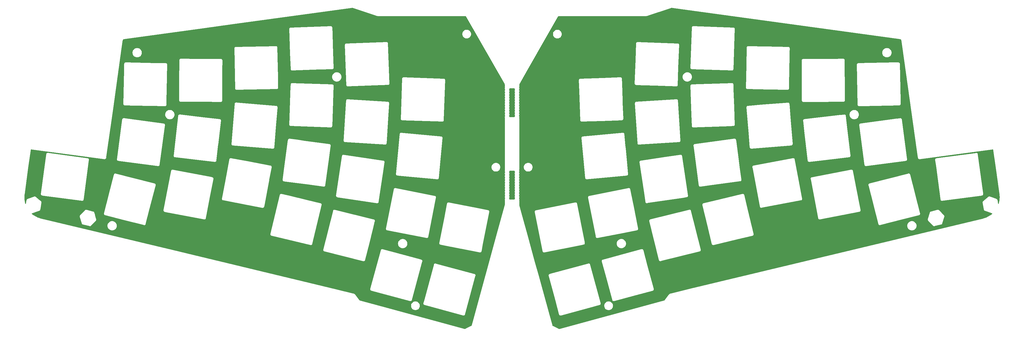
<source format=gbr>
%TF.GenerationSoftware,KiCad,Pcbnew,(6.0.1)*%
%TF.CreationDate,2022-02-27T14:40:42+09:00*%
%TF.ProjectId,ergotonic_f24_top,6572676f-746f-46e6-9963-5f6632345f74,rev?*%
%TF.SameCoordinates,Original*%
%TF.FileFunction,Copper,L1,Top*%
%TF.FilePolarity,Positive*%
%FSLAX46Y46*%
G04 Gerber Fmt 4.6, Leading zero omitted, Abs format (unit mm)*
G04 Created by KiCad (PCBNEW (6.0.1)) date 2022-02-27 14:40:42*
%MOMM*%
%LPD*%
G01*
G04 APERTURE LIST*
G04 APERTURE END LIST*
%TA.AperFunction,NonConductor*%
G36*
X830207Y-29692932D02*
G01*
X876700Y-29746588D01*
X887396Y-29785759D01*
X904313Y-29946709D01*
X905364Y-29956712D01*
X963818Y-30128421D01*
X986492Y-30165276D01*
X1005149Y-30233775D01*
X985559Y-30298808D01*
X972503Y-30319382D01*
X972499Y-30319390D01*
X968727Y-30325334D01*
X966365Y-30331966D01*
X966365Y-30331967D01*
X910243Y-30489575D01*
X910242Y-30489580D01*
X907881Y-30496210D01*
X886404Y-30676320D01*
X905364Y-30856712D01*
X963818Y-31028421D01*
X986492Y-31065276D01*
X1005149Y-31133775D01*
X985559Y-31198808D01*
X972503Y-31219382D01*
X972499Y-31219390D01*
X968727Y-31225334D01*
X966365Y-31231966D01*
X966365Y-31231967D01*
X910243Y-31389575D01*
X910242Y-31389580D01*
X907881Y-31396210D01*
X886404Y-31576320D01*
X905364Y-31756712D01*
X963818Y-31928421D01*
X986492Y-31965276D01*
X1005149Y-32033775D01*
X985559Y-32098808D01*
X972503Y-32119382D01*
X972499Y-32119390D01*
X968727Y-32125334D01*
X966365Y-32131966D01*
X966365Y-32131967D01*
X910243Y-32289575D01*
X910242Y-32289580D01*
X907881Y-32296210D01*
X886404Y-32476320D01*
X905364Y-32656712D01*
X963818Y-32828421D01*
X986492Y-32865276D01*
X1005149Y-32933775D01*
X985559Y-32998808D01*
X972503Y-33019382D01*
X972499Y-33019390D01*
X968727Y-33025334D01*
X966365Y-33031966D01*
X966365Y-33031967D01*
X910243Y-33189575D01*
X910242Y-33189580D01*
X907881Y-33196210D01*
X886404Y-33376320D01*
X887140Y-33383323D01*
X887140Y-33383324D01*
X902628Y-33530678D01*
X905364Y-33556712D01*
X963818Y-33728421D01*
X986492Y-33765276D01*
X1005149Y-33833775D01*
X985559Y-33898808D01*
X972503Y-33919382D01*
X972499Y-33919390D01*
X968727Y-33925334D01*
X966365Y-33931966D01*
X966365Y-33931967D01*
X910243Y-34089575D01*
X910242Y-34089580D01*
X907881Y-34096210D01*
X907048Y-34103198D01*
X907047Y-34103201D01*
X898195Y-34177436D01*
X886404Y-34276320D01*
X887140Y-34283323D01*
X887140Y-34283324D01*
X904126Y-34444931D01*
X905364Y-34456712D01*
X963818Y-34628421D01*
X986492Y-34665276D01*
X1005149Y-34733775D01*
X985559Y-34798808D01*
X972503Y-34819382D01*
X972499Y-34819390D01*
X968727Y-34825334D01*
X966365Y-34831966D01*
X966365Y-34831967D01*
X910243Y-34989575D01*
X910242Y-34989580D01*
X907881Y-34996210D01*
X907048Y-35003198D01*
X907047Y-35003201D01*
X902017Y-35045386D01*
X886404Y-35176320D01*
X887140Y-35183323D01*
X887140Y-35183324D01*
X901910Y-35323847D01*
X905364Y-35356712D01*
X963818Y-35528421D01*
X986492Y-35565276D01*
X1005149Y-35633775D01*
X985559Y-35698808D01*
X972503Y-35719382D01*
X972499Y-35719390D01*
X968727Y-35725334D01*
X966365Y-35731966D01*
X966365Y-35731967D01*
X910243Y-35889575D01*
X910242Y-35889580D01*
X907881Y-35896210D01*
X907048Y-35903198D01*
X907047Y-35903201D01*
X896204Y-35994135D01*
X886404Y-36076320D01*
X887140Y-36083323D01*
X887140Y-36083324D01*
X904203Y-36245663D01*
X905364Y-36256712D01*
X963818Y-36428421D01*
X986492Y-36465276D01*
X1005149Y-36533775D01*
X985559Y-36598808D01*
X972503Y-36619382D01*
X972499Y-36619390D01*
X968727Y-36625334D01*
X966365Y-36631966D01*
X966365Y-36631967D01*
X910243Y-36789575D01*
X910242Y-36789580D01*
X907881Y-36796210D01*
X886404Y-36976320D01*
X905364Y-37156712D01*
X963818Y-37328421D01*
X986492Y-37365276D01*
X1005149Y-37433775D01*
X985559Y-37498808D01*
X972503Y-37519382D01*
X972499Y-37519390D01*
X968727Y-37525334D01*
X966365Y-37531966D01*
X966365Y-37531967D01*
X910243Y-37689575D01*
X910242Y-37689580D01*
X907881Y-37696210D01*
X886404Y-37876320D01*
X905364Y-38056712D01*
X963818Y-38228421D01*
X986492Y-38265276D01*
X1005149Y-38333775D01*
X985559Y-38398808D01*
X972503Y-38419382D01*
X972499Y-38419390D01*
X968727Y-38425334D01*
X966365Y-38431966D01*
X966365Y-38431967D01*
X910243Y-38589575D01*
X910242Y-38589580D01*
X907881Y-38596210D01*
X907048Y-38603198D01*
X907047Y-38603201D01*
X892368Y-38726302D01*
X886404Y-38776320D01*
X887140Y-38783323D01*
X887140Y-38783324D01*
X902727Y-38931620D01*
X905364Y-38956712D01*
X963818Y-39128421D01*
X986492Y-39165276D01*
X1005149Y-39233775D01*
X985559Y-39298808D01*
X972503Y-39319382D01*
X972499Y-39319390D01*
X968727Y-39325334D01*
X966365Y-39331966D01*
X966365Y-39331967D01*
X910243Y-39489575D01*
X910242Y-39489580D01*
X907881Y-39496210D01*
X904006Y-39528709D01*
X901962Y-39545846D01*
X874034Y-39611119D01*
X815250Y-39650931D01*
X776848Y-39656926D01*
X-776185Y-39656926D01*
X-844306Y-39636924D01*
X-890799Y-39583268D01*
X-901495Y-39544097D01*
X-904628Y-39514288D01*
X-904628Y-39514286D01*
X-905364Y-39507288D01*
X-963818Y-39335579D01*
X-986492Y-39298724D01*
X-1005149Y-39230225D01*
X-985559Y-39165192D01*
X-972503Y-39144618D01*
X-972499Y-39144610D01*
X-968727Y-39138666D01*
X-964719Y-39127410D01*
X-910243Y-38974425D01*
X-910242Y-38974420D01*
X-907881Y-38967790D01*
X-905631Y-38948928D01*
X-891906Y-38833818D01*
X-886404Y-38787680D01*
X-905364Y-38607288D01*
X-963818Y-38435579D01*
X-986492Y-38398724D01*
X-1005149Y-38330225D01*
X-985559Y-38265192D01*
X-972503Y-38244618D01*
X-972499Y-38244610D01*
X-968727Y-38238666D01*
X-965079Y-38228421D01*
X-910243Y-38074425D01*
X-910242Y-38074420D01*
X-907881Y-38067790D01*
X-886404Y-37887680D01*
X-905364Y-37707288D01*
X-963818Y-37535579D01*
X-986492Y-37498724D01*
X-1005149Y-37430225D01*
X-985559Y-37365192D01*
X-972503Y-37344618D01*
X-972499Y-37344610D01*
X-968727Y-37338666D01*
X-965079Y-37328421D01*
X-910243Y-37174425D01*
X-910242Y-37174420D01*
X-907881Y-37167790D01*
X-886404Y-36987680D01*
X-905364Y-36807288D01*
X-963818Y-36635579D01*
X-986492Y-36598724D01*
X-1005149Y-36530225D01*
X-985559Y-36465192D01*
X-972503Y-36444618D01*
X-972499Y-36444610D01*
X-968727Y-36438666D01*
X-965079Y-36428421D01*
X-910243Y-36274425D01*
X-910242Y-36274420D01*
X-907881Y-36267790D01*
X-905987Y-36251911D01*
X-887238Y-36094673D01*
X-886404Y-36087680D01*
X-891507Y-36039124D01*
X-904628Y-35914288D01*
X-904629Y-35914286D01*
X-905364Y-35907288D01*
X-963818Y-35735579D01*
X-986492Y-35698724D01*
X-1005149Y-35630225D01*
X-985559Y-35565192D01*
X-972503Y-35544618D01*
X-972499Y-35544610D01*
X-968727Y-35538666D01*
X-966035Y-35531106D01*
X-910243Y-35374425D01*
X-910242Y-35374420D01*
X-907881Y-35367790D01*
X-906036Y-35352322D01*
X-892368Y-35237698D01*
X-886404Y-35187680D01*
X-887894Y-35173504D01*
X-904628Y-35014288D01*
X-904629Y-35014286D01*
X-905364Y-35007288D01*
X-963818Y-34835579D01*
X-986492Y-34798724D01*
X-1005149Y-34730225D01*
X-985559Y-34665192D01*
X-972503Y-34644618D01*
X-972499Y-34644610D01*
X-968727Y-34638666D01*
X-963584Y-34624224D01*
X-910243Y-34474425D01*
X-910242Y-34474420D01*
X-907881Y-34467790D01*
X-905070Y-34444221D01*
X-887238Y-34294673D01*
X-886404Y-34287680D01*
X-887598Y-34276320D01*
X-904628Y-34114288D01*
X-904629Y-34114286D01*
X-905364Y-34107288D01*
X-963818Y-33935579D01*
X-986492Y-33898724D01*
X-1005149Y-33830225D01*
X-985559Y-33765192D01*
X-972503Y-33744618D01*
X-972499Y-33744610D01*
X-968727Y-33738666D01*
X-962944Y-33722425D01*
X-910243Y-33574425D01*
X-910242Y-33574420D01*
X-907881Y-33567790D01*
X-906208Y-33553766D01*
X-887238Y-33394673D01*
X-886404Y-33387680D01*
X-905364Y-33207288D01*
X-963818Y-33035579D01*
X-986492Y-32998724D01*
X-1005149Y-32930225D01*
X-985559Y-32865192D01*
X-972503Y-32844618D01*
X-972499Y-32844610D01*
X-968727Y-32838666D01*
X-965079Y-32828421D01*
X-910243Y-32674425D01*
X-910242Y-32674420D01*
X-907881Y-32667790D01*
X-886404Y-32487680D01*
X-905364Y-32307288D01*
X-963818Y-32135579D01*
X-986492Y-32098724D01*
X-1005149Y-32030225D01*
X-985559Y-31965192D01*
X-972503Y-31944618D01*
X-972499Y-31944610D01*
X-968727Y-31938666D01*
X-965079Y-31928421D01*
X-910243Y-31774425D01*
X-910242Y-31774420D01*
X-907881Y-31767790D01*
X-886404Y-31587680D01*
X-905364Y-31407288D01*
X-963818Y-31235579D01*
X-986492Y-31198724D01*
X-1005149Y-31130225D01*
X-985559Y-31065192D01*
X-972503Y-31044618D01*
X-972499Y-31044610D01*
X-968727Y-31038666D01*
X-965079Y-31028421D01*
X-910243Y-30874425D01*
X-910242Y-30874420D01*
X-907881Y-30867790D01*
X-886404Y-30687680D01*
X-905364Y-30507288D01*
X-963818Y-30335579D01*
X-986492Y-30298724D01*
X-1005149Y-30230225D01*
X-985559Y-30165192D01*
X-972503Y-30144618D01*
X-972499Y-30144610D01*
X-968727Y-30138666D01*
X-963756Y-30124706D01*
X-910243Y-29974425D01*
X-910242Y-29974420D01*
X-907881Y-29967790D01*
X-906703Y-29957917D01*
X-886404Y-29787680D01*
X-884219Y-29787941D01*
X-866777Y-29730060D01*
X-812793Y-29683948D01*
X-761264Y-29672930D01*
X762086Y-29672930D01*
X830207Y-29692932D01*
G37*
%TD.AperFunction*%
%TA.AperFunction,NonConductor*%
G36*
X832001Y-58245000D02*
G01*
X878494Y-58298656D01*
X889190Y-58337827D01*
X891328Y-58358164D01*
X905364Y-58491712D01*
X963818Y-58663421D01*
X986492Y-58700276D01*
X1005149Y-58768775D01*
X985559Y-58833808D01*
X972503Y-58854382D01*
X972499Y-58854390D01*
X968727Y-58860334D01*
X966365Y-58866966D01*
X966365Y-58866967D01*
X910243Y-59024575D01*
X910242Y-59024580D01*
X907881Y-59031210D01*
X886404Y-59211320D01*
X887140Y-59218323D01*
X887140Y-59218324D01*
X904471Y-59383211D01*
X905364Y-59391712D01*
X963818Y-59563421D01*
X986492Y-59600276D01*
X1005149Y-59668775D01*
X985559Y-59733808D01*
X972503Y-59754382D01*
X972499Y-59754390D01*
X968727Y-59760334D01*
X966365Y-59766966D01*
X966365Y-59766967D01*
X910243Y-59924575D01*
X910242Y-59924580D01*
X907881Y-59931210D01*
X886404Y-60111320D01*
X887140Y-60118323D01*
X887140Y-60118324D01*
X890022Y-60145739D01*
X905364Y-60291712D01*
X963818Y-60463421D01*
X986492Y-60500276D01*
X1005149Y-60568775D01*
X985559Y-60633808D01*
X972503Y-60654382D01*
X972499Y-60654390D01*
X968727Y-60660334D01*
X966365Y-60666966D01*
X966365Y-60666967D01*
X910243Y-60824575D01*
X910242Y-60824580D01*
X907881Y-60831210D01*
X907048Y-60838198D01*
X907047Y-60838201D01*
X896641Y-60925471D01*
X886404Y-61011320D01*
X887140Y-61018323D01*
X887140Y-61018324D01*
X902928Y-61168532D01*
X905364Y-61191712D01*
X963818Y-61363421D01*
X986492Y-61400276D01*
X1005149Y-61468775D01*
X985559Y-61533808D01*
X972503Y-61554382D01*
X972499Y-61554390D01*
X968727Y-61560334D01*
X966365Y-61566966D01*
X966365Y-61566967D01*
X910243Y-61724575D01*
X910242Y-61724580D01*
X907881Y-61731210D01*
X907048Y-61738198D01*
X907047Y-61738201D01*
X897059Y-61821966D01*
X886404Y-61911320D01*
X887140Y-61918323D01*
X887140Y-61918324D01*
X887637Y-61923047D01*
X905364Y-62091712D01*
X963818Y-62263421D01*
X986492Y-62300276D01*
X1005149Y-62368775D01*
X985559Y-62433808D01*
X972503Y-62454382D01*
X972499Y-62454390D01*
X968727Y-62460334D01*
X966365Y-62466966D01*
X966365Y-62466967D01*
X910243Y-62624575D01*
X910242Y-62624580D01*
X907881Y-62631210D01*
X907048Y-62638198D01*
X907047Y-62638201D01*
X896974Y-62722674D01*
X886404Y-62811320D01*
X887140Y-62818323D01*
X887140Y-62818324D01*
X904303Y-62981614D01*
X905364Y-62991712D01*
X963818Y-63163421D01*
X986492Y-63200276D01*
X1005149Y-63268775D01*
X985559Y-63333808D01*
X972503Y-63354382D01*
X972499Y-63354390D01*
X968727Y-63360334D01*
X966365Y-63366966D01*
X966365Y-63366967D01*
X910243Y-63524575D01*
X910242Y-63524580D01*
X907881Y-63531210D01*
X907048Y-63538198D01*
X907047Y-63538201D01*
X898959Y-63606028D01*
X886404Y-63711320D01*
X887140Y-63718323D01*
X887140Y-63718324D01*
X891385Y-63758707D01*
X905364Y-63891712D01*
X963818Y-64063421D01*
X986492Y-64100276D01*
X1005149Y-64168775D01*
X985559Y-64233808D01*
X972503Y-64254382D01*
X972499Y-64254390D01*
X968727Y-64260334D01*
X966365Y-64266966D01*
X966365Y-64266967D01*
X910243Y-64424575D01*
X910242Y-64424580D01*
X907881Y-64431210D01*
X907048Y-64438198D01*
X907047Y-64438201D01*
X895441Y-64535536D01*
X886404Y-64611320D01*
X887140Y-64618323D01*
X887140Y-64618324D01*
X893873Y-64682379D01*
X905364Y-64791712D01*
X963818Y-64963421D01*
X986492Y-65000276D01*
X1005149Y-65068775D01*
X985559Y-65133808D01*
X972503Y-65154382D01*
X972499Y-65154390D01*
X968727Y-65160334D01*
X966365Y-65166966D01*
X966365Y-65166967D01*
X910243Y-65324575D01*
X910242Y-65324580D01*
X907881Y-65331210D01*
X886404Y-65511320D01*
X905364Y-65691712D01*
X963818Y-65863421D01*
X986492Y-65900276D01*
X1005149Y-65968775D01*
X985559Y-66033808D01*
X972503Y-66054382D01*
X972499Y-66054390D01*
X968727Y-66060334D01*
X966365Y-66066966D01*
X966365Y-66066967D01*
X910243Y-66224575D01*
X910242Y-66224580D01*
X907881Y-66231210D01*
X907048Y-66238198D01*
X907047Y-66238201D01*
X896596Y-66325844D01*
X886404Y-66411320D01*
X887140Y-66418323D01*
X887140Y-66418324D01*
X903548Y-66574430D01*
X905364Y-66591712D01*
X963818Y-66763421D01*
X986492Y-66800276D01*
X1005149Y-66868775D01*
X985559Y-66933808D01*
X972503Y-66954382D01*
X972499Y-66954390D01*
X968727Y-66960334D01*
X966365Y-66966966D01*
X966365Y-66966967D01*
X910243Y-67124575D01*
X910242Y-67124580D01*
X907881Y-67131210D01*
X907048Y-67138198D01*
X907047Y-67138201D01*
X893961Y-67247944D01*
X886404Y-67311320D01*
X887140Y-67318323D01*
X887140Y-67318324D01*
X898612Y-67427468D01*
X905364Y-67491712D01*
X963818Y-67663421D01*
X986492Y-67700276D01*
X1005149Y-67768775D01*
X985559Y-67833808D01*
X972503Y-67854382D01*
X972499Y-67854390D01*
X968727Y-67860334D01*
X966365Y-67866966D01*
X966365Y-67866967D01*
X910243Y-68024575D01*
X910242Y-68024580D01*
X907881Y-68031210D01*
X907048Y-68038198D01*
X907047Y-68038201D01*
X899927Y-68097913D01*
X871999Y-68163186D01*
X813216Y-68202999D01*
X774813Y-68208994D01*
X-774391Y-68208994D01*
X-842512Y-68188992D01*
X-889005Y-68135336D01*
X-899701Y-68096165D01*
X-904628Y-68049288D01*
X-904628Y-68049286D01*
X-905364Y-68042288D01*
X-963818Y-67870579D01*
X-986492Y-67833724D01*
X-1005149Y-67765225D01*
X-985559Y-67700192D01*
X-972503Y-67679618D01*
X-972499Y-67679610D01*
X-968727Y-67673666D01*
X-965079Y-67663421D01*
X-910243Y-67509425D01*
X-910242Y-67509420D01*
X-907881Y-67502790D01*
X-906937Y-67494879D01*
X-887238Y-67329673D01*
X-886404Y-67322680D01*
X-887278Y-67314365D01*
X-904628Y-67149288D01*
X-904629Y-67149286D01*
X-905364Y-67142288D01*
X-960542Y-66980201D01*
X-961547Y-66977250D01*
X-963818Y-66970579D01*
X-986492Y-66933724D01*
X-1005149Y-66865225D01*
X-985559Y-66800192D01*
X-972503Y-66779618D01*
X-972499Y-66779610D01*
X-968727Y-66773666D01*
X-963792Y-66759806D01*
X-910243Y-66609425D01*
X-910242Y-66609420D01*
X-907881Y-66602790D01*
X-906236Y-66589000D01*
X-887238Y-66429673D01*
X-886404Y-66422680D01*
X-887742Y-66409948D01*
X-904628Y-66249288D01*
X-904629Y-66249286D01*
X-905364Y-66242288D01*
X-963818Y-66070579D01*
X-986492Y-66033724D01*
X-1005149Y-65965225D01*
X-985559Y-65900192D01*
X-972503Y-65879618D01*
X-972499Y-65879610D01*
X-968727Y-65873666D01*
X-965079Y-65863421D01*
X-910243Y-65709425D01*
X-910242Y-65709420D01*
X-907881Y-65702790D01*
X-886404Y-65522680D01*
X-905364Y-65342288D01*
X-963818Y-65170579D01*
X-986492Y-65133724D01*
X-1005149Y-65065225D01*
X-985559Y-65000192D01*
X-972503Y-64979618D01*
X-972499Y-64979610D01*
X-968727Y-64973666D01*
X-965079Y-64963421D01*
X-910243Y-64809425D01*
X-910242Y-64809420D01*
X-907881Y-64802790D01*
X-886404Y-64622680D01*
X-890976Y-64579177D01*
X-904628Y-64449288D01*
X-904629Y-64449286D01*
X-905364Y-64442288D01*
X-963818Y-64270579D01*
X-986492Y-64233724D01*
X-1005149Y-64165225D01*
X-985559Y-64100192D01*
X-972503Y-64079618D01*
X-972499Y-64079610D01*
X-968727Y-64073666D01*
X-965079Y-64063421D01*
X-910243Y-63909425D01*
X-910242Y-63909420D01*
X-907881Y-63902790D01*
X-886404Y-63722680D01*
X-887140Y-63715676D01*
X-904628Y-63549288D01*
X-904629Y-63549286D01*
X-905364Y-63542288D01*
X-963818Y-63370579D01*
X-986492Y-63333724D01*
X-1005149Y-63265225D01*
X-985559Y-63200192D01*
X-972503Y-63179618D01*
X-972499Y-63179610D01*
X-968727Y-63173666D01*
X-963931Y-63160198D01*
X-910243Y-63009425D01*
X-910242Y-63009420D01*
X-907881Y-63002790D01*
X-906407Y-62990435D01*
X-888269Y-62838319D01*
X-886404Y-62822680D01*
X-888529Y-62802464D01*
X-904628Y-62649288D01*
X-904629Y-62649286D01*
X-905364Y-62642288D01*
X-963818Y-62470579D01*
X-986492Y-62433724D01*
X-1005149Y-62365225D01*
X-985559Y-62300192D01*
X-972503Y-62279618D01*
X-972499Y-62279610D01*
X-968727Y-62273666D01*
X-965079Y-62263421D01*
X-910243Y-62109425D01*
X-910242Y-62109420D01*
X-907881Y-62102790D01*
X-886404Y-61922680D01*
X-891498Y-61874212D01*
X-904628Y-61749288D01*
X-904629Y-61749286D01*
X-905364Y-61742288D01*
X-963818Y-61570579D01*
X-986492Y-61533724D01*
X-1005149Y-61465225D01*
X-985559Y-61400192D01*
X-972503Y-61379618D01*
X-972499Y-61379610D01*
X-968727Y-61373666D01*
X-965079Y-61363421D01*
X-910243Y-61209425D01*
X-910242Y-61209420D01*
X-907881Y-61202790D01*
X-906792Y-61193662D01*
X-891765Y-61067635D01*
X-886404Y-61022680D01*
X-888333Y-61004327D01*
X-904628Y-60849288D01*
X-904629Y-60849286D01*
X-905364Y-60842288D01*
X-963818Y-60670579D01*
X-986492Y-60633724D01*
X-1005149Y-60565225D01*
X-985559Y-60500192D01*
X-972503Y-60479618D01*
X-972499Y-60479610D01*
X-968727Y-60473666D01*
X-965079Y-60463421D01*
X-910243Y-60309425D01*
X-910242Y-60309420D01*
X-907881Y-60302790D01*
X-886404Y-60122680D01*
X-905364Y-59942288D01*
X-963818Y-59770579D01*
X-986492Y-59733724D01*
X-1005149Y-59665225D01*
X-985559Y-59600192D01*
X-972503Y-59579618D01*
X-972499Y-59579610D01*
X-968727Y-59573666D01*
X-964061Y-59560562D01*
X-910243Y-59409425D01*
X-910242Y-59409420D01*
X-907881Y-59402790D01*
X-905341Y-59381495D01*
X-891829Y-59268177D01*
X-886404Y-59222680D01*
X-887598Y-59211320D01*
X-904628Y-59049288D01*
X-904629Y-59049286D01*
X-905364Y-59042288D01*
X-963818Y-58870579D01*
X-986492Y-58833724D01*
X-1005149Y-58765225D01*
X-985559Y-58700192D01*
X-972503Y-58679618D01*
X-972499Y-58679610D01*
X-968727Y-58673666D01*
X-965079Y-58663421D01*
X-910243Y-58509425D01*
X-910242Y-58509420D01*
X-907881Y-58502790D01*
X-902201Y-58455161D01*
X-890635Y-58358164D01*
X-888002Y-58336078D01*
X-860075Y-58270806D01*
X-801291Y-58230993D01*
X-762888Y-58224998D01*
X763880Y-58224998D01*
X832001Y-58245000D01*
G37*
%TD.AperFunction*%
%TA.AperFunction,NonConductor*%
G36*
X55173153Y-1869369D02*
G01*
X55205080Y-1872103D01*
X55226081Y-1873902D01*
X55232417Y-1874606D01*
X134239166Y-12690341D01*
X134244309Y-12691154D01*
X134261411Y-12694220D01*
X134281162Y-12697761D01*
X134293793Y-12700703D01*
X134343155Y-12714919D01*
X134357686Y-12720086D01*
X134398117Y-12737321D01*
X134411760Y-12744141D01*
X134449579Y-12766002D01*
X134462187Y-12774337D01*
X134497091Y-12800550D01*
X134508545Y-12810272D01*
X134540094Y-12840466D01*
X134550298Y-12851469D01*
X134578030Y-12885195D01*
X134586891Y-12897390D01*
X134607430Y-12929542D01*
X134610390Y-12934176D01*
X134617787Y-12947460D01*
X134636762Y-12986971D01*
X134642558Y-13001205D01*
X134646355Y-13012451D01*
X134656756Y-13043257D01*
X134660810Y-13058261D01*
X134673983Y-13122526D01*
X134675312Y-13130212D01*
X140387462Y-53586856D01*
X140414941Y-53781480D01*
X140415168Y-53783179D01*
X140424128Y-53853843D01*
X140427711Y-53862072D01*
X140427711Y-53862073D01*
X140436938Y-53883266D01*
X140442418Y-53898440D01*
X140448861Y-53920639D01*
X140448862Y-53920642D01*
X140451363Y-53929257D01*
X140462360Y-53946527D01*
X140463761Y-53948728D01*
X140473002Y-53966104D01*
X140478630Y-53979031D01*
X140482214Y-53987262D01*
X140492330Y-53999392D01*
X140502767Y-54011908D01*
X140512281Y-54024929D01*
X140524697Y-54044428D01*
X140524699Y-54044431D01*
X140529519Y-54052000D01*
X140536270Y-54057913D01*
X140546880Y-54067206D01*
X140560628Y-54081291D01*
X140575410Y-54099016D01*
X140594412Y-54111773D01*
X140602057Y-54116905D01*
X140614841Y-54126731D01*
X140632226Y-54141957D01*
X140632230Y-54141960D01*
X140638984Y-54147875D01*
X140647128Y-54151657D01*
X140647127Y-54151657D01*
X140659915Y-54157597D01*
X140677065Y-54167259D01*
X140684378Y-54172168D01*
X140696225Y-54180121D01*
X140716963Y-54186689D01*
X140726820Y-54189811D01*
X140741849Y-54195653D01*
X140770957Y-54209173D01*
X140779831Y-54210517D01*
X140779837Y-54210519D01*
X140793777Y-54212631D01*
X140812943Y-54217088D01*
X140820720Y-54219551D01*
X140834949Y-54224057D01*
X140867040Y-54224770D01*
X140883096Y-54226159D01*
X140914831Y-54230966D01*
X141007443Y-54218467D01*
X166344914Y-50848437D01*
X166415077Y-50859283D01*
X166468238Y-50906340D01*
X166486345Y-50956127D01*
X167282965Y-56733632D01*
X168625549Y-66470744D01*
X168625939Y-66473574D01*
X168626308Y-66476509D01*
X168658215Y-66756750D01*
X168667173Y-66835432D01*
X168667705Y-66841347D01*
X168690658Y-67188322D01*
X168690820Y-67190778D01*
X168691073Y-67196712D01*
X168692579Y-67276556D01*
X168697622Y-67543883D01*
X168697594Y-67549807D01*
X168687892Y-67894191D01*
X168687588Y-67900083D01*
X168661947Y-68241352D01*
X168661370Y-68247198D01*
X168620093Y-68584933D01*
X168619250Y-68590715D01*
X168590710Y-68758997D01*
X168563307Y-68920576D01*
X168562642Y-68924495D01*
X168561543Y-68930181D01*
X168514504Y-69146458D01*
X168489888Y-69259638D01*
X168488528Y-69265263D01*
X168402152Y-69589847D01*
X168400545Y-69595374D01*
X168385861Y-69641890D01*
X168346280Y-69700830D01*
X168281118Y-69729014D01*
X168211062Y-69717494D01*
X168158355Y-69669928D01*
X168141514Y-69625228D01*
X167946910Y-68488885D01*
X167945670Y-68478440D01*
X167946281Y-68470376D01*
X167933566Y-68410390D01*
X167932637Y-68405542D01*
X167929507Y-68387266D01*
X167929507Y-68387264D01*
X167928750Y-68382847D01*
X167927373Y-68378576D01*
X167926596Y-68375410D01*
X167924420Y-68367241D01*
X167917969Y-68336808D01*
X167917969Y-68336807D01*
X167916107Y-68328025D01*
X167911857Y-68320121D01*
X167911855Y-68320116D01*
X167908978Y-68314766D01*
X167900030Y-68293754D01*
X167898165Y-68287970D01*
X167898163Y-68287966D01*
X167895409Y-68279423D01*
X167872889Y-68246245D01*
X167866173Y-68235163D01*
X167847192Y-68199864D01*
X167836626Y-68189137D01*
X167822142Y-68171483D01*
X167818727Y-68166451D01*
X167818725Y-68166449D01*
X167813686Y-68159025D01*
X167806766Y-68153314D01*
X167806764Y-68153312D01*
X167786965Y-68136973D01*
X167782768Y-68133509D01*
X167773204Y-68124751D01*
X167751872Y-68103094D01*
X167745077Y-68096196D01*
X167731923Y-68088866D01*
X167713064Y-68075985D01*
X167708380Y-68072119D01*
X167708379Y-68072118D01*
X167701455Y-68066404D01*
X167693204Y-68062862D01*
X167693202Y-68062861D01*
X167664627Y-68050595D01*
X167652976Y-68044866D01*
X167651665Y-68044135D01*
X167651662Y-68044134D01*
X167647414Y-68041766D01*
X167626324Y-68033972D01*
X167620340Y-68031584D01*
X167567740Y-68009005D01*
X167558828Y-68007922D01*
X167553296Y-68006431D01*
X167542403Y-68002959D01*
X166639860Y-67669419D01*
X165402460Y-67212131D01*
X165392804Y-67207985D01*
X165386123Y-67203422D01*
X165327802Y-67184436D01*
X165323130Y-67182813D01*
X165322232Y-67182481D01*
X165301555Y-67174840D01*
X165297162Y-67173895D01*
X165294026Y-67172984D01*
X165285879Y-67170789D01*
X165247756Y-67158378D01*
X165232709Y-67157923D01*
X165210045Y-67155168D01*
X165195317Y-67152002D01*
X165186367Y-67152654D01*
X165186362Y-67152654D01*
X165155326Y-67154916D01*
X165142361Y-67155191D01*
X165111283Y-67154251D01*
X165111280Y-67154251D01*
X165102308Y-67153980D01*
X165093620Y-67156238D01*
X165093618Y-67156238D01*
X165087733Y-67157767D01*
X165065209Y-67161482D01*
X165059142Y-67161924D01*
X165059133Y-67161926D01*
X165050187Y-67162578D01*
X165041783Y-67165715D01*
X165041777Y-67165716D01*
X165012632Y-67176594D01*
X165000268Y-67180497D01*
X164970159Y-67188322D01*
X164961471Y-67190580D01*
X164948546Y-67198306D01*
X164927960Y-67208199D01*
X164913859Y-67213462D01*
X164906667Y-67218836D01*
X164906665Y-67218837D01*
X164899650Y-67224079D01*
X164882998Y-67236522D01*
X164881749Y-67237455D01*
X164870983Y-67244667D01*
X164865502Y-67247944D01*
X164861756Y-67251056D01*
X164848233Y-67262290D01*
X164843140Y-67266304D01*
X164804480Y-67295191D01*
X164804476Y-67295195D01*
X164797292Y-67300563D01*
X164791901Y-67307734D01*
X164787823Y-67311801D01*
X164779376Y-67319492D01*
X163025532Y-68776490D01*
X163024551Y-68777305D01*
X163016121Y-68783604D01*
X163008829Y-68787108D01*
X163002156Y-68793110D01*
X163002154Y-68793111D01*
X162963224Y-68828125D01*
X162959479Y-68831363D01*
X162941793Y-68846055D01*
X162938788Y-68849377D01*
X162936435Y-68851633D01*
X162930441Y-68857609D01*
X162900636Y-68884415D01*
X162895914Y-68892051D01*
X162892716Y-68897222D01*
X162878997Y-68915473D01*
X162868895Y-68926641D01*
X162864984Y-68934720D01*
X162864982Y-68934723D01*
X162851427Y-68962722D01*
X162845184Y-68974087D01*
X162841782Y-68979589D01*
X162824104Y-69008177D01*
X162821716Y-69016828D01*
X162820098Y-69022688D01*
X162812051Y-69044060D01*
X162805489Y-69057615D01*
X162804002Y-69066473D01*
X162804001Y-69066475D01*
X162798850Y-69097148D01*
X162796047Y-69109812D01*
X162787771Y-69139789D01*
X162787770Y-69139795D01*
X162785382Y-69148446D01*
X162785518Y-69157423D01*
X162785518Y-69157424D01*
X162785610Y-69163504D01*
X162783885Y-69186272D01*
X162781392Y-69201120D01*
X162783047Y-69215063D01*
X162786115Y-69240921D01*
X162786978Y-69253853D01*
X162787001Y-69255368D01*
X162787002Y-69255383D01*
X162787076Y-69260239D01*
X162787897Y-69265033D01*
X162790867Y-69282375D01*
X162791796Y-69288784D01*
X162798541Y-69345621D01*
X162802061Y-69353886D01*
X162803536Y-69359421D01*
X162805974Y-69370585D01*
X163138191Y-71310484D01*
X163191065Y-71619226D01*
X163192305Y-71629681D01*
X163191694Y-71637747D01*
X163198950Y-71671974D01*
X163204418Y-71697771D01*
X163205348Y-71702626D01*
X163209226Y-71725276D01*
X163210602Y-71729544D01*
X163211388Y-71732746D01*
X163213555Y-71740878D01*
X163215268Y-71748960D01*
X163219987Y-71771222D01*
X163221868Y-71780098D01*
X163227834Y-71791192D01*
X163229001Y-71793363D01*
X163237944Y-71814361D01*
X163242567Y-71828700D01*
X163264247Y-71860639D01*
X163265081Y-71861868D01*
X163271795Y-71872945D01*
X163290783Y-71908258D01*
X163297081Y-71914652D01*
X163297082Y-71914653D01*
X163301350Y-71918986D01*
X163315834Y-71936640D01*
X163319032Y-71941351D01*
X163324290Y-71949098D01*
X163331210Y-71954809D01*
X163331212Y-71954811D01*
X163340517Y-71962490D01*
X163354414Y-71973958D01*
X163355206Y-71974612D01*
X163364769Y-71983369D01*
X163392899Y-72011927D01*
X163406053Y-72019257D01*
X163424912Y-72032138D01*
X163436521Y-72041719D01*
X163473365Y-72057535D01*
X163484987Y-72063250D01*
X163490562Y-72066357D01*
X163495122Y-72068042D01*
X163495126Y-72068044D01*
X163511650Y-72074150D01*
X163517660Y-72076548D01*
X163570237Y-72099118D01*
X163579151Y-72100202D01*
X163584681Y-72101692D01*
X163595572Y-72105164D01*
X164140440Y-72306523D01*
X165735515Y-72895991D01*
X165745171Y-72900137D01*
X165751852Y-72904700D01*
X165784146Y-72915213D01*
X165810188Y-72923691D01*
X165814859Y-72925314D01*
X165836420Y-72933282D01*
X165840805Y-72934224D01*
X165843976Y-72935146D01*
X165852100Y-72937335D01*
X165881682Y-72946966D01*
X165881684Y-72946966D01*
X165890219Y-72949745D01*
X165905269Y-72950200D01*
X165927935Y-72952955D01*
X165942658Y-72956120D01*
X165982648Y-72953206D01*
X165995596Y-72952931D01*
X166021914Y-72953727D01*
X166089398Y-72975780D01*
X166134247Y-73030817D01*
X166142221Y-73101364D01*
X166110788Y-73165024D01*
X166101565Y-73174062D01*
X166037458Y-73230736D01*
X166033094Y-73234419D01*
X165772345Y-73444598D01*
X165767781Y-73448108D01*
X165681898Y-73511085D01*
X165502822Y-73642400D01*
X165496899Y-73646743D01*
X165492155Y-73650057D01*
X165211440Y-73836710D01*
X165206525Y-73839817D01*
X165040858Y-73939267D01*
X164916266Y-74014060D01*
X164916254Y-74014067D01*
X164911179Y-74016956D01*
X164611643Y-74178364D01*
X164606442Y-74181012D01*
X164297892Y-74329159D01*
X164292526Y-74331582D01*
X163975295Y-74466004D01*
X163969788Y-74468187D01*
X163893816Y-74496245D01*
X163644077Y-74588477D01*
X163638490Y-74590393D01*
X163497341Y-74635075D01*
X163304591Y-74696092D01*
X163298868Y-74697756D01*
X163156660Y-74735476D01*
X162949741Y-74790360D01*
X162946876Y-74791084D01*
X61767612Y-99082041D01*
X55013244Y-100703619D01*
X55007514Y-100704828D01*
X55003058Y-100705291D01*
X54971538Y-100713602D01*
X54968989Y-100714244D01*
X54940253Y-100721143D01*
X54940252Y-100721143D01*
X54940246Y-100721120D01*
X54930165Y-100723629D01*
X54921368Y-100725239D01*
X54907241Y-100730165D01*
X54897917Y-100733015D01*
X54886450Y-100736038D01*
X54871653Y-100742295D01*
X54864070Y-100745216D01*
X54793542Y-100769807D01*
X54788268Y-100771517D01*
X54778526Y-100774440D01*
X54763335Y-100778998D01*
X54758942Y-100781098D01*
X54758140Y-100781408D01*
X54753356Y-100783378D01*
X54753395Y-100783469D01*
X54749292Y-100785236D01*
X54745050Y-100786715D01*
X54720982Y-100799176D01*
X54717398Y-100800960D01*
X54641852Y-100837077D01*
X54636747Y-100839379D01*
X54617421Y-100847584D01*
X54617410Y-100847589D01*
X54612934Y-100849490D01*
X54608797Y-100852061D01*
X54608334Y-100852301D01*
X54603304Y-100855055D01*
X54603348Y-100855132D01*
X54599447Y-100857350D01*
X54595404Y-100859283D01*
X54591678Y-100861768D01*
X54591673Y-100861771D01*
X54572980Y-100874239D01*
X54569586Y-100876424D01*
X54498797Y-100920409D01*
X54494001Y-100923243D01*
X54471452Y-100935897D01*
X54467628Y-100938901D01*
X54467289Y-100939127D01*
X54462436Y-100942525D01*
X54462487Y-100942595D01*
X54458863Y-100945221D01*
X54455048Y-100947592D01*
X54451606Y-100950480D01*
X54451607Y-100950480D01*
X54434445Y-100964883D01*
X54431280Y-100967453D01*
X54365672Y-101018990D01*
X54361208Y-101022339D01*
X54344108Y-101034587D01*
X54344104Y-101034590D01*
X54340145Y-101037426D01*
X54336673Y-101040834D01*
X54336181Y-101041247D01*
X54332011Y-101044912D01*
X54332072Y-101044980D01*
X54328754Y-101047991D01*
X54325225Y-101050763D01*
X54322125Y-101054007D01*
X54306565Y-101070290D01*
X54303725Y-101073168D01*
X54243754Y-101132023D01*
X54239745Y-101135790D01*
X54220317Y-101153255D01*
X54217242Y-101157026D01*
X54216508Y-101157796D01*
X54213243Y-101161377D01*
X54213320Y-101161445D01*
X54210357Y-101164798D01*
X54207156Y-101167940D01*
X54204435Y-101171500D01*
X54204430Y-101171506D01*
X54190644Y-101189545D01*
X54188184Y-101192661D01*
X54145241Y-101245325D01*
X54136903Y-101254576D01*
X54134638Y-101256852D01*
X54134630Y-101256861D01*
X54131199Y-101260309D01*
X54128336Y-101264248D01*
X54128335Y-101264249D01*
X54118290Y-101278069D01*
X54114021Y-101283612D01*
X54102095Y-101298238D01*
X54099786Y-101302074D01*
X54099784Y-101302077D01*
X54097513Y-101305850D01*
X54091483Y-101314950D01*
X52858172Y-103011746D01*
X52856573Y-103013898D01*
X52849114Y-103023714D01*
X52843170Y-103030960D01*
X52810787Y-103067571D01*
X52801444Y-103077071D01*
X52773057Y-103103031D01*
X52762810Y-103111455D01*
X52731890Y-103134251D01*
X52720814Y-103141550D01*
X52687678Y-103160962D01*
X52675871Y-103167066D01*
X52640769Y-103182927D01*
X52628317Y-103187776D01*
X52575284Y-103205250D01*
X52568875Y-103207174D01*
X16461959Y-113011358D01*
X16456403Y-113012731D01*
X16412948Y-113022416D01*
X16409422Y-113023202D01*
X16398087Y-113025190D01*
X16387487Y-113026553D01*
X16365120Y-113029430D01*
X16353719Y-113030372D01*
X16320629Y-113031597D01*
X16309229Y-113031502D01*
X16276206Y-113029729D01*
X16264876Y-113028605D01*
X16236284Y-113024455D01*
X16232172Y-113023858D01*
X16220963Y-113021708D01*
X16188767Y-113014007D01*
X16177762Y-113010840D01*
X16146281Y-113000208D01*
X16135555Y-112996030D01*
X16091570Y-112976541D01*
X16086368Y-112974093D01*
X15027742Y-112445815D01*
X14198363Y-112031936D01*
X14192475Y-112028800D01*
X14144098Y-112001369D01*
X14132894Y-111994210D01*
X14101763Y-111971920D01*
X14091448Y-111963683D01*
X14062967Y-111938389D01*
X14053610Y-111929163D01*
X14027949Y-111901071D01*
X14019618Y-111890938D01*
X13997026Y-111860341D01*
X13989788Y-111849384D01*
X13970466Y-111816531D01*
X13964379Y-111804818D01*
X13948533Y-111769976D01*
X13943676Y-111757603D01*
X13926113Y-111704834D01*
X13924173Y-111698447D01*
X13009833Y-108372854D01*
X9186265Y-94465968D01*
X12641418Y-94465968D01*
X12642398Y-94474894D01*
X12644641Y-94495326D01*
X12645349Y-94512451D01*
X12645183Y-94518664D01*
X12644558Y-94541972D01*
X12646846Y-94550651D01*
X12646846Y-94550655D01*
X12653323Y-94575229D01*
X12653500Y-94576014D01*
X12653620Y-94577107D01*
X12654399Y-94579992D01*
X12654402Y-94580004D01*
X12661738Y-94607163D01*
X12661857Y-94607608D01*
X12681643Y-94682681D01*
X12682367Y-94683881D01*
X12682801Y-94685140D01*
X15038249Y-103405686D01*
X16275797Y-107987445D01*
X16275995Y-107988189D01*
X16295702Y-108062962D01*
X16307448Y-108082460D01*
X16310940Y-108088257D01*
X16318765Y-108103506D01*
X16326883Y-108122388D01*
X16326887Y-108122394D01*
X16330432Y-108130640D01*
X16346771Y-108150414D01*
X16357560Y-108165645D01*
X16370790Y-108187607D01*
X16377394Y-108193687D01*
X16392516Y-108207610D01*
X16404304Y-108220047D01*
X16423118Y-108242817D01*
X16441962Y-108255592D01*
X16444342Y-108257206D01*
X16458976Y-108268799D01*
X16471237Y-108280087D01*
X16477842Y-108286168D01*
X16485888Y-108290151D01*
X16485890Y-108290152D01*
X16504312Y-108299271D01*
X16519119Y-108307901D01*
X16536131Y-108319434D01*
X16536134Y-108319435D01*
X16543563Y-108324472D01*
X16552109Y-108327222D01*
X16552110Y-108327222D01*
X16567970Y-108332325D01*
X16585277Y-108339347D01*
X16608254Y-108350720D01*
X16617096Y-108352285D01*
X16617097Y-108352285D01*
X16637333Y-108355866D01*
X16653966Y-108359993D01*
X16673539Y-108366290D01*
X16673541Y-108366290D01*
X16682084Y-108369039D01*
X16707711Y-108369726D01*
X16726288Y-108371609D01*
X16742698Y-108374513D01*
X16742706Y-108374513D01*
X16751543Y-108376077D01*
X16760469Y-108375097D01*
X16780901Y-108372854D01*
X16798026Y-108372146D01*
X16818574Y-108372697D01*
X16818577Y-108372697D01*
X16827547Y-108372937D01*
X16836226Y-108370649D01*
X16836230Y-108370649D01*
X16860804Y-108364172D01*
X16861589Y-108363995D01*
X16862682Y-108363875D01*
X16865567Y-108363096D01*
X16865579Y-108363093D01*
X16892738Y-108355757D01*
X16893183Y-108355638D01*
X16968256Y-108335852D01*
X16969456Y-108335128D01*
X16970715Y-108334694D01*
X27633204Y-105454721D01*
X29345982Y-104992094D01*
X31907762Y-104992094D01*
X31926385Y-105228727D01*
X31927539Y-105233534D01*
X31927540Y-105233540D01*
X31957629Y-105358868D01*
X31981797Y-105459533D01*
X31983690Y-105464104D01*
X31983691Y-105464106D01*
X31990408Y-105480321D01*
X32072632Y-105678829D01*
X32196655Y-105881215D01*
X32350811Y-106061708D01*
X32531304Y-106215864D01*
X32733690Y-106339887D01*
X32738260Y-106341780D01*
X32738262Y-106341781D01*
X32948413Y-106428828D01*
X32952986Y-106430722D01*
X33034085Y-106450192D01*
X33178979Y-106484979D01*
X33178985Y-106484980D01*
X33183792Y-106486134D01*
X33420425Y-106504757D01*
X33657058Y-106486134D01*
X33661865Y-106484980D01*
X33661871Y-106484979D01*
X33806765Y-106450192D01*
X33887864Y-106430722D01*
X33892437Y-106428828D01*
X34102588Y-106341781D01*
X34102590Y-106341780D01*
X34107160Y-106339887D01*
X34309546Y-106215864D01*
X34490039Y-106061708D01*
X34644195Y-105881215D01*
X34768218Y-105678829D01*
X34850443Y-105480321D01*
X34857159Y-105464106D01*
X34857160Y-105464104D01*
X34859053Y-105459533D01*
X34883221Y-105358868D01*
X34913310Y-105233540D01*
X34913311Y-105233534D01*
X34914465Y-105228727D01*
X34933088Y-104992094D01*
X34914465Y-104755461D01*
X34913311Y-104750654D01*
X34913310Y-104750648D01*
X34874008Y-104586948D01*
X34859053Y-104524655D01*
X34851118Y-104505498D01*
X34770112Y-104309931D01*
X34770111Y-104309929D01*
X34768218Y-104305359D01*
X34644195Y-104102973D01*
X34640982Y-104099211D01*
X34493247Y-103926236D01*
X34490039Y-103922480D01*
X34309546Y-103768324D01*
X34107160Y-103644301D01*
X34102590Y-103642408D01*
X34102588Y-103642407D01*
X33892437Y-103555360D01*
X33892435Y-103555359D01*
X33887864Y-103553466D01*
X33806765Y-103533996D01*
X33661871Y-103499209D01*
X33661865Y-103499208D01*
X33657058Y-103498054D01*
X33420425Y-103479431D01*
X33183792Y-103498054D01*
X33178985Y-103499208D01*
X33178979Y-103499209D01*
X33034085Y-103533996D01*
X32952986Y-103553466D01*
X32948415Y-103555359D01*
X32948413Y-103555360D01*
X32738262Y-103642407D01*
X32738260Y-103642408D01*
X32733690Y-103644301D01*
X32531304Y-103768324D01*
X32350811Y-103922480D01*
X32347603Y-103926236D01*
X32199868Y-104099211D01*
X32196655Y-104102973D01*
X32072632Y-104305359D01*
X32070739Y-104309929D01*
X32070738Y-104309931D01*
X31989732Y-104505498D01*
X31981797Y-104524655D01*
X31966842Y-104586948D01*
X31927540Y-104750648D01*
X31927539Y-104750654D01*
X31926385Y-104755461D01*
X31908235Y-104986083D01*
X31907762Y-104992094D01*
X29345982Y-104992094D01*
X30273020Y-104741698D01*
X30273764Y-104741500D01*
X30328708Y-104727019D01*
X30348537Y-104721793D01*
X30373832Y-104706555D01*
X30389081Y-104698730D01*
X30407963Y-104690612D01*
X30407969Y-104690608D01*
X30416215Y-104687063D01*
X30435989Y-104670724D01*
X30451220Y-104659935D01*
X30473182Y-104646705D01*
X30493186Y-104624978D01*
X30505623Y-104613190D01*
X30521472Y-104600095D01*
X30521473Y-104600094D01*
X30528392Y-104594377D01*
X30542781Y-104573153D01*
X30554374Y-104558519D01*
X30565661Y-104546259D01*
X30571743Y-104539653D01*
X30584845Y-104513184D01*
X30593475Y-104498377D01*
X30605008Y-104481365D01*
X30610047Y-104473932D01*
X30617905Y-104449508D01*
X30624919Y-104432224D01*
X30636295Y-104409240D01*
X30641441Y-104380161D01*
X30645568Y-104363526D01*
X30647525Y-104357446D01*
X30654614Y-104335411D01*
X30655021Y-104320249D01*
X30655301Y-104309784D01*
X30657184Y-104291206D01*
X30660088Y-104274796D01*
X30660088Y-104274788D01*
X30661652Y-104265951D01*
X30658429Y-104236593D01*
X30657721Y-104219468D01*
X30658272Y-104198921D01*
X30658272Y-104198918D01*
X30658512Y-104189948D01*
X30656224Y-104181269D01*
X30656224Y-104181265D01*
X30649747Y-104156691D01*
X30649570Y-104155906D01*
X30649450Y-104154813D01*
X30648671Y-104151928D01*
X30648668Y-104151916D01*
X30641332Y-104124757D01*
X30641213Y-104124312D01*
X30621427Y-104049239D01*
X30620703Y-104048039D01*
X30620268Y-104046776D01*
X30616259Y-104031934D01*
X27027257Y-90744416D01*
X27027093Y-90743802D01*
X27015809Y-90700984D01*
X27007368Y-90668958D01*
X26992126Y-90643656D01*
X26984306Y-90628417D01*
X26976186Y-90609530D01*
X26976183Y-90609526D01*
X26972638Y-90601280D01*
X26956299Y-90581506D01*
X26945507Y-90566271D01*
X26936912Y-90552002D01*
X26936911Y-90552001D01*
X26932280Y-90544313D01*
X26910553Y-90524309D01*
X26898765Y-90511872D01*
X26885670Y-90496023D01*
X26885669Y-90496022D01*
X26879952Y-90489103D01*
X26858728Y-90474714D01*
X26844094Y-90463121D01*
X26831834Y-90451834D01*
X26825228Y-90445752D01*
X26817181Y-90441769D01*
X26817180Y-90441768D01*
X26798759Y-90432650D01*
X26783952Y-90424020D01*
X26766940Y-90412487D01*
X26759507Y-90407448D01*
X26735083Y-90399590D01*
X26717799Y-90392576D01*
X26694815Y-90381200D01*
X26665736Y-90376054D01*
X26649108Y-90371929D01*
X26620986Y-90362881D01*
X26612017Y-90362641D01*
X26612014Y-90362640D01*
X26597243Y-90362244D01*
X26595358Y-90362194D01*
X26576781Y-90360311D01*
X26560371Y-90357407D01*
X26560363Y-90357407D01*
X26551526Y-90355843D01*
X26542600Y-90356823D01*
X26522168Y-90359066D01*
X26505043Y-90359774D01*
X26484496Y-90359223D01*
X26484493Y-90359223D01*
X26475523Y-90358983D01*
X26466844Y-90361271D01*
X26466840Y-90361271D01*
X26442266Y-90367748D01*
X26441481Y-90367925D01*
X26440388Y-90368045D01*
X26437503Y-90368824D01*
X26437491Y-90368827D01*
X26410332Y-90376163D01*
X26409887Y-90376282D01*
X26334814Y-90396068D01*
X26333614Y-90396792D01*
X26332355Y-90397226D01*
X13029991Y-93990238D01*
X13029487Y-93990373D01*
X12954533Y-94010127D01*
X12929231Y-94025369D01*
X12913992Y-94033189D01*
X12895105Y-94041309D01*
X12895101Y-94041312D01*
X12886855Y-94044857D01*
X12867081Y-94061196D01*
X12851850Y-94071985D01*
X12829888Y-94085215D01*
X12823808Y-94091819D01*
X12809885Y-94106941D01*
X12797448Y-94118729D01*
X12774678Y-94137543D01*
X12766434Y-94149703D01*
X12760289Y-94158767D01*
X12748696Y-94173401D01*
X12731327Y-94192267D01*
X12727344Y-94200313D01*
X12727343Y-94200315D01*
X12718224Y-94218737D01*
X12709594Y-94233544D01*
X12698061Y-94250556D01*
X12698060Y-94250559D01*
X12693023Y-94257988D01*
X12690273Y-94266534D01*
X12690273Y-94266535D01*
X12685170Y-94282395D01*
X12678148Y-94299702D01*
X12666775Y-94322679D01*
X12665210Y-94331521D01*
X12665210Y-94331522D01*
X12661629Y-94351758D01*
X12657502Y-94368391D01*
X12651205Y-94387964D01*
X12648456Y-94396509D01*
X12648050Y-94411670D01*
X12647769Y-94422135D01*
X12645886Y-94440713D01*
X12642982Y-94457123D01*
X12642982Y-94457131D01*
X12641418Y-94465968D01*
X9186265Y-94465968D01*
X7820597Y-89498831D01*
X31031108Y-89498831D01*
X31032088Y-89507757D01*
X31032088Y-89507758D01*
X31034331Y-89528186D01*
X31035039Y-89545312D01*
X31034858Y-89552085D01*
X31034248Y-89574835D01*
X31036536Y-89583514D01*
X31036536Y-89583518D01*
X31043015Y-89608100D01*
X31043190Y-89608876D01*
X31043310Y-89609969D01*
X31051420Y-89639994D01*
X31051544Y-89640461D01*
X31071333Y-89715543D01*
X31072054Y-89716741D01*
X31072493Y-89718013D01*
X32377820Y-94550655D01*
X34662440Y-103008883D01*
X34665456Y-103020050D01*
X34665655Y-103020796D01*
X34683133Y-103087116D01*
X34683135Y-103087120D01*
X34685421Y-103095795D01*
X34700667Y-103121103D01*
X34708484Y-103136335D01*
X34720152Y-103163473D01*
X34730213Y-103175649D01*
X34736485Y-103183240D01*
X34747278Y-103198476D01*
X34760510Y-103220440D01*
X34767114Y-103226520D01*
X34782236Y-103240443D01*
X34794024Y-103252880D01*
X34812838Y-103275650D01*
X34831682Y-103288425D01*
X34834062Y-103290039D01*
X34848696Y-103301632D01*
X34859219Y-103311320D01*
X34867562Y-103319001D01*
X34875609Y-103322984D01*
X34875610Y-103322985D01*
X34894031Y-103332103D01*
X34908837Y-103340733D01*
X34933283Y-103357305D01*
X34957695Y-103365159D01*
X34974996Y-103372179D01*
X34989931Y-103379572D01*
X34989935Y-103379573D01*
X34997975Y-103383553D01*
X35006811Y-103385117D01*
X35006812Y-103385117D01*
X35027053Y-103388699D01*
X35043683Y-103392825D01*
X35071805Y-103401872D01*
X35097437Y-103402558D01*
X35116011Y-103404440D01*
X35141264Y-103408909D01*
X35150190Y-103407929D01*
X35150191Y-103407929D01*
X35170619Y-103405686D01*
X35187745Y-103404978D01*
X35208295Y-103405529D01*
X35208298Y-103405529D01*
X35217268Y-103405769D01*
X35225947Y-103403481D01*
X35225951Y-103403481D01*
X35250533Y-103397002D01*
X35251309Y-103396827D01*
X35252402Y-103396707D01*
X35282296Y-103388633D01*
X35282964Y-103388455D01*
X35354167Y-103369688D01*
X35354168Y-103369688D01*
X35357976Y-103368684D01*
X35359174Y-103367963D01*
X35360446Y-103367524D01*
X42927665Y-101323571D01*
X48662600Y-99774530D01*
X48663229Y-99774362D01*
X48729549Y-99756884D01*
X48729553Y-99756882D01*
X48738228Y-99754596D01*
X48763537Y-99739350D01*
X48778776Y-99731529D01*
X48805906Y-99719865D01*
X48825668Y-99703537D01*
X48840902Y-99692744D01*
X48855182Y-99684141D01*
X48862873Y-99679508D01*
X48872697Y-99668838D01*
X48882879Y-99657779D01*
X48895316Y-99645990D01*
X48911164Y-99632896D01*
X48911165Y-99632895D01*
X48918083Y-99627179D01*
X48932474Y-99605952D01*
X48944055Y-99591332D01*
X48961434Y-99572455D01*
X48965418Y-99564407D01*
X48974537Y-99545985D01*
X48983167Y-99531178D01*
X48994700Y-99514166D01*
X48994701Y-99514163D01*
X48999738Y-99506734D01*
X49007591Y-99482327D01*
X49014613Y-99465020D01*
X49022002Y-99450092D01*
X49022002Y-99450091D01*
X49025986Y-99442043D01*
X49031135Y-99412948D01*
X49035255Y-99396340D01*
X49044305Y-99368212D01*
X49044991Y-99342580D01*
X49046873Y-99324006D01*
X49051342Y-99298753D01*
X49048119Y-99269398D01*
X49047411Y-99252272D01*
X49047962Y-99231722D01*
X49047962Y-99231719D01*
X49048202Y-99222749D01*
X49045914Y-99214070D01*
X49045914Y-99214066D01*
X49039435Y-99189484D01*
X49039260Y-99188708D01*
X49039140Y-99187615D01*
X49031066Y-99157721D01*
X49030888Y-99157053D01*
X49012121Y-99085850D01*
X49012121Y-99085849D01*
X49011117Y-99082041D01*
X49010396Y-99080843D01*
X49009957Y-99079571D01*
X46758414Y-90743802D01*
X45416963Y-85777417D01*
X45416795Y-85776788D01*
X45399317Y-85710468D01*
X45399315Y-85710464D01*
X45397029Y-85701789D01*
X45381783Y-85676480D01*
X45373962Y-85661241D01*
X45362298Y-85634111D01*
X45345970Y-85614349D01*
X45335177Y-85599115D01*
X45326574Y-85584835D01*
X45321941Y-85577144D01*
X45315334Y-85571061D01*
X45300212Y-85557138D01*
X45288423Y-85544701D01*
X45275329Y-85528853D01*
X45275328Y-85528852D01*
X45269612Y-85521934D01*
X45248385Y-85507543D01*
X45233765Y-85495962D01*
X45214888Y-85478583D01*
X45206842Y-85474600D01*
X45206840Y-85474599D01*
X45188418Y-85465480D01*
X45173611Y-85456850D01*
X45156599Y-85445317D01*
X45156596Y-85445316D01*
X45149167Y-85440279D01*
X45132514Y-85434921D01*
X45124760Y-85432426D01*
X45107453Y-85425404D01*
X45092525Y-85418015D01*
X45092524Y-85418015D01*
X45084476Y-85414031D01*
X45055381Y-85408882D01*
X45038773Y-85404762D01*
X45010645Y-85395712D01*
X44985013Y-85395026D01*
X44966439Y-85393144D01*
X44941186Y-85388675D01*
X44932260Y-85389655D01*
X44932259Y-85389655D01*
X44911831Y-85391898D01*
X44894705Y-85392606D01*
X44874155Y-85392055D01*
X44874152Y-85392055D01*
X44865182Y-85391815D01*
X44856503Y-85394103D01*
X44856499Y-85394103D01*
X44831917Y-85400582D01*
X44831141Y-85400757D01*
X44830048Y-85400877D01*
X44800154Y-85408951D01*
X44799486Y-85409129D01*
X44737738Y-85425404D01*
X44724474Y-85428900D01*
X44723276Y-85429621D01*
X44722004Y-85430060D01*
X40670065Y-86524514D01*
X31419850Y-89023054D01*
X31419221Y-89023222D01*
X31352901Y-89040700D01*
X31352897Y-89040702D01*
X31344222Y-89042988D01*
X31318914Y-89058234D01*
X31303682Y-89066051D01*
X31276544Y-89077719D01*
X31257026Y-89093846D01*
X31256777Y-89094052D01*
X31241541Y-89104845D01*
X31219577Y-89118077D01*
X31213497Y-89124681D01*
X31199574Y-89139803D01*
X31187137Y-89151591D01*
X31164367Y-89170405D01*
X31151592Y-89189249D01*
X31149978Y-89191629D01*
X31138385Y-89206263D01*
X31121016Y-89225129D01*
X31117033Y-89233176D01*
X31117032Y-89233177D01*
X31107914Y-89251598D01*
X31099284Y-89266405D01*
X31091920Y-89277268D01*
X31082712Y-89290850D01*
X31077801Y-89306115D01*
X31074859Y-89315260D01*
X31067838Y-89332563D01*
X31060445Y-89347498D01*
X31060444Y-89347502D01*
X31056464Y-89355542D01*
X31054900Y-89364378D01*
X31054900Y-89364379D01*
X31051318Y-89384620D01*
X31047192Y-89401250D01*
X31038145Y-89429372D01*
X31037765Y-89443588D01*
X31037459Y-89455000D01*
X31035577Y-89473578D01*
X31031108Y-89498831D01*
X7820597Y-89498831D01*
X5403843Y-80708734D01*
X3129420Y-72436319D01*
X7874017Y-72436319D01*
X7875695Y-72445136D01*
X7875695Y-72445138D01*
X7880447Y-72470110D01*
X7880568Y-72470896D01*
X7880612Y-72471999D01*
X7881187Y-72474924D01*
X7881188Y-72474929D01*
X7886616Y-72502528D01*
X7886755Y-72503251D01*
X7901222Y-72579267D01*
X7901858Y-72580512D01*
X7902206Y-72581808D01*
X10560979Y-86101630D01*
X10561125Y-86102387D01*
X10572999Y-86164778D01*
X10575610Y-86178500D01*
X10589059Y-86204809D01*
X10595798Y-86220550D01*
X10605548Y-86248430D01*
X10610773Y-86255734D01*
X10610773Y-86255735D01*
X10620463Y-86269282D01*
X10630170Y-86285231D01*
X10637758Y-86300074D01*
X10641845Y-86308068D01*
X10648007Y-86314590D01*
X10648010Y-86314594D01*
X10662127Y-86329535D01*
X10673019Y-86342758D01*
X10690204Y-86366784D01*
X10710372Y-86382612D01*
X10724167Y-86395198D01*
X10735613Y-86407312D01*
X10735616Y-86407315D01*
X10741780Y-86413838D01*
X10749527Y-86418369D01*
X10767273Y-86428749D01*
X10781447Y-86438391D01*
X10797612Y-86451077D01*
X10797615Y-86451079D01*
X10804677Y-86456621D01*
X10813007Y-86459957D01*
X10813014Y-86459961D01*
X10828484Y-86466156D01*
X10845252Y-86474360D01*
X10867385Y-86487306D01*
X10876093Y-86489481D01*
X10876095Y-86489482D01*
X10896037Y-86494463D01*
X10912343Y-86499737D01*
X10931433Y-86507382D01*
X10931435Y-86507383D01*
X10939762Y-86510717D01*
X10948694Y-86511581D01*
X10948698Y-86511582D01*
X10965284Y-86513187D01*
X10983682Y-86516356D01*
X10999858Y-86520396D01*
X10999860Y-86520396D01*
X11008563Y-86522570D01*
X11017525Y-86522214D01*
X11017526Y-86522214D01*
X11029726Y-86521729D01*
X11038078Y-86521397D01*
X11055209Y-86521883D01*
X11062767Y-86522614D01*
X11075666Y-86523862D01*
X11075668Y-86523862D01*
X11084601Y-86524726D01*
X11118391Y-86518295D01*
X11119172Y-86518175D01*
X11120281Y-86518131D01*
X11150845Y-86512121D01*
X11151517Y-86511991D01*
X11207714Y-86501295D01*
X11227549Y-86497520D01*
X11228793Y-86496884D01*
X11230083Y-86496537D01*
X24107016Y-83964194D01*
X24749911Y-83837764D01*
X24750668Y-83837618D01*
X24817960Y-83824812D01*
X24817962Y-83824811D01*
X24826781Y-83823133D01*
X24853090Y-83809684D01*
X24868831Y-83802945D01*
X24896711Y-83793195D01*
X24917563Y-83778280D01*
X24933512Y-83768573D01*
X24948355Y-83760985D01*
X24948358Y-83760983D01*
X24956349Y-83756898D01*
X24962871Y-83750736D01*
X24962875Y-83750733D01*
X24977816Y-83736616D01*
X24991039Y-83725724D01*
X25015065Y-83708539D01*
X25030894Y-83688370D01*
X25043479Y-83674576D01*
X25055592Y-83663131D01*
X25055595Y-83663127D01*
X25062119Y-83656963D01*
X25077034Y-83631463D01*
X25086665Y-83617304D01*
X25104902Y-83594066D01*
X25114438Y-83570254D01*
X25122642Y-83553489D01*
X25131055Y-83539106D01*
X25131056Y-83539104D01*
X25135587Y-83531357D01*
X25142743Y-83502708D01*
X25148017Y-83486402D01*
X25154802Y-83469458D01*
X36205476Y-83469458D01*
X36225334Y-83721782D01*
X36226488Y-83726589D01*
X36226489Y-83726595D01*
X36254510Y-83843310D01*
X36284420Y-83967894D01*
X36286313Y-83972465D01*
X36286314Y-83972467D01*
X36323176Y-84061458D01*
X36381279Y-84201732D01*
X36513526Y-84417539D01*
X36677905Y-84610001D01*
X36870367Y-84774380D01*
X37086174Y-84906627D01*
X37090744Y-84908520D01*
X37090748Y-84908522D01*
X37315439Y-85001592D01*
X37320012Y-85003486D01*
X37405103Y-85023915D01*
X37561311Y-85061417D01*
X37561317Y-85061418D01*
X37566124Y-85062572D01*
X37818448Y-85082430D01*
X38070772Y-85062572D01*
X38075579Y-85061418D01*
X38075585Y-85061417D01*
X38231793Y-85023915D01*
X38316884Y-85003486D01*
X38321457Y-85001592D01*
X38546148Y-84908522D01*
X38546152Y-84908520D01*
X38550722Y-84906627D01*
X38766529Y-84774380D01*
X38958991Y-84610001D01*
X39123370Y-84417539D01*
X39255617Y-84201732D01*
X39313721Y-84061458D01*
X39350582Y-83972467D01*
X39350583Y-83972465D01*
X39352476Y-83967894D01*
X39382386Y-83843310D01*
X39410407Y-83726595D01*
X39410408Y-83726589D01*
X39411562Y-83721782D01*
X39431420Y-83469458D01*
X39411562Y-83217134D01*
X39401077Y-83173458D01*
X39353631Y-82975834D01*
X39352476Y-82971022D01*
X39338477Y-82937225D01*
X39257512Y-82741758D01*
X39257510Y-82741754D01*
X39255617Y-82737184D01*
X39123370Y-82521377D01*
X38958991Y-82328915D01*
X38766529Y-82164536D01*
X38550722Y-82032289D01*
X38546152Y-82030396D01*
X38546148Y-82030394D01*
X38321457Y-81937324D01*
X38321455Y-81937323D01*
X38316884Y-81935430D01*
X38231793Y-81915001D01*
X38075585Y-81877499D01*
X38075579Y-81877498D01*
X38070772Y-81876344D01*
X37818448Y-81856486D01*
X37566124Y-81876344D01*
X37561317Y-81877498D01*
X37561311Y-81877499D01*
X37405103Y-81915001D01*
X37320012Y-81935430D01*
X37315441Y-81937323D01*
X37315439Y-81937324D01*
X37090748Y-82030394D01*
X37090744Y-82030396D01*
X37086174Y-82032289D01*
X36870367Y-82164536D01*
X36677905Y-82328915D01*
X36513526Y-82521377D01*
X36381279Y-82737184D01*
X36379386Y-82741754D01*
X36379384Y-82741758D01*
X36298419Y-82937225D01*
X36284420Y-82971022D01*
X36283265Y-82975834D01*
X36235820Y-83173458D01*
X36225334Y-83217134D01*
X36205476Y-83469458D01*
X25154802Y-83469458D01*
X25155661Y-83467314D01*
X25155661Y-83467313D01*
X25158998Y-83458981D01*
X25159862Y-83450049D01*
X25159864Y-83450041D01*
X25161468Y-83433459D01*
X25164637Y-83415061D01*
X25168677Y-83398885D01*
X25168677Y-83398883D01*
X25170851Y-83390180D01*
X25169678Y-83360665D01*
X25170164Y-83343531D01*
X25172143Y-83323077D01*
X25172143Y-83323075D01*
X25173007Y-83314142D01*
X25166576Y-83280352D01*
X25166456Y-83279571D01*
X25166412Y-83278462D01*
X25160402Y-83247898D01*
X25160272Y-83247226D01*
X25146536Y-83175056D01*
X25145801Y-83171194D01*
X25145165Y-83169950D01*
X25144817Y-83168655D01*
X25106898Y-82975834D01*
X23672562Y-75682252D01*
X22486047Y-69648831D01*
X22485901Y-69648076D01*
X22473093Y-69580779D01*
X22471415Y-69571962D01*
X22457969Y-69545659D01*
X22451226Y-69529908D01*
X22444442Y-69510508D01*
X22444440Y-69510505D01*
X22441477Y-69502031D01*
X22432335Y-69489249D01*
X22426558Y-69481173D01*
X22416851Y-69465224D01*
X22412821Y-69457341D01*
X22405180Y-69442394D01*
X22389283Y-69425569D01*
X22384902Y-69420932D01*
X22374006Y-69407703D01*
X22362044Y-69390980D01*
X22356821Y-69383678D01*
X22336652Y-69367849D01*
X22322858Y-69355264D01*
X22311413Y-69343151D01*
X22311409Y-69343148D01*
X22305245Y-69336624D01*
X22279745Y-69321709D01*
X22265586Y-69312078D01*
X22242348Y-69293841D01*
X22218540Y-69284307D01*
X22201771Y-69276101D01*
X22179639Y-69263156D01*
X22170933Y-69260981D01*
X22170927Y-69260979D01*
X22150995Y-69256001D01*
X22134694Y-69250729D01*
X22107263Y-69239744D01*
X22098332Y-69238880D01*
X22098331Y-69238880D01*
X22081736Y-69237275D01*
X22063332Y-69234104D01*
X22047171Y-69230067D01*
X22047169Y-69230067D01*
X22038462Y-69227892D01*
X22029498Y-69228248D01*
X22029495Y-69228248D01*
X22014890Y-69228829D01*
X22008949Y-69229065D01*
X21991817Y-69228579D01*
X21962424Y-69225736D01*
X21953608Y-69227414D01*
X21953602Y-69227414D01*
X21928633Y-69232166D01*
X21927848Y-69232287D01*
X21926744Y-69232331D01*
X21902591Y-69237081D01*
X21896274Y-69238323D01*
X21895518Y-69238469D01*
X21823348Y-69252204D01*
X21823347Y-69252204D01*
X21819476Y-69252941D01*
X21818230Y-69253578D01*
X21816935Y-69253925D01*
X17939938Y-70016365D01*
X8297112Y-71912696D01*
X8296357Y-71912842D01*
X8251291Y-71921419D01*
X8220243Y-71927328D01*
X8193940Y-71940774D01*
X8178189Y-71947517D01*
X8158789Y-71954301D01*
X8158786Y-71954303D01*
X8150312Y-71957266D01*
X8143009Y-71962489D01*
X8143008Y-71962490D01*
X8129454Y-71972185D01*
X8113505Y-71981892D01*
X8090675Y-71993563D01*
X8084148Y-71999730D01*
X8069213Y-72013841D01*
X8055984Y-72024737D01*
X8039261Y-72036699D01*
X8031959Y-72041922D01*
X8018873Y-72058596D01*
X8016131Y-72062090D01*
X8003545Y-72075885D01*
X7991431Y-72087331D01*
X7991428Y-72087334D01*
X7984905Y-72093498D01*
X7980030Y-72101833D01*
X7969994Y-72118991D01*
X7960352Y-72133165D01*
X7947664Y-72149332D01*
X7947661Y-72149337D01*
X7942122Y-72156395D01*
X7938787Y-72164722D01*
X7938784Y-72164728D01*
X7932588Y-72180201D01*
X7924381Y-72196974D01*
X7911437Y-72219103D01*
X7909262Y-72227810D01*
X7909260Y-72227815D01*
X7904279Y-72247754D01*
X7899007Y-72264055D01*
X7896121Y-72271263D01*
X7888025Y-72291480D01*
X7887161Y-72300415D01*
X7885556Y-72317007D01*
X7882385Y-72335411D01*
X7879695Y-72346182D01*
X7876173Y-72360281D01*
X7876529Y-72369245D01*
X7876529Y-72369248D01*
X7877346Y-72389792D01*
X7876860Y-72406926D01*
X7874017Y-72436319D01*
X3129420Y-72436319D01*
X2529220Y-70253301D01*
X2527928Y-70248184D01*
X2527282Y-70245379D01*
X2518357Y-70206634D01*
X2516347Y-70195737D01*
X2511527Y-70161129D01*
X2510456Y-70149558D01*
X2508227Y-70101272D01*
X2508093Y-70095462D01*
X2508093Y-68725670D01*
X2508095Y-68724900D01*
X2508194Y-68708735D01*
X2508569Y-68647342D01*
X2506103Y-68638713D01*
X2506102Y-68638708D01*
X2500454Y-68618946D01*
X2496876Y-68602185D01*
X2493963Y-68581842D01*
X2493960Y-68581832D01*
X2492688Y-68572949D01*
X2482072Y-68549599D01*
X2475627Y-68532079D01*
X2473570Y-68524880D01*
X2476022Y-68447996D01*
X2489757Y-68409425D01*
X2489758Y-68409420D01*
X2492119Y-68402790D01*
X2493852Y-68388262D01*
X2511273Y-68242157D01*
X2513596Y-68222680D01*
X2511667Y-68204327D01*
X2495372Y-68049288D01*
X2495371Y-68049286D01*
X2494636Y-68042288D01*
X2436182Y-67870579D01*
X2413508Y-67833724D01*
X2394851Y-67765225D01*
X2414441Y-67700192D01*
X2427497Y-67679618D01*
X2427501Y-67679610D01*
X2431273Y-67673666D01*
X2434921Y-67663421D01*
X2489757Y-67509425D01*
X2489758Y-67509420D01*
X2492119Y-67502790D01*
X2493063Y-67494879D01*
X2497318Y-67459194D01*
X26310144Y-67459194D01*
X26311815Y-67468009D01*
X26311815Y-67468012D01*
X26316549Y-67492986D01*
X26316670Y-67493773D01*
X26316713Y-67494879D01*
X26319563Y-67509425D01*
X26322695Y-67525414D01*
X26322825Y-67526089D01*
X26337245Y-67602162D01*
X26337881Y-67603407D01*
X26338227Y-67604700D01*
X27593814Y-74014067D01*
X28914306Y-80754752D01*
X28987163Y-81126666D01*
X28987282Y-81127286D01*
X29001710Y-81203398D01*
X29005790Y-81211394D01*
X29005791Y-81211396D01*
X29015130Y-81229697D01*
X29021867Y-81245464D01*
X29028638Y-81264873D01*
X29028640Y-81264876D01*
X29031596Y-81273350D01*
X29036814Y-81280656D01*
X29046498Y-81294216D01*
X29056196Y-81310177D01*
X29063768Y-81325017D01*
X29063771Y-81325021D01*
X29067849Y-81333013D01*
X29088118Y-81354496D01*
X29098998Y-81367725D01*
X29116167Y-81391766D01*
X29123227Y-81397314D01*
X29123228Y-81397316D01*
X29136324Y-81407609D01*
X29150115Y-81420209D01*
X29161545Y-81432325D01*
X29161551Y-81432329D01*
X29167708Y-81438856D01*
X29193193Y-81453788D01*
X29207353Y-81463435D01*
X29230573Y-81481686D01*
X29238905Y-81485029D01*
X29238909Y-81485032D01*
X29254371Y-81491237D01*
X29271140Y-81499458D01*
X29285514Y-81507880D01*
X29285519Y-81507882D01*
X29293259Y-81512417D01*
X29301958Y-81514597D01*
X29301966Y-81514600D01*
X29321910Y-81519597D01*
X29338209Y-81524882D01*
X29357289Y-81532539D01*
X29357294Y-81532540D01*
X29365619Y-81535881D01*
X29391134Y-81538368D01*
X29409539Y-81541552D01*
X29417018Y-81543426D01*
X29434411Y-81547784D01*
X29458626Y-81546839D01*
X29463918Y-81546633D01*
X29481051Y-81547131D01*
X29487752Y-81547784D01*
X29510448Y-81549996D01*
X29519266Y-81548324D01*
X29519273Y-81548324D01*
X29544254Y-81543588D01*
X29545035Y-81543468D01*
X29546133Y-81543426D01*
X29576720Y-81537434D01*
X29576985Y-81537382D01*
X29653416Y-81522894D01*
X29654661Y-81522258D01*
X29655954Y-81521912D01*
X37137508Y-80056285D01*
X43177835Y-78872993D01*
X43178381Y-78872888D01*
X43254651Y-78858430D01*
X43280963Y-78845003D01*
X43296724Y-78838270D01*
X43316128Y-78831500D01*
X43324603Y-78828543D01*
X43345477Y-78813636D01*
X43361426Y-78803945D01*
X43384266Y-78792290D01*
X43390791Y-78786134D01*
X43390798Y-78786129D01*
X43405752Y-78772020D01*
X43418982Y-78761139D01*
X43443019Y-78743972D01*
X43458866Y-78723810D01*
X43471462Y-78710024D01*
X43483582Y-78698590D01*
X43483582Y-78698589D01*
X43490109Y-78692432D01*
X43505040Y-78666947D01*
X43514686Y-78652790D01*
X43532939Y-78629566D01*
X43542489Y-78605769D01*
X43550709Y-78589002D01*
X43559132Y-78574627D01*
X43559134Y-78574622D01*
X43563670Y-78566880D01*
X43565851Y-78558177D01*
X43565854Y-78558169D01*
X43570850Y-78538229D01*
X43576135Y-78521930D01*
X43583792Y-78502850D01*
X43583793Y-78502845D01*
X43587134Y-78494520D01*
X43589621Y-78469005D01*
X43592805Y-78450600D01*
X43596855Y-78434436D01*
X43599037Y-78425728D01*
X43597886Y-78396221D01*
X43598384Y-78379088D01*
X43600378Y-78358626D01*
X43601249Y-78349691D01*
X43594840Y-78315883D01*
X43594722Y-78315110D01*
X43594679Y-78314007D01*
X43594109Y-78311098D01*
X43594105Y-78311071D01*
X43588708Y-78283526D01*
X43588562Y-78282768D01*
X43585580Y-78267034D01*
X43574147Y-78206723D01*
X43573511Y-78205478D01*
X43573165Y-78204183D01*
X43056140Y-75564939D01*
X47460024Y-75564939D01*
X47460829Y-75573880D01*
X47460829Y-75573883D01*
X47462672Y-75594354D01*
X47463045Y-75611484D01*
X47462297Y-75627628D01*
X47461678Y-75640989D01*
X47469419Y-75672872D01*
X47469792Y-75674410D01*
X47469953Y-75675194D01*
X47470052Y-75676294D01*
X47470774Y-75679193D01*
X47470777Y-75679205D01*
X47477563Y-75706432D01*
X47477746Y-75707177D01*
X47481568Y-75722918D01*
X47496007Y-75782396D01*
X47496707Y-75783611D01*
X47497117Y-75784880D01*
X50829588Y-89155093D01*
X50847955Y-89230748D01*
X50852436Y-89238526D01*
X50862697Y-89256338D01*
X50870221Y-89271734D01*
X50877971Y-89290777D01*
X50877975Y-89290784D01*
X50881356Y-89299091D01*
X50897306Y-89319183D01*
X50907795Y-89334621D01*
X50920593Y-89356836D01*
X50941929Y-89377264D01*
X50953464Y-89389921D01*
X50971832Y-89413058D01*
X50979162Y-89418239D01*
X50979163Y-89418240D01*
X50992769Y-89427857D01*
X51007178Y-89439737D01*
X51019214Y-89451261D01*
X51025699Y-89457470D01*
X51033664Y-89461608D01*
X51033665Y-89461609D01*
X51051904Y-89471085D01*
X51066541Y-89480004D01*
X51080672Y-89489992D01*
X51090659Y-89497051D01*
X51114915Y-89505381D01*
X51132074Y-89512738D01*
X51144178Y-89519026D01*
X51154825Y-89524558D01*
X51163632Y-89526295D01*
X51163633Y-89526295D01*
X51183803Y-89530272D01*
X51200353Y-89534724D01*
X51219794Y-89541401D01*
X51219796Y-89541401D01*
X51228283Y-89544316D01*
X51237244Y-89544731D01*
X51237247Y-89544732D01*
X51247714Y-89545217D01*
X51253895Y-89545503D01*
X51272435Y-89547749D01*
X51288781Y-89550972D01*
X51288784Y-89550972D01*
X51297592Y-89552709D01*
X51306533Y-89551904D01*
X51306536Y-89551904D01*
X51327007Y-89550061D01*
X51344137Y-89549688D01*
X51359877Y-89550417D01*
X51373642Y-89551055D01*
X51407075Y-89542939D01*
X51407847Y-89542780D01*
X51408947Y-89542681D01*
X51411846Y-89541959D01*
X51411858Y-89541956D01*
X51439085Y-89535170D01*
X51439830Y-89534987D01*
X51475633Y-89526295D01*
X51515049Y-89516726D01*
X51516264Y-89516026D01*
X51517533Y-89515616D01*
X64887662Y-86183166D01*
X64887831Y-86183124D01*
X64963401Y-86164778D01*
X64988991Y-86150036D01*
X65004387Y-86142512D01*
X65023430Y-86134762D01*
X65023437Y-86134758D01*
X65031744Y-86131377D01*
X65051836Y-86115427D01*
X65067274Y-86104938D01*
X65081707Y-86096623D01*
X65089489Y-86092140D01*
X65109917Y-86070804D01*
X65122574Y-86059269D01*
X65145711Y-86040901D01*
X65160510Y-86019964D01*
X65172390Y-86005555D01*
X65183914Y-85993519D01*
X65183915Y-85993518D01*
X65190123Y-85987034D01*
X65203738Y-85960829D01*
X65212657Y-85946192D01*
X65224521Y-85929407D01*
X65224522Y-85929405D01*
X65229704Y-85922074D01*
X65238034Y-85897818D01*
X65245391Y-85880659D01*
X65253070Y-85865878D01*
X65257211Y-85857908D01*
X65262925Y-85828929D01*
X65267377Y-85812380D01*
X65274054Y-85792939D01*
X65274054Y-85792937D01*
X65276969Y-85784450D01*
X65278156Y-85758838D01*
X65280402Y-85740298D01*
X65283625Y-85723952D01*
X65283625Y-85723949D01*
X65285362Y-85715141D01*
X65284160Y-85701789D01*
X65282714Y-85685726D01*
X65282341Y-85668596D01*
X65283292Y-85648063D01*
X65283708Y-85639091D01*
X65275592Y-85605658D01*
X65275433Y-85604886D01*
X65275334Y-85603786D01*
X65274612Y-85600887D01*
X65274609Y-85600875D01*
X65267823Y-85573648D01*
X65267640Y-85572903D01*
X65254249Y-85517743D01*
X65249379Y-85497684D01*
X65248679Y-85496469D01*
X65248268Y-85495197D01*
X65245642Y-85484661D01*
X61915798Y-72124987D01*
X61897431Y-72049332D01*
X61892616Y-72040973D01*
X61882689Y-72023742D01*
X61875162Y-72008340D01*
X61867414Y-71989303D01*
X61864030Y-71980988D01*
X61848088Y-71960907D01*
X61837592Y-71945461D01*
X61829275Y-71931024D01*
X61824793Y-71923244D01*
X61803458Y-71902817D01*
X61791920Y-71890157D01*
X61782447Y-71878224D01*
X61773554Y-71867022D01*
X61758616Y-71856463D01*
X61752617Y-71852223D01*
X61738208Y-71840343D01*
X61726172Y-71828819D01*
X61726171Y-71828818D01*
X61719687Y-71822610D01*
X61708890Y-71817000D01*
X61693482Y-71808995D01*
X61678845Y-71800076D01*
X61662060Y-71788212D01*
X61662058Y-71788211D01*
X61654727Y-71783029D01*
X61630471Y-71774699D01*
X61613312Y-71767342D01*
X61598531Y-71759663D01*
X61598532Y-71759663D01*
X61590561Y-71755522D01*
X61581754Y-71753785D01*
X61581753Y-71753785D01*
X61561583Y-71749808D01*
X61545033Y-71745356D01*
X61525592Y-71738679D01*
X61525590Y-71738679D01*
X61517103Y-71735764D01*
X61508142Y-71735349D01*
X61508139Y-71735348D01*
X61497672Y-71734863D01*
X61491491Y-71734577D01*
X61472951Y-71732331D01*
X61456605Y-71729108D01*
X61456602Y-71729108D01*
X61447794Y-71727371D01*
X61438853Y-71728176D01*
X61438850Y-71728176D01*
X61418379Y-71730019D01*
X61401249Y-71730392D01*
X61385105Y-71729644D01*
X61371744Y-71729025D01*
X61338311Y-71737141D01*
X61337539Y-71737300D01*
X61336439Y-71737399D01*
X61333540Y-71738121D01*
X61333528Y-71738124D01*
X61306301Y-71744910D01*
X61305556Y-71745093D01*
X61289628Y-71748960D01*
X61230337Y-71763354D01*
X61229122Y-71764054D01*
X61227853Y-71764464D01*
X47857724Y-75096914D01*
X47857555Y-75096956D01*
X47781985Y-75115302D01*
X47774209Y-75119781D01*
X47774208Y-75119782D01*
X47756395Y-75130044D01*
X47740993Y-75137571D01*
X47713641Y-75148703D01*
X47706611Y-75154284D01*
X47693560Y-75164645D01*
X47678113Y-75175141D01*
X47655897Y-75187940D01*
X47635470Y-75209275D01*
X47622812Y-75220811D01*
X47599675Y-75239179D01*
X47594494Y-75246509D01*
X47594493Y-75246510D01*
X47584876Y-75260116D01*
X47572996Y-75274525D01*
X47562271Y-75285727D01*
X47555263Y-75293046D01*
X47551125Y-75301011D01*
X47551124Y-75301012D01*
X47541648Y-75319251D01*
X47532729Y-75333888D01*
X47520865Y-75350673D01*
X47515682Y-75358006D01*
X47509109Y-75377146D01*
X47507353Y-75382259D01*
X47499995Y-75399421D01*
X47488175Y-75422172D01*
X47486438Y-75430979D01*
X47486438Y-75430980D01*
X47482461Y-75451150D01*
X47478009Y-75467699D01*
X47468417Y-75495630D01*
X47468002Y-75504591D01*
X47468001Y-75504594D01*
X47467230Y-75521239D01*
X47464984Y-75539782D01*
X47461761Y-75556128D01*
X47460024Y-75564939D01*
X43056140Y-75564939D01*
X41958837Y-69963561D01*
X65857245Y-69963561D01*
X65857968Y-69972507D01*
X65857968Y-69972509D01*
X65859624Y-69992992D01*
X65859840Y-70010129D01*
X65858202Y-70039623D01*
X65860238Y-70048359D01*
X65860239Y-70048368D01*
X65866013Y-70073137D01*
X65866165Y-70073911D01*
X65866253Y-70075003D01*
X65866944Y-70077887D01*
X65866945Y-70077893D01*
X65873458Y-70105086D01*
X65873634Y-70105831D01*
X65885180Y-70155364D01*
X65891235Y-70181338D01*
X65891922Y-70182556D01*
X65892326Y-70183847D01*
X67631291Y-77443323D01*
X69086158Y-83516802D01*
X69102141Y-83583526D01*
X69102318Y-83584274D01*
X69117456Y-83649216D01*
X69119940Y-83659873D01*
X69124346Y-83667686D01*
X69124348Y-83667691D01*
X69134448Y-83685599D01*
X69141833Y-83701068D01*
X69149405Y-83720173D01*
X69149407Y-83720176D01*
X69152714Y-83728520D01*
X69167113Y-83747003D01*
X69168475Y-83748751D01*
X69178823Y-83764284D01*
X69191421Y-83786621D01*
X69201201Y-83796158D01*
X69212562Y-83807236D01*
X69223992Y-83820010D01*
X69242143Y-83843310D01*
X69262950Y-83858305D01*
X69277243Y-83870311D01*
X69295602Y-83888213D01*
X69303527Y-83892423D01*
X69321677Y-83902065D01*
X69336232Y-83911117D01*
X69352910Y-83923137D01*
X69352914Y-83923139D01*
X69360196Y-83928387D01*
X69376492Y-83934151D01*
X69384374Y-83936939D01*
X69401462Y-83944450D01*
X69424108Y-83956480D01*
X69432896Y-83958297D01*
X69432897Y-83958297D01*
X69453026Y-83962458D01*
X69469534Y-83967060D01*
X69497382Y-83976910D01*
X69506341Y-83977408D01*
X69506343Y-83977408D01*
X69522983Y-83978332D01*
X69541501Y-83980747D01*
X69557816Y-83984119D01*
X69557817Y-83984119D01*
X69566611Y-83985937D01*
X69575557Y-83985214D01*
X69575559Y-83985214D01*
X69585652Y-83984398D01*
X69596046Y-83983558D01*
X69613179Y-83983342D01*
X69642673Y-83984980D01*
X69651409Y-83982944D01*
X69651418Y-83982943D01*
X69676187Y-83977169D01*
X69676961Y-83977017D01*
X69678053Y-83976929D01*
X69680937Y-83976238D01*
X69680943Y-83976237D01*
X69708136Y-83969724D01*
X69708881Y-83969548D01*
X69780544Y-83952843D01*
X69784388Y-83951947D01*
X69785606Y-83951260D01*
X69786897Y-83950856D01*
X77804049Y-82030394D01*
X83186649Y-80741024D01*
X83187264Y-80740878D01*
X83208308Y-80735973D01*
X83254182Y-80725280D01*
X83254185Y-80725279D01*
X83262923Y-80723242D01*
X83270736Y-80718836D01*
X83270741Y-80718834D01*
X83288649Y-80708734D01*
X83304118Y-80701349D01*
X83323223Y-80693777D01*
X83323226Y-80693775D01*
X83331570Y-80690468D01*
X83351803Y-80674706D01*
X83367334Y-80664359D01*
X83389671Y-80651761D01*
X83410286Y-80630620D01*
X83423063Y-80619188D01*
X83439278Y-80606556D01*
X83446360Y-80601039D01*
X83461355Y-80580232D01*
X83473363Y-80565936D01*
X83485000Y-80554003D01*
X83485001Y-80554002D01*
X83491263Y-80547580D01*
X83505115Y-80521505D01*
X83514167Y-80506950D01*
X83526187Y-80490272D01*
X83526189Y-80490268D01*
X83531437Y-80482986D01*
X83539990Y-80458807D01*
X83547500Y-80441720D01*
X83559530Y-80419074D01*
X83565508Y-80390155D01*
X83570111Y-80373646D01*
X83576967Y-80354261D01*
X83579960Y-80345800D01*
X83581382Y-80320199D01*
X83583797Y-80301681D01*
X83587169Y-80285366D01*
X83587169Y-80285365D01*
X83588987Y-80276571D01*
X83586608Y-80247136D01*
X83586392Y-80230001D01*
X83587532Y-80209469D01*
X83588030Y-80200509D01*
X83585994Y-80191773D01*
X83585993Y-80191764D01*
X83580219Y-80166995D01*
X83580067Y-80166221D01*
X83579979Y-80165129D01*
X83579287Y-80162239D01*
X83572774Y-80135046D01*
X83572598Y-80134301D01*
X83555893Y-80062638D01*
X83554997Y-80058794D01*
X83554310Y-80057576D01*
X83553906Y-80056285D01*
X82891916Y-77292745D01*
X136717645Y-77292745D01*
X136737503Y-77545069D01*
X136738657Y-77549876D01*
X136738658Y-77549882D01*
X136776160Y-77706090D01*
X136796589Y-77791181D01*
X136798482Y-77795752D01*
X136798483Y-77795754D01*
X136835345Y-77884745D01*
X136893448Y-78025019D01*
X137025695Y-78240826D01*
X137190074Y-78433288D01*
X137382536Y-78597667D01*
X137598343Y-78729914D01*
X137602913Y-78731807D01*
X137602917Y-78731809D01*
X137823864Y-78823328D01*
X137832181Y-78826773D01*
X137908119Y-78845004D01*
X138073480Y-78884704D01*
X138073486Y-78884705D01*
X138078293Y-78885859D01*
X138330617Y-78905717D01*
X138582941Y-78885859D01*
X138587748Y-78884705D01*
X138587754Y-78884704D01*
X138753115Y-78845004D01*
X138829053Y-78826773D01*
X138837370Y-78823328D01*
X139058317Y-78731809D01*
X139058321Y-78731807D01*
X139062891Y-78729914D01*
X139278698Y-78597667D01*
X139471160Y-78433288D01*
X139635539Y-78240826D01*
X139767786Y-78025019D01*
X139825890Y-77884745D01*
X139862751Y-77795754D01*
X139862752Y-77795752D01*
X139864645Y-77791181D01*
X139885074Y-77706090D01*
X139922576Y-77549882D01*
X139922577Y-77549876D01*
X139923731Y-77545069D01*
X139943589Y-77292745D01*
X139923731Y-77040421D01*
X139922327Y-77034569D01*
X139882198Y-76867421D01*
X139864645Y-76794309D01*
X139854125Y-76768912D01*
X139769681Y-76565045D01*
X139769679Y-76565041D01*
X139767786Y-76560471D01*
X139760678Y-76548871D01*
X139696160Y-76443588D01*
X139635539Y-76344664D01*
X139471160Y-76152202D01*
X139278698Y-75987823D01*
X139062891Y-75855576D01*
X139058321Y-75853683D01*
X139058317Y-75853681D01*
X138833626Y-75760611D01*
X138833624Y-75760610D01*
X138829053Y-75758717D01*
X138743962Y-75738288D01*
X138587754Y-75700786D01*
X138587748Y-75700785D01*
X138582941Y-75699631D01*
X138330617Y-75679773D01*
X138078293Y-75699631D01*
X138073486Y-75700785D01*
X138073480Y-75700786D01*
X137917272Y-75738288D01*
X137832181Y-75758717D01*
X137827610Y-75760610D01*
X137827608Y-75760611D01*
X137602917Y-75853681D01*
X137602913Y-75853683D01*
X137598343Y-75855576D01*
X137382536Y-75987823D01*
X137190074Y-76152202D01*
X137025695Y-76344664D01*
X136965074Y-76443588D01*
X136900557Y-76548871D01*
X136893448Y-76560471D01*
X136891555Y-76565041D01*
X136891553Y-76565045D01*
X136807109Y-76768912D01*
X136796589Y-76794309D01*
X136779036Y-76867421D01*
X136738908Y-77034569D01*
X136737503Y-77040421D01*
X136717645Y-77292745D01*
X82891916Y-77292745D01*
X81642620Y-72077440D01*
X80344074Y-66656533D01*
X80343914Y-66655858D01*
X80342829Y-66651201D01*
X80334526Y-66615584D01*
X80328330Y-66589000D01*
X80328329Y-66588997D01*
X80326292Y-66580259D01*
X80321886Y-66572446D01*
X80321884Y-66572441D01*
X80311784Y-66554533D01*
X80304399Y-66539064D01*
X80296827Y-66519959D01*
X80296825Y-66519956D01*
X80293518Y-66511612D01*
X80277756Y-66491379D01*
X80267409Y-66475848D01*
X80254811Y-66453511D01*
X80233670Y-66432896D01*
X80222238Y-66420119D01*
X80221010Y-66418542D01*
X80204089Y-66396822D01*
X80183282Y-66381827D01*
X80168986Y-66369819D01*
X80157053Y-66358182D01*
X80157052Y-66358181D01*
X80150630Y-66351919D01*
X80124555Y-66338067D01*
X80110000Y-66329015D01*
X80093322Y-66316995D01*
X80093318Y-66316993D01*
X80086036Y-66311745D01*
X80061857Y-66303192D01*
X80044770Y-66295682D01*
X80022124Y-66283652D01*
X80013336Y-66281835D01*
X80013335Y-66281835D01*
X79993206Y-66277674D01*
X79976696Y-66273071D01*
X79975834Y-66272766D01*
X79948850Y-66263222D01*
X79939891Y-66262724D01*
X79939889Y-66262724D01*
X79923249Y-66261800D01*
X79904731Y-66259385D01*
X79888416Y-66256013D01*
X79888415Y-66256013D01*
X79879621Y-66254195D01*
X79870675Y-66254918D01*
X79870673Y-66254918D01*
X79861619Y-66255650D01*
X79850186Y-66256574D01*
X79833053Y-66256790D01*
X79803559Y-66255152D01*
X79794823Y-66257188D01*
X79794814Y-66257189D01*
X79770045Y-66262963D01*
X79769271Y-66263115D01*
X79768179Y-66263203D01*
X79765295Y-66263894D01*
X79765289Y-66263895D01*
X79738096Y-66270408D01*
X79737351Y-66270584D01*
X79673830Y-66285391D01*
X79661844Y-66288185D01*
X79660626Y-66288872D01*
X79659335Y-66289276D01*
X71995045Y-68125212D01*
X66259583Y-69499108D01*
X66258968Y-69499254D01*
X66247054Y-69502031D01*
X66192050Y-69514852D01*
X66192047Y-69514853D01*
X66183309Y-69516890D01*
X66175496Y-69521296D01*
X66175491Y-69521298D01*
X66157583Y-69531398D01*
X66142114Y-69538783D01*
X66123009Y-69546355D01*
X66123006Y-69546357D01*
X66114662Y-69549664D01*
X66094431Y-69565425D01*
X66078898Y-69575773D01*
X66056561Y-69588371D01*
X66050295Y-69594797D01*
X66035946Y-69609512D01*
X66023172Y-69620942D01*
X65999872Y-69639093D01*
X65984877Y-69659900D01*
X65972871Y-69674193D01*
X65954969Y-69692552D01*
X65950759Y-69700477D01*
X65941117Y-69718627D01*
X65932065Y-69733182D01*
X65920045Y-69749860D01*
X65920043Y-69749864D01*
X65914795Y-69757146D01*
X65911801Y-69765611D01*
X65906243Y-69781324D01*
X65898732Y-69798412D01*
X65886702Y-69821058D01*
X65884885Y-69829846D01*
X65884885Y-69829847D01*
X65880724Y-69849976D01*
X65876122Y-69866484D01*
X65866272Y-69894332D01*
X65865774Y-69903291D01*
X65865774Y-69903293D01*
X65864850Y-69919933D01*
X65862435Y-69938451D01*
X65861155Y-69944645D01*
X65857245Y-69963561D01*
X41958837Y-69963561D01*
X41881507Y-69568814D01*
X40924242Y-64682278D01*
X40924180Y-64681959D01*
X40909684Y-64605488D01*
X40896257Y-64579176D01*
X40889524Y-64563415D01*
X40882754Y-64544011D01*
X40879797Y-64535536D01*
X40864890Y-64514662D01*
X40855199Y-64498713D01*
X40847625Y-64483870D01*
X40847624Y-64483869D01*
X40843544Y-64475873D01*
X40823272Y-64454386D01*
X40812396Y-64441161D01*
X40795227Y-64417121D01*
X40775065Y-64401274D01*
X40761279Y-64388678D01*
X40757422Y-64384589D01*
X40743686Y-64370030D01*
X40718201Y-64355099D01*
X40704044Y-64345453D01*
X40680820Y-64327200D01*
X40672490Y-64323857D01*
X40672488Y-64323856D01*
X40663610Y-64320293D01*
X40657023Y-64317650D01*
X40640256Y-64309430D01*
X40625881Y-64301007D01*
X40625876Y-64301005D01*
X40618134Y-64296469D01*
X40609431Y-64294288D01*
X40609423Y-64294285D01*
X40589483Y-64289289D01*
X40573184Y-64284004D01*
X40554105Y-64276348D01*
X40554104Y-64276348D01*
X40545774Y-64273005D01*
X40536845Y-64272135D01*
X40536842Y-64272134D01*
X40520256Y-64270518D01*
X40501855Y-64267334D01*
X40498215Y-64266422D01*
X40476982Y-64261102D01*
X40463178Y-64261640D01*
X40447467Y-64262253D01*
X40430337Y-64261755D01*
X40409879Y-64259761D01*
X40409875Y-64259761D01*
X40400945Y-64258891D01*
X40392131Y-64260562D01*
X40392125Y-64260562D01*
X40367151Y-64265296D01*
X40366362Y-64265417D01*
X40365261Y-64265460D01*
X40362339Y-64266032D01*
X40362335Y-64266033D01*
X40355694Y-64267334D01*
X40334708Y-64271445D01*
X40334072Y-64271567D01*
X40257977Y-64285992D01*
X40256732Y-64286628D01*
X40255437Y-64286974D01*
X32242234Y-65856750D01*
X26733373Y-66935928D01*
X26733054Y-66935990D01*
X26656741Y-66950456D01*
X26648745Y-66954536D01*
X26648743Y-66954537D01*
X26630442Y-66963876D01*
X26614675Y-66970613D01*
X26595266Y-66977384D01*
X26595263Y-66977386D01*
X26586789Y-66980342D01*
X26579483Y-66985560D01*
X26565923Y-66995244D01*
X26549962Y-67004942D01*
X26535120Y-67012515D01*
X26535116Y-67012518D01*
X26527126Y-67016595D01*
X26505641Y-67036866D01*
X26492417Y-67047741D01*
X26468374Y-67064912D01*
X26462825Y-67071972D01*
X26452528Y-67085072D01*
X26439934Y-67098856D01*
X26427815Y-67110290D01*
X26427811Y-67110295D01*
X26421283Y-67116454D01*
X26406351Y-67141939D01*
X26396704Y-67156099D01*
X26378453Y-67179319D01*
X26375110Y-67187651D01*
X26375107Y-67187655D01*
X26368902Y-67203117D01*
X26360681Y-67219886D01*
X26352259Y-67234260D01*
X26352257Y-67234265D01*
X26347722Y-67242005D01*
X26345542Y-67250704D01*
X26345539Y-67250712D01*
X26340542Y-67270656D01*
X26335257Y-67286955D01*
X26328770Y-67303121D01*
X26324258Y-67314365D01*
X26323388Y-67323294D01*
X26323387Y-67323297D01*
X26321771Y-67339883D01*
X26318587Y-67358284D01*
X26312355Y-67383157D01*
X26312705Y-67392129D01*
X26313506Y-67412672D01*
X26313008Y-67429802D01*
X26311014Y-67450260D01*
X26311014Y-67450264D01*
X26310144Y-67459194D01*
X2497318Y-67459194D01*
X2512762Y-67329673D01*
X2513596Y-67322680D01*
X2512722Y-67314365D01*
X2495372Y-67149288D01*
X2495371Y-67149286D01*
X2494636Y-67142288D01*
X2439458Y-66980201D01*
X2438453Y-66977250D01*
X2436182Y-66970579D01*
X2413508Y-66933724D01*
X2394851Y-66865225D01*
X2414441Y-66800192D01*
X2427497Y-66779618D01*
X2427501Y-66779610D01*
X2431273Y-66773666D01*
X2436208Y-66759806D01*
X2489757Y-66609425D01*
X2489758Y-66609420D01*
X2492119Y-66602790D01*
X2493764Y-66589000D01*
X2512762Y-66429673D01*
X2513596Y-66422680D01*
X2512258Y-66409948D01*
X2495372Y-66249288D01*
X2495371Y-66249286D01*
X2494636Y-66242288D01*
X2436182Y-66070579D01*
X2413508Y-66033724D01*
X2394851Y-65965225D01*
X2414441Y-65900192D01*
X2427497Y-65879618D01*
X2427501Y-65879610D01*
X2431273Y-65873666D01*
X2434921Y-65863421D01*
X2489757Y-65709425D01*
X2489758Y-65709420D01*
X2492119Y-65702790D01*
X2513596Y-65522680D01*
X2494636Y-65342288D01*
X2436182Y-65170579D01*
X2413508Y-65133724D01*
X2394851Y-65065225D01*
X2414441Y-65000192D01*
X2427497Y-64979618D01*
X2427501Y-64979610D01*
X2431273Y-64973666D01*
X2434921Y-64963421D01*
X2489757Y-64809425D01*
X2489758Y-64809420D01*
X2492119Y-64802790D01*
X2513596Y-64622680D01*
X2509024Y-64579177D01*
X2495372Y-64449288D01*
X2495371Y-64449286D01*
X2494636Y-64442288D01*
X2436182Y-64270579D01*
X2413508Y-64233724D01*
X2394851Y-64165225D01*
X2414441Y-64100192D01*
X2427497Y-64079618D01*
X2427501Y-64079610D01*
X2431273Y-64073666D01*
X2434921Y-64063421D01*
X2489757Y-63909425D01*
X2489758Y-63909420D01*
X2492119Y-63902790D01*
X2513596Y-63722680D01*
X2512860Y-63715676D01*
X2495372Y-63549288D01*
X2495371Y-63549286D01*
X2494636Y-63542288D01*
X2436182Y-63370579D01*
X2413508Y-63333724D01*
X2394851Y-63265225D01*
X2414441Y-63200192D01*
X2427497Y-63179618D01*
X2427501Y-63179610D01*
X2431273Y-63173666D01*
X2436069Y-63160198D01*
X2489757Y-63009425D01*
X2489758Y-63009420D01*
X2492119Y-63002790D01*
X2493593Y-62990435D01*
X2511731Y-62838319D01*
X2513596Y-62822680D01*
X2511471Y-62802464D01*
X2495372Y-62649288D01*
X2495371Y-62649286D01*
X2494636Y-62642288D01*
X2436182Y-62470579D01*
X2413508Y-62433724D01*
X2394851Y-62365225D01*
X2414441Y-62300192D01*
X2427497Y-62279618D01*
X2427501Y-62279610D01*
X2431273Y-62273666D01*
X2434921Y-62263421D01*
X2489757Y-62109425D01*
X2489758Y-62109420D01*
X2492119Y-62102790D01*
X2513596Y-61922680D01*
X2508502Y-61874212D01*
X2495372Y-61749288D01*
X2495371Y-61749286D01*
X2494636Y-61742288D01*
X2436182Y-61570579D01*
X2413508Y-61533724D01*
X2394851Y-61465225D01*
X2414441Y-61400192D01*
X2427497Y-61379618D01*
X2427501Y-61379610D01*
X2431273Y-61373666D01*
X2434921Y-61363421D01*
X2489757Y-61209425D01*
X2489758Y-61209420D01*
X2492119Y-61202790D01*
X2493208Y-61193662D01*
X2508235Y-61067635D01*
X2513596Y-61022680D01*
X2511667Y-61004327D01*
X2495372Y-60849288D01*
X2495371Y-60849286D01*
X2494636Y-60842288D01*
X2436182Y-60670579D01*
X2413508Y-60633724D01*
X2394851Y-60565225D01*
X2414441Y-60500192D01*
X2427497Y-60479618D01*
X2427501Y-60479610D01*
X2431273Y-60473666D01*
X2434921Y-60463421D01*
X2489757Y-60309425D01*
X2489758Y-60309420D01*
X2492119Y-60302790D01*
X2513596Y-60122680D01*
X2494636Y-59942288D01*
X2436182Y-59770579D01*
X2413508Y-59733724D01*
X2394851Y-59665225D01*
X2414441Y-59600192D01*
X2427497Y-59579618D01*
X2427501Y-59579610D01*
X2431273Y-59573666D01*
X2435939Y-59560562D01*
X2489757Y-59409425D01*
X2489758Y-59409420D01*
X2492119Y-59402790D01*
X2494659Y-59381495D01*
X2508171Y-59268177D01*
X2513596Y-59222680D01*
X2512402Y-59211320D01*
X2495372Y-59049288D01*
X2495371Y-59049286D01*
X2494636Y-59042288D01*
X2436182Y-58870579D01*
X2413508Y-58833724D01*
X2394851Y-58765225D01*
X2414441Y-58700192D01*
X2427497Y-58679618D01*
X2427501Y-58679610D01*
X2431273Y-58673666D01*
X2434921Y-58663421D01*
X2489757Y-58509425D01*
X2489758Y-58509420D01*
X2492119Y-58502790D01*
X2497799Y-58455161D01*
X2509365Y-58358164D01*
X2513596Y-58322680D01*
X2505774Y-58248258D01*
X2495372Y-58149288D01*
X2495371Y-58149286D01*
X2494636Y-58142288D01*
X2456962Y-58031620D01*
X2453944Y-57960690D01*
X2461499Y-57939194D01*
X2465986Y-57932271D01*
X2473332Y-57907707D01*
X2479994Y-57890262D01*
X2482266Y-57885422D01*
X2490892Y-57867050D01*
X2495436Y-57837868D01*
X2499219Y-57821149D01*
X2505107Y-57801462D01*
X2505108Y-57801459D01*
X2507680Y-57792857D01*
X2507890Y-57758442D01*
X2507923Y-57757670D01*
X2508093Y-57756575D01*
X2508093Y-57725700D01*
X2508095Y-57724930D01*
X2508545Y-57651282D01*
X2508545Y-57651281D01*
X2508569Y-57647346D01*
X2508185Y-57646002D01*
X2508093Y-57644657D01*
X2508093Y-57018427D01*
X4074177Y-57018427D01*
X4092800Y-57255060D01*
X4093954Y-57259867D01*
X4093955Y-57259873D01*
X4117621Y-57358446D01*
X4148212Y-57485866D01*
X4150105Y-57490437D01*
X4150106Y-57490439D01*
X4156823Y-57506654D01*
X4239047Y-57705162D01*
X4363070Y-57907548D01*
X4366283Y-57911310D01*
X4499412Y-58067183D01*
X4517226Y-58088041D01*
X4520982Y-58091249D01*
X4557275Y-58122246D01*
X4697719Y-58242197D01*
X4900105Y-58366220D01*
X4904675Y-58368113D01*
X4904677Y-58368114D01*
X5114828Y-58455161D01*
X5119401Y-58457055D01*
X5200500Y-58476525D01*
X5345394Y-58511312D01*
X5345400Y-58511313D01*
X5350207Y-58512467D01*
X5586840Y-58531090D01*
X5823473Y-58512467D01*
X5828280Y-58511313D01*
X5828286Y-58511312D01*
X5973180Y-58476525D01*
X6054279Y-58457055D01*
X6058852Y-58455161D01*
X6269003Y-58368114D01*
X6269005Y-58368113D01*
X6273575Y-58366220D01*
X6475961Y-58242197D01*
X6616405Y-58122246D01*
X6652698Y-58091249D01*
X6656454Y-58088041D01*
X6674269Y-58067183D01*
X6807397Y-57911310D01*
X6810610Y-57907548D01*
X6934633Y-57705162D01*
X7016858Y-57506654D01*
X7023574Y-57490439D01*
X7023575Y-57490437D01*
X7025468Y-57485866D01*
X7056059Y-57358446D01*
X7079725Y-57259873D01*
X7079726Y-57259867D01*
X7080880Y-57255060D01*
X7099503Y-57018427D01*
X7080880Y-56781794D01*
X7079726Y-56776987D01*
X7079725Y-56776981D01*
X7033341Y-56583782D01*
X7025468Y-56550988D01*
X7023210Y-56545537D01*
X6936527Y-56336264D01*
X6936526Y-56336262D01*
X6934633Y-56331692D01*
X6810610Y-56129306D01*
X6656454Y-55948813D01*
X6475961Y-55794657D01*
X6273575Y-55670634D01*
X6269005Y-55668741D01*
X6269003Y-55668740D01*
X6058852Y-55581693D01*
X6058850Y-55581692D01*
X6054279Y-55579799D01*
X5973180Y-55560329D01*
X5828286Y-55525542D01*
X5828280Y-55525541D01*
X5823473Y-55524387D01*
X5586840Y-55505764D01*
X5350207Y-55524387D01*
X5345400Y-55525541D01*
X5345394Y-55525542D01*
X5200500Y-55560329D01*
X5119401Y-55579799D01*
X5114830Y-55581692D01*
X5114828Y-55581693D01*
X4904677Y-55668740D01*
X4904675Y-55668741D01*
X4900105Y-55670634D01*
X4697719Y-55794657D01*
X4517226Y-55948813D01*
X4363070Y-56129306D01*
X4239047Y-56331692D01*
X4237154Y-56336262D01*
X4237153Y-56336264D01*
X4150470Y-56545537D01*
X4148212Y-56550988D01*
X4140339Y-56583782D01*
X4093955Y-56776981D01*
X4093954Y-56776987D01*
X4092800Y-56781794D01*
X4074650Y-57012416D01*
X4074177Y-57018427D01*
X2508093Y-57018427D01*
X2508093Y-46873913D01*
X24021316Y-46873913D01*
X24022111Y-46882855D01*
X24024360Y-46908165D01*
X24024403Y-46908968D01*
X24024337Y-46910072D01*
X24024619Y-46913042D01*
X24024620Y-46913056D01*
X24027274Y-46940982D01*
X24027344Y-46941747D01*
X24034197Y-47018856D01*
X24034708Y-47020161D01*
X24034924Y-47021476D01*
X24800887Y-55081477D01*
X25338548Y-60739125D01*
X25338618Y-60739891D01*
X25343583Y-60795751D01*
X25345468Y-60816965D01*
X25348740Y-60825323D01*
X25348741Y-60825327D01*
X25356235Y-60844469D01*
X25361381Y-60860807D01*
X25368316Y-60889522D01*
X25375965Y-60902835D01*
X25381088Y-60911752D01*
X25389165Y-60928588D01*
X25398513Y-60952467D01*
X25404002Y-60959575D01*
X25404003Y-60959576D01*
X25416564Y-60975841D01*
X25426095Y-60990090D01*
X25434275Y-61004327D01*
X25440806Y-61015695D01*
X25459304Y-61033448D01*
X25471781Y-61047339D01*
X25481969Y-61060531D01*
X25481971Y-61060533D01*
X25487456Y-61067635D01*
X25494715Y-61072913D01*
X25511340Y-61085001D01*
X25524485Y-61096000D01*
X25545795Y-61116451D01*
X25553756Y-61120599D01*
X25568540Y-61128302D01*
X25584413Y-61138133D01*
X25597887Y-61147930D01*
X25597889Y-61147931D01*
X25605148Y-61153209D01*
X25613597Y-61156238D01*
X25613601Y-61156240D01*
X25632940Y-61163172D01*
X25648645Y-61170040D01*
X25666881Y-61179542D01*
X25666884Y-61179543D01*
X25674843Y-61183690D01*
X25699999Y-61188681D01*
X25717989Y-61193661D01*
X25742128Y-61202314D01*
X25771624Y-61204077D01*
X25788604Y-61206259D01*
X25817576Y-61212007D01*
X25851839Y-61208962D01*
X25852631Y-61208920D01*
X25853735Y-61208986D01*
X25856705Y-61208704D01*
X25856719Y-61208703D01*
X25884645Y-61206049D01*
X25885410Y-61205979D01*
X25958593Y-61199475D01*
X25958594Y-61199475D01*
X25962519Y-61199126D01*
X25963824Y-61198615D01*
X25965139Y-61198399D01*
X34301181Y-60406203D01*
X39682788Y-59894775D01*
X39683554Y-59894705D01*
X39751684Y-59888650D01*
X39751685Y-59888650D01*
X39760628Y-59887855D01*
X39768986Y-59884583D01*
X39768990Y-59884582D01*
X39788132Y-59877088D01*
X39804470Y-59871942D01*
X39833185Y-59865007D01*
X39855417Y-59852234D01*
X39872253Y-59844157D01*
X39887769Y-59838083D01*
X39887768Y-59838083D01*
X39896130Y-59834810D01*
X39903239Y-59829320D01*
X39919504Y-59816759D01*
X39933753Y-59807228D01*
X39951575Y-59796989D01*
X39951577Y-59796987D01*
X39959358Y-59792517D01*
X39977111Y-59774019D01*
X39991002Y-59761542D01*
X40004195Y-59751353D01*
X40004196Y-59751352D01*
X40011298Y-59745867D01*
X40016578Y-59738606D01*
X40028669Y-59721978D01*
X40039668Y-59708833D01*
X40053895Y-59694009D01*
X40053897Y-59694006D01*
X40060114Y-59687528D01*
X40071960Y-59664793D01*
X40081794Y-59648914D01*
X40091591Y-59635441D01*
X40091595Y-59635434D01*
X40096872Y-59628176D01*
X40106840Y-59600369D01*
X40113704Y-59584676D01*
X40123206Y-59566440D01*
X40123207Y-59566437D01*
X40127353Y-59558480D01*
X40132342Y-59533333D01*
X40137324Y-59515334D01*
X40142948Y-59499646D01*
X40142948Y-59499645D01*
X40145977Y-59491196D01*
X40147740Y-59461699D01*
X40149923Y-59444712D01*
X40150152Y-59443562D01*
X40155670Y-59415747D01*
X40152625Y-59381484D01*
X40152583Y-59380693D01*
X40152649Y-59379589D01*
X40149710Y-59348665D01*
X40149640Y-59347897D01*
X40143138Y-59274731D01*
X40142789Y-59270804D01*
X40142279Y-59269501D01*
X40142062Y-59268177D01*
X39760621Y-55254389D01*
X44089863Y-55254389D01*
X44094744Y-55288442D01*
X44094828Y-55289224D01*
X44094821Y-55290333D01*
X44095263Y-55293288D01*
X44095264Y-55293297D01*
X44099433Y-55321167D01*
X44099544Y-55321930D01*
X44101784Y-55337556D01*
X44110509Y-55398431D01*
X44111087Y-55399703D01*
X44111375Y-55401011D01*
X45768009Y-66476557D01*
X46123508Y-68853265D01*
X46149727Y-69028557D01*
X46149834Y-69029291D01*
X46160822Y-69105948D01*
X46164539Y-69114121D01*
X46164540Y-69114124D01*
X46173051Y-69132838D01*
X46179068Y-69148881D01*
X46183486Y-69163645D01*
X46187533Y-69177172D01*
X46192415Y-69184703D01*
X46192416Y-69184704D01*
X46201480Y-69198684D01*
X46210450Y-69215063D01*
X46216974Y-69229406D01*
X46221067Y-69238406D01*
X46226929Y-69245208D01*
X46226930Y-69245209D01*
X46240351Y-69260782D01*
X46250630Y-69274494D01*
X46261165Y-69290742D01*
X46266694Y-69299270D01*
X46286123Y-69316007D01*
X46299319Y-69329200D01*
X46316066Y-69348631D01*
X46323596Y-69353511D01*
X46323599Y-69353513D01*
X46340851Y-69364692D01*
X46354568Y-69374970D01*
X46370139Y-69388384D01*
X46370145Y-69388388D01*
X46376942Y-69394243D01*
X46385112Y-69397956D01*
X46385113Y-69397957D01*
X46400289Y-69404855D01*
X46416669Y-69413821D01*
X46430649Y-69422880D01*
X46430653Y-69422882D01*
X46438184Y-69427762D01*
X46466495Y-69436225D01*
X46482517Y-69442229D01*
X46509415Y-69454455D01*
X46529584Y-69457341D01*
X46534790Y-69458086D01*
X46553027Y-69462093D01*
X46569005Y-69466869D01*
X46569006Y-69466869D01*
X46577603Y-69469439D01*
X46586573Y-69469493D01*
X46586575Y-69469493D01*
X46607143Y-69469616D01*
X46624228Y-69470883D01*
X46653463Y-69475067D01*
X46687516Y-69470186D01*
X46688298Y-69470102D01*
X46689407Y-69470109D01*
X46692362Y-69469667D01*
X46692371Y-69469666D01*
X46720241Y-69465497D01*
X46721004Y-69465386D01*
X46793605Y-69454980D01*
X46797505Y-69454421D01*
X46798777Y-69453843D01*
X46800085Y-69453555D01*
X59160741Y-67604700D01*
X60427649Y-67415201D01*
X60428391Y-67415093D01*
X60496136Y-67405383D01*
X60496138Y-67405382D01*
X60505022Y-67404109D01*
X60513190Y-67400394D01*
X60513197Y-67400392D01*
X60531912Y-67391880D01*
X60547959Y-67385862D01*
X60567645Y-67379972D01*
X60567646Y-67379971D01*
X60576247Y-67377398D01*
X60597765Y-67363447D01*
X60614139Y-67354479D01*
X60637480Y-67343863D01*
X60644278Y-67338005D01*
X60644280Y-67338003D01*
X60659844Y-67324589D01*
X60673554Y-67314311D01*
X60690813Y-67303121D01*
X60690816Y-67303119D01*
X60698345Y-67298237D01*
X60715080Y-67278810D01*
X60728285Y-67265602D01*
X60740904Y-67254727D01*
X60740906Y-67254725D01*
X60747705Y-67248865D01*
X60763766Y-67224079D01*
X60774044Y-67210362D01*
X60787457Y-67194792D01*
X60787458Y-67194790D01*
X60793317Y-67187989D01*
X60799293Y-67174840D01*
X60803929Y-67164642D01*
X60812895Y-67148262D01*
X60821954Y-67134282D01*
X60821956Y-67134278D01*
X60826836Y-67126747D01*
X60835299Y-67098436D01*
X60841303Y-67082414D01*
X60853529Y-67055516D01*
X60857160Y-67030140D01*
X60861167Y-67011904D01*
X60865943Y-66995926D01*
X60865943Y-66995925D01*
X60868513Y-66987328D01*
X60868573Y-66977384D01*
X60868690Y-66957789D01*
X60869958Y-66940697D01*
X60874141Y-66911468D01*
X60869259Y-66877407D01*
X60869175Y-66876627D01*
X60869182Y-66875524D01*
X60868742Y-66872582D01*
X60868740Y-66872564D01*
X60864594Y-66844848D01*
X60864482Y-66844083D01*
X60863458Y-66836935D01*
X60853495Y-66767426D01*
X60852914Y-66766149D01*
X60852626Y-66764840D01*
X60852384Y-66763218D01*
X58814275Y-53137281D01*
X58814167Y-53136539D01*
X58804457Y-53068794D01*
X58804456Y-53068792D01*
X58803183Y-53059908D01*
X58799468Y-53051740D01*
X58799466Y-53051733D01*
X58790954Y-53033018D01*
X58784936Y-53016971D01*
X58779046Y-52997285D01*
X58779045Y-52997284D01*
X58776472Y-52988683D01*
X58762521Y-52967165D01*
X58753551Y-52950787D01*
X58753421Y-52950501D01*
X58742937Y-52927450D01*
X58723658Y-52905080D01*
X58713382Y-52891371D01*
X58702196Y-52874118D01*
X58702192Y-52874114D01*
X58697311Y-52866585D01*
X58677874Y-52849841D01*
X58664678Y-52836648D01*
X58647938Y-52817225D01*
X58623156Y-52801166D01*
X58609442Y-52790891D01*
X58593867Y-52777473D01*
X58593865Y-52777472D01*
X58587063Y-52771612D01*
X58563716Y-52761000D01*
X58547335Y-52752035D01*
X58533350Y-52742972D01*
X58533346Y-52742970D01*
X58525821Y-52738094D01*
X58517228Y-52735525D01*
X58517223Y-52735523D01*
X58497528Y-52729636D01*
X58481481Y-52723623D01*
X58454590Y-52711400D01*
X58445704Y-52710129D01*
X58445702Y-52710128D01*
X58429205Y-52707768D01*
X58410962Y-52703759D01*
X58395004Y-52698988D01*
X58395001Y-52698988D01*
X58386402Y-52696417D01*
X58377427Y-52696363D01*
X58377425Y-52696363D01*
X58356870Y-52696240D01*
X58339779Y-52694972D01*
X58319428Y-52692060D01*
X58319425Y-52692060D01*
X58310542Y-52690789D01*
X58276481Y-52695671D01*
X58275701Y-52695755D01*
X58274598Y-52695748D01*
X58271656Y-52696188D01*
X58271638Y-52696190D01*
X58243949Y-52700332D01*
X58243184Y-52700444D01*
X58170413Y-52710874D01*
X58170411Y-52710874D01*
X58166500Y-52711435D01*
X58165224Y-52712015D01*
X58163911Y-52712304D01*
X52318919Y-53586573D01*
X44553155Y-54748143D01*
X44536374Y-54750653D01*
X44535613Y-54750764D01*
X44467868Y-54760474D01*
X44467866Y-54760475D01*
X44458982Y-54761748D01*
X44450811Y-54765464D01*
X44450809Y-54765465D01*
X44432099Y-54773975D01*
X44416047Y-54779995D01*
X44396355Y-54785886D01*
X44396352Y-54785888D01*
X44387757Y-54788459D01*
X44380231Y-54793338D01*
X44380225Y-54793341D01*
X44366240Y-54802408D01*
X44349868Y-54811374D01*
X44334696Y-54818275D01*
X44334690Y-54818279D01*
X44326524Y-54821993D01*
X44319730Y-54827849D01*
X44319723Y-54827853D01*
X44304155Y-54841271D01*
X44290442Y-54851552D01*
X44265659Y-54867620D01*
X44252247Y-54883190D01*
X44248925Y-54887046D01*
X44235719Y-54900255D01*
X44223100Y-54911130D01*
X44223098Y-54911132D01*
X44216299Y-54916992D01*
X44211418Y-54924525D01*
X44211416Y-54924527D01*
X44200244Y-54941769D01*
X44189966Y-54955487D01*
X44170686Y-54977868D01*
X44160071Y-55001224D01*
X44151109Y-55017596D01*
X44137168Y-55039110D01*
X44134598Y-55047708D01*
X44134596Y-55047712D01*
X44128710Y-55067403D01*
X44122697Y-55083450D01*
X44110474Y-55110341D01*
X44109203Y-55119227D01*
X44109202Y-55119229D01*
X44106842Y-55135726D01*
X44102833Y-55153969D01*
X44098932Y-55167020D01*
X44095491Y-55178529D01*
X44095437Y-55187504D01*
X44095437Y-55187506D01*
X44095314Y-55208068D01*
X44094046Y-55225153D01*
X44089863Y-55254389D01*
X39760621Y-55254389D01*
X39317494Y-50591497D01*
X39213908Y-49501495D01*
X62764301Y-49501495D01*
X62765436Y-49510396D01*
X62765436Y-49510401D01*
X62768653Y-49535627D01*
X62768725Y-49536411D01*
X62768701Y-49537512D01*
X62769096Y-49540464D01*
X62772796Y-49568131D01*
X62772895Y-49568892D01*
X62782707Y-49645840D01*
X62783267Y-49647124D01*
X62783536Y-49648443D01*
X62944575Y-50852648D01*
X64609920Y-63305641D01*
X64610020Y-63306404D01*
X64613504Y-63333726D01*
X64619837Y-63383390D01*
X64631650Y-63410472D01*
X64637413Y-63426597D01*
X64645439Y-63455022D01*
X64650205Y-63462629D01*
X64650207Y-63462634D01*
X64659052Y-63476752D01*
X64667766Y-63493268D01*
X64674426Y-63508535D01*
X64674428Y-63508539D01*
X64678018Y-63516768D01*
X64683773Y-63523659D01*
X64696942Y-63539427D01*
X64707011Y-63553302D01*
X64717926Y-63570726D01*
X64717930Y-63570731D01*
X64722694Y-63578335D01*
X64729404Y-63584299D01*
X64729407Y-63584303D01*
X64741857Y-63595370D01*
X64754856Y-63608775D01*
X64758502Y-63613140D01*
X64771293Y-63628456D01*
X64778747Y-63633452D01*
X64795823Y-63644898D01*
X64809379Y-63655388D01*
X64824743Y-63669045D01*
X64824749Y-63669049D01*
X64831454Y-63675009D01*
X64839564Y-63678849D01*
X64839568Y-63678851D01*
X64854637Y-63685985D01*
X64870865Y-63695196D01*
X64892167Y-63709474D01*
X64900730Y-63712179D01*
X64900731Y-63712180D01*
X64920326Y-63718371D01*
X64936277Y-63724632D01*
X64962975Y-63737271D01*
X64971839Y-63738680D01*
X64988295Y-63741296D01*
X65006475Y-63745588D01*
X65022363Y-63750608D01*
X65022364Y-63750608D01*
X65030922Y-63753312D01*
X65060455Y-63753947D01*
X65077520Y-63755480D01*
X65106685Y-63760117D01*
X65115586Y-63758982D01*
X65115591Y-63758982D01*
X65140817Y-63755765D01*
X65141601Y-63755693D01*
X65142702Y-63755717D01*
X65173327Y-63751621D01*
X65174087Y-63751522D01*
X65181255Y-63750608D01*
X65251030Y-63741711D01*
X65252314Y-63741151D01*
X65253633Y-63740882D01*
X68219437Y-63344264D01*
X78910831Y-61914499D01*
X78911594Y-61914399D01*
X78946039Y-61910007D01*
X78988580Y-61904582D01*
X79015662Y-61892769D01*
X79031787Y-61887006D01*
X79060212Y-61878980D01*
X79067819Y-61874214D01*
X79067824Y-61874212D01*
X79081942Y-61865367D01*
X79098458Y-61856653D01*
X79113725Y-61849993D01*
X79113729Y-61849991D01*
X79121958Y-61846401D01*
X79144619Y-61827476D01*
X79158492Y-61817408D01*
X79175916Y-61806493D01*
X79175921Y-61806489D01*
X79183525Y-61801725D01*
X79189489Y-61795015D01*
X79189493Y-61795012D01*
X79200560Y-61782562D01*
X79213965Y-61769563D01*
X79226756Y-61758880D01*
X79233646Y-61753126D01*
X79250092Y-61728590D01*
X79260571Y-61715048D01*
X79280199Y-61692966D01*
X79291174Y-61669783D01*
X79300385Y-61653556D01*
X79314664Y-61632253D01*
X79317367Y-61623697D01*
X79317369Y-61623693D01*
X79323563Y-61604089D01*
X79329825Y-61588135D01*
X79342461Y-61561444D01*
X79346487Y-61536119D01*
X79350777Y-61517948D01*
X79355798Y-61502056D01*
X79355798Y-61502055D01*
X79358502Y-61493497D01*
X79359137Y-61463970D01*
X79360671Y-61446897D01*
X79361659Y-61440685D01*
X79365308Y-61417734D01*
X79364173Y-61408833D01*
X79364173Y-61408829D01*
X79360956Y-61383605D01*
X79360884Y-61382819D01*
X79360908Y-61381717D01*
X79360514Y-61378773D01*
X79360513Y-61378759D01*
X79356806Y-61351041D01*
X79356706Y-61350279D01*
X79347399Y-61277295D01*
X79346901Y-61273389D01*
X79346342Y-61272107D01*
X79346073Y-61270789D01*
X79338132Y-61211402D01*
X78771269Y-56972562D01*
X83154029Y-56972562D01*
X83155635Y-56981388D01*
X83160187Y-57006405D01*
X83160301Y-57007188D01*
X83160336Y-57008294D01*
X83161316Y-57013497D01*
X83166072Y-57038763D01*
X83166212Y-57039520D01*
X83169064Y-57055192D01*
X83180077Y-57115725D01*
X83180704Y-57116975D01*
X83181042Y-57118277D01*
X85730242Y-70659016D01*
X85730382Y-70659772D01*
X85738869Y-70706417D01*
X85744262Y-70736060D01*
X85748284Y-70744087D01*
X85757491Y-70762464D01*
X85764108Y-70778273D01*
X85773632Y-70806231D01*
X85778792Y-70813569D01*
X85778796Y-70813578D01*
X85788383Y-70827212D01*
X85797958Y-70843234D01*
X85809445Y-70866160D01*
X85815556Y-70872734D01*
X85815560Y-70872739D01*
X85829550Y-70887787D01*
X85840342Y-70901108D01*
X85852163Y-70917921D01*
X85852166Y-70917924D01*
X85857328Y-70925266D01*
X85877376Y-70941264D01*
X85891055Y-70953947D01*
X85908521Y-70972735D01*
X85916230Y-70977329D01*
X85916232Y-70977330D01*
X85922640Y-70981148D01*
X85933891Y-70987852D01*
X85947983Y-70997606D01*
X85964050Y-71010427D01*
X85964054Y-71010429D01*
X85971069Y-71016027D01*
X85994798Y-71025753D01*
X86011503Y-71034096D01*
X86033527Y-71047219D01*
X86042218Y-71049465D01*
X86042221Y-71049466D01*
X86062121Y-71054608D01*
X86078386Y-71060015D01*
X86097403Y-71067810D01*
X86097407Y-71067811D01*
X86105712Y-71071215D01*
X86114639Y-71072152D01*
X86114641Y-71072152D01*
X86126608Y-71073407D01*
X86131213Y-71073890D01*
X86149583Y-71077208D01*
X86174415Y-71083624D01*
X86187853Y-71083199D01*
X86203931Y-71082691D01*
X86221055Y-71083315D01*
X86241509Y-71085460D01*
X86250433Y-71086396D01*
X86284288Y-71080236D01*
X86285059Y-71080124D01*
X86286165Y-71080089D01*
X86296374Y-71078167D01*
X86316634Y-71074353D01*
X86317391Y-71074213D01*
X86389722Y-71061053D01*
X86389724Y-71061052D01*
X86393596Y-71060348D01*
X86394846Y-71059721D01*
X86396148Y-71059383D01*
X99936887Y-68510183D01*
X99937643Y-68510043D01*
X100005098Y-68497770D01*
X100013931Y-68496163D01*
X100040335Y-68482934D01*
X100056144Y-68476317D01*
X100084102Y-68466793D01*
X100091440Y-68461633D01*
X100091449Y-68461629D01*
X100105083Y-68452042D01*
X100121105Y-68442467D01*
X100144031Y-68430980D01*
X100150605Y-68424869D01*
X100150610Y-68424865D01*
X100165658Y-68410875D01*
X100178979Y-68400083D01*
X100195792Y-68388262D01*
X100195795Y-68388259D01*
X100203137Y-68383097D01*
X100219135Y-68363049D01*
X100231818Y-68349370D01*
X100250606Y-68331904D01*
X100256418Y-68322151D01*
X100264264Y-68308982D01*
X100265723Y-68306534D01*
X100275477Y-68292442D01*
X100288298Y-68276375D01*
X100288300Y-68276371D01*
X100293898Y-68269356D01*
X100303624Y-68245627D01*
X100311967Y-68228922D01*
X100320495Y-68214610D01*
X100320495Y-68214609D01*
X100325090Y-68206898D01*
X100328843Y-68192377D01*
X100332479Y-68178304D01*
X100337886Y-68162039D01*
X100345681Y-68143022D01*
X100345682Y-68143018D01*
X100349086Y-68134713D01*
X100351761Y-68109212D01*
X100355079Y-68090842D01*
X100361495Y-68066010D01*
X100361014Y-68050809D01*
X100360562Y-68036494D01*
X100361186Y-68019370D01*
X100363331Y-67998916D01*
X100364267Y-67989992D01*
X100358107Y-67956137D01*
X100357995Y-67955366D01*
X100357960Y-67954260D01*
X100356131Y-67944548D01*
X100352224Y-67923791D01*
X100352084Y-67923034D01*
X100338924Y-67850703D01*
X100338923Y-67850701D01*
X100338219Y-67846829D01*
X100337592Y-67845579D01*
X100337254Y-67844277D01*
X99051147Y-61012784D01*
X103305276Y-61012784D01*
X103309975Y-61038133D01*
X103311544Y-61046600D01*
X103311662Y-61047391D01*
X103311700Y-61048495D01*
X103312262Y-61051429D01*
X103312265Y-61051447D01*
X103317542Y-61078980D01*
X103317679Y-61079706D01*
X103331794Y-61155861D01*
X103332426Y-61157111D01*
X103332766Y-61158401D01*
X105915784Y-74635075D01*
X105926515Y-74691062D01*
X105926657Y-74691819D01*
X105939144Y-74759196D01*
X105939145Y-74759200D01*
X105940781Y-74768025D01*
X105954102Y-74794397D01*
X105960767Y-74810176D01*
X105970382Y-74838099D01*
X105975568Y-74845424D01*
X105975569Y-74845425D01*
X105985197Y-74859024D01*
X105994830Y-74875024D01*
X106002342Y-74889896D01*
X106002345Y-74889901D01*
X106006391Y-74897910D01*
X106026571Y-74919475D01*
X106037395Y-74932748D01*
X106049277Y-74949529D01*
X106049281Y-74949533D01*
X106054468Y-74956859D01*
X106061503Y-74962435D01*
X106074564Y-74972787D01*
X106088299Y-74985439D01*
X106105817Y-75004159D01*
X106113538Y-75008725D01*
X106113543Y-75008729D01*
X106131232Y-75019189D01*
X106145360Y-75028899D01*
X106168507Y-75047245D01*
X106192275Y-75056896D01*
X106208993Y-75065176D01*
X106231068Y-75078231D01*
X106239768Y-75080449D01*
X106239769Y-75080449D01*
X106259683Y-75085525D01*
X106275965Y-75090878D01*
X106295016Y-75098614D01*
X106295018Y-75098615D01*
X106303331Y-75101990D01*
X106328836Y-75104581D01*
X106347223Y-75107839D01*
X106352322Y-75109139D01*
X106363376Y-75111957D01*
X106363377Y-75111957D01*
X106372074Y-75114174D01*
X106381043Y-75113861D01*
X106381046Y-75113861D01*
X106399669Y-75113210D01*
X106401587Y-75113143D01*
X106418718Y-75113711D01*
X106428031Y-75114657D01*
X106439172Y-75115789D01*
X106439173Y-75115789D01*
X106448101Y-75116696D01*
X106481928Y-75110426D01*
X106482708Y-75110310D01*
X106483812Y-75110272D01*
X106486746Y-75109710D01*
X106486764Y-75109707D01*
X106514297Y-75104430D01*
X106515023Y-75104293D01*
X106591178Y-75090178D01*
X106592428Y-75089546D01*
X106593718Y-75089206D01*
X120126407Y-72495452D01*
X120127135Y-72495315D01*
X120194512Y-72482828D01*
X120194516Y-72482827D01*
X120203341Y-72481191D01*
X120229713Y-72467870D01*
X120245492Y-72461205D01*
X120264930Y-72454512D01*
X120264932Y-72454511D01*
X120273415Y-72451590D01*
X120280741Y-72446403D01*
X120294340Y-72436775D01*
X120310340Y-72427142D01*
X120325212Y-72419630D01*
X120325217Y-72419627D01*
X120333226Y-72415581D01*
X120354791Y-72395401D01*
X120368064Y-72384577D01*
X120384845Y-72372695D01*
X120384849Y-72372691D01*
X120392175Y-72367504D01*
X120408103Y-72347408D01*
X120420755Y-72333673D01*
X120432923Y-72322286D01*
X120439475Y-72316155D01*
X120444041Y-72308434D01*
X120444045Y-72308429D01*
X120454505Y-72290740D01*
X120464216Y-72276610D01*
X120476983Y-72260503D01*
X120476984Y-72260501D01*
X120482561Y-72253465D01*
X120492212Y-72229697D01*
X120500492Y-72212979D01*
X120513547Y-72190904D01*
X120520841Y-72162289D01*
X120526194Y-72146007D01*
X120533930Y-72126956D01*
X120533931Y-72126954D01*
X120537306Y-72118641D01*
X120539897Y-72093136D01*
X120543156Y-72074745D01*
X120544505Y-72069456D01*
X120545898Y-72063989D01*
X120547273Y-72058596D01*
X120547273Y-72058595D01*
X120549490Y-72049898D01*
X120548988Y-72035508D01*
X120548459Y-72020386D01*
X120549027Y-72003251D01*
X120549072Y-72002814D01*
X120552012Y-71973871D01*
X120545742Y-71940044D01*
X120545626Y-71939264D01*
X120545588Y-71938160D01*
X120545026Y-71935226D01*
X120545023Y-71935208D01*
X120539746Y-71907675D01*
X120539603Y-71906919D01*
X120538845Y-71902827D01*
X120525494Y-71830794D01*
X120524862Y-71829544D01*
X120524521Y-71828249D01*
X120523922Y-71825121D01*
X118856324Y-63124572D01*
X123286949Y-63124572D01*
X123287816Y-63133508D01*
X123289802Y-63153972D01*
X123290293Y-63171100D01*
X123289130Y-63200610D01*
X123297479Y-63233990D01*
X123297641Y-63234752D01*
X123297748Y-63235856D01*
X123298489Y-63238745D01*
X123298493Y-63238762D01*
X123305431Y-63265796D01*
X123305621Y-63266543D01*
X123323482Y-63337955D01*
X123323484Y-63337962D01*
X123324438Y-63341775D01*
X123325144Y-63342981D01*
X123325568Y-63344264D01*
X126750696Y-76691118D01*
X126750885Y-76691864D01*
X126769703Y-76767099D01*
X126774237Y-76774844D01*
X126774238Y-76774847D01*
X126784626Y-76792593D01*
X126792258Y-76807939D01*
X126799410Y-76825167D01*
X126803578Y-76835209D01*
X126809206Y-76842198D01*
X126809207Y-76842200D01*
X126819660Y-76855181D01*
X126830261Y-76870551D01*
X126843215Y-76892681D01*
X126849740Y-76898842D01*
X126864691Y-76912959D01*
X126876317Y-76925539D01*
X126894842Y-76948545D01*
X126902209Y-76953676D01*
X126915876Y-76963195D01*
X126930371Y-76974978D01*
X126934415Y-76978796D01*
X126949016Y-76992583D01*
X126975322Y-77006020D01*
X126990015Y-77014833D01*
X127014249Y-77031712D01*
X127022753Y-77034567D01*
X127022757Y-77034569D01*
X127038555Y-77039872D01*
X127055769Y-77047111D01*
X127060251Y-77049400D01*
X127078604Y-77058774D01*
X127107619Y-77064286D01*
X127124204Y-77068624D01*
X127143686Y-77075164D01*
X127143688Y-77075164D01*
X127152197Y-77078021D01*
X127161162Y-77078375D01*
X127161165Y-77078375D01*
X127174052Y-77078883D01*
X127177814Y-77079031D01*
X127196361Y-77081146D01*
X127221562Y-77085934D01*
X127230497Y-77085067D01*
X127230500Y-77085067D01*
X127250964Y-77083081D01*
X127268097Y-77082590D01*
X127281204Y-77083106D01*
X127297600Y-77083753D01*
X127330983Y-77075403D01*
X127331738Y-77075242D01*
X127332846Y-77075135D01*
X127362933Y-77067414D01*
X127363679Y-77067225D01*
X127434945Y-77049400D01*
X127434951Y-77049398D01*
X127438765Y-77048444D01*
X127439969Y-77047739D01*
X127441244Y-77047318D01*
X134722348Y-75178809D01*
X143820823Y-75178809D01*
X143822097Y-75187693D01*
X143822097Y-75187697D01*
X143826512Y-75218483D01*
X143827690Y-75231396D01*
X143829272Y-75271453D01*
X143834065Y-75285727D01*
X143839341Y-75307941D01*
X143841479Y-75322850D01*
X143845197Y-75331022D01*
X143845197Y-75331024D01*
X143858076Y-75359336D01*
X143862829Y-75371395D01*
X143875591Y-75409400D01*
X143880721Y-75416764D01*
X143880721Y-75416765D01*
X143884197Y-75421755D01*
X143895498Y-75441600D01*
X143898016Y-75447134D01*
X143901733Y-75455304D01*
X143912067Y-75467293D01*
X143927898Y-75485659D01*
X143935844Y-75495898D01*
X143936715Y-75497149D01*
X143936724Y-75497160D01*
X143939498Y-75501142D01*
X143944741Y-75506626D01*
X143955030Y-75517389D01*
X143959390Y-75522192D01*
X143977755Y-75543497D01*
X143996740Y-75565522D01*
X144004271Y-75570401D01*
X144008603Y-75574179D01*
X144016867Y-75582073D01*
X145593340Y-77231129D01*
X145600212Y-77239101D01*
X145604214Y-77246128D01*
X145610666Y-77252367D01*
X145610669Y-77252371D01*
X145648305Y-77288765D01*
X145651795Y-77292275D01*
X145664583Y-77305652D01*
X145664590Y-77305658D01*
X145667686Y-77308897D01*
X145671211Y-77311665D01*
X145673637Y-77313866D01*
X145679999Y-77319414D01*
X145702364Y-77341041D01*
X145702368Y-77341044D01*
X145708819Y-77347282D01*
X145722144Y-77354289D01*
X145741317Y-77366712D01*
X145753153Y-77376006D01*
X145790364Y-77390919D01*
X145802135Y-77396356D01*
X145829666Y-77410834D01*
X145829669Y-77410835D01*
X145837610Y-77415011D01*
X145852370Y-77417998D01*
X145874248Y-77424536D01*
X145888223Y-77430137D01*
X145924568Y-77433662D01*
X145928125Y-77434007D01*
X145940951Y-77435922D01*
X145980235Y-77443871D01*
X145989174Y-77443111D01*
X145989179Y-77443111D01*
X145995245Y-77442595D01*
X146018078Y-77442730D01*
X146033059Y-77444183D01*
X146044067Y-77442091D01*
X146055203Y-77439974D01*
X146072428Y-77436701D01*
X146085278Y-77434938D01*
X146085603Y-77434910D01*
X146091639Y-77434397D01*
X146113513Y-77429060D01*
X146119801Y-77427697D01*
X146149669Y-77422021D01*
X146167192Y-77418691D01*
X146167194Y-77418690D01*
X146176014Y-77417014D01*
X146184009Y-77412929D01*
X146189425Y-77411074D01*
X146200396Y-77407864D01*
X148416776Y-76867121D01*
X148427113Y-76865156D01*
X148435199Y-76865204D01*
X148461830Y-76857587D01*
X148494196Y-76848331D01*
X148498977Y-76847065D01*
X148516946Y-76842681D01*
X148516945Y-76842681D01*
X148521295Y-76841620D01*
X148525442Y-76839957D01*
X148528543Y-76838962D01*
X148536557Y-76836217D01*
X148566472Y-76827661D01*
X148566479Y-76827658D01*
X148575104Y-76825191D01*
X148587840Y-76817152D01*
X148608173Y-76806765D01*
X148613816Y-76804501D01*
X148613819Y-76804499D01*
X148622147Y-76801158D01*
X148653674Y-76776383D01*
X148664255Y-76768917D01*
X148698155Y-76747519D01*
X148708120Y-76736231D01*
X148724728Y-76720548D01*
X148736562Y-76711249D01*
X148759858Y-76678636D01*
X148767930Y-76668484D01*
X148788518Y-76645164D01*
X148788519Y-76645163D01*
X148794461Y-76638432D01*
X148800858Y-76624800D01*
X148812393Y-76605091D01*
X148815924Y-76600148D01*
X148815926Y-76600145D01*
X148821143Y-76592841D01*
X148834352Y-76554995D01*
X148839252Y-76542982D01*
X148839892Y-76541618D01*
X148841958Y-76537216D01*
X148848259Y-76515654D01*
X148850236Y-76509481D01*
X148866135Y-76463926D01*
X148866135Y-76463925D01*
X148869092Y-76455453D01*
X148869552Y-76446491D01*
X148870657Y-76440854D01*
X148873362Y-76429748D01*
X149513247Y-74239959D01*
X149516715Y-74230020D01*
X149520803Y-74223036D01*
X149522982Y-74214324D01*
X149522983Y-74214320D01*
X149535688Y-74163512D01*
X149536982Y-74158737D01*
X149542170Y-74140984D01*
X149542173Y-74140972D01*
X149543426Y-74136683D01*
X149544059Y-74132255D01*
X149544749Y-74129068D01*
X149546378Y-74120759D01*
X149553925Y-74090579D01*
X149553925Y-74090577D01*
X149556103Y-74081868D01*
X149555509Y-74066819D01*
X149556680Y-74044013D01*
X149557540Y-74037998D01*
X149558811Y-74029113D01*
X149556870Y-74015573D01*
X149553122Y-73989439D01*
X149551944Y-73976526D01*
X149550716Y-73945437D01*
X149550362Y-73936467D01*
X149545569Y-73922192D01*
X149540294Y-73899980D01*
X149539431Y-73893963D01*
X149539429Y-73893957D01*
X149538155Y-73885072D01*
X149521559Y-73848590D01*
X149516803Y-73836523D01*
X149506900Y-73807031D01*
X149504043Y-73798521D01*
X149498913Y-73791157D01*
X149498911Y-73791153D01*
X149495437Y-73786166D01*
X149484132Y-73766316D01*
X149481618Y-73760789D01*
X149481618Y-73760788D01*
X149477901Y-73752618D01*
X149456747Y-73728078D01*
X149451741Y-73722270D01*
X149443791Y-73712026D01*
X149442924Y-73710781D01*
X149442921Y-73710777D01*
X149440136Y-73706779D01*
X149424597Y-73690525D01*
X149420244Y-73685730D01*
X149388758Y-73649202D01*
X149388755Y-73649199D01*
X149382894Y-73642400D01*
X149375357Y-73637517D01*
X149371042Y-73633754D01*
X149362782Y-73625864D01*
X147786289Y-71976788D01*
X147779424Y-71968824D01*
X147775419Y-71961793D01*
X147731307Y-71919136D01*
X147727857Y-71915666D01*
X147711947Y-71899024D01*
X147708415Y-71896251D01*
X147705974Y-71894036D01*
X147699634Y-71888507D01*
X147677269Y-71866880D01*
X147677265Y-71866877D01*
X147670814Y-71860639D01*
X147657488Y-71853632D01*
X147638316Y-71841209D01*
X147633541Y-71837459D01*
X147633538Y-71837457D01*
X147626480Y-71831915D01*
X147618152Y-71828577D01*
X147618148Y-71828575D01*
X147589265Y-71817000D01*
X147577505Y-71811569D01*
X147542023Y-71792910D01*
X147527266Y-71789924D01*
X147505389Y-71783385D01*
X147499741Y-71781122D01*
X147499740Y-71781122D01*
X147491409Y-71777783D01*
X147451503Y-71773913D01*
X147438691Y-71772001D01*
X147399398Y-71764050D01*
X147390457Y-71764810D01*
X147390453Y-71764810D01*
X147384395Y-71765325D01*
X147361564Y-71765190D01*
X147355510Y-71764603D01*
X147355506Y-71764603D01*
X147346574Y-71763737D01*
X147307185Y-71771224D01*
X147294344Y-71772984D01*
X147287994Y-71773524D01*
X147266156Y-71778851D01*
X147259844Y-71780220D01*
X147234308Y-71785074D01*
X147212435Y-71789231D01*
X147212434Y-71789231D01*
X147203618Y-71790907D01*
X147195625Y-71794990D01*
X147190193Y-71796851D01*
X147179222Y-71800061D01*
X144962868Y-72340798D01*
X144952522Y-72342765D01*
X144944433Y-72342717D01*
X144913473Y-72351572D01*
X144885438Y-72359590D01*
X144880653Y-72360857D01*
X144871201Y-72363163D01*
X144858338Y-72366301D01*
X144854178Y-72367970D01*
X144851038Y-72368977D01*
X144843076Y-72371705D01*
X144813156Y-72380262D01*
X144813154Y-72380263D01*
X144804528Y-72382730D01*
X144791792Y-72390769D01*
X144771461Y-72401156D01*
X144757486Y-72406763D01*
X144750428Y-72412309D01*
X144750425Y-72412311D01*
X144745605Y-72416099D01*
X144726182Y-72431363D01*
X144725969Y-72431530D01*
X144715375Y-72439006D01*
X144705661Y-72445138D01*
X144690811Y-72454512D01*
X144681478Y-72460403D01*
X144675540Y-72467129D01*
X144671515Y-72471688D01*
X144654910Y-72487368D01*
X144650135Y-72491120D01*
X144650131Y-72491124D01*
X144643071Y-72496672D01*
X144634553Y-72508597D01*
X144619777Y-72529283D01*
X144611703Y-72539438D01*
X144585172Y-72569489D01*
X144578868Y-72582925D01*
X144578777Y-72583118D01*
X144567240Y-72602830D01*
X144563709Y-72607773D01*
X144563707Y-72607776D01*
X144558490Y-72615080D01*
X144555532Y-72623554D01*
X144555531Y-72623557D01*
X144545283Y-72652922D01*
X144540383Y-72664933D01*
X144537675Y-72670705D01*
X144536311Y-72675374D01*
X144531376Y-72692262D01*
X144529397Y-72698440D01*
X144510541Y-72752468D01*
X144510081Y-72761437D01*
X144508977Y-72767067D01*
X144506271Y-72778174D01*
X143866385Y-74967965D01*
X143862917Y-74977904D01*
X143858831Y-74984885D01*
X143856655Y-74993588D01*
X143856652Y-74993595D01*
X143843946Y-75044409D01*
X143842652Y-75049184D01*
X143837464Y-75066937D01*
X143837461Y-75066949D01*
X143836208Y-75071238D01*
X143835575Y-75075666D01*
X143834885Y-75078853D01*
X143833256Y-75087162D01*
X143826098Y-75115789D01*
X143823531Y-75126053D01*
X143823885Y-75135023D01*
X143823885Y-75135026D01*
X143824125Y-75141103D01*
X143822954Y-75163911D01*
X143820823Y-75178809D01*
X134722348Y-75178809D01*
X140788064Y-73622198D01*
X140788810Y-73622009D01*
X140855378Y-73605359D01*
X140855384Y-73605357D01*
X140864090Y-73603179D01*
X140889577Y-73588260D01*
X140904921Y-73580629D01*
X140923910Y-73572746D01*
X140923909Y-73572746D01*
X140932200Y-73569305D01*
X140952177Y-73553219D01*
X140967545Y-73542621D01*
X140975731Y-73537829D01*
X140989672Y-73529668D01*
X141009951Y-73508191D01*
X141022530Y-73496566D01*
X141045536Y-73478041D01*
X141060186Y-73457007D01*
X141071969Y-73442512D01*
X141083411Y-73430395D01*
X141083414Y-73430391D01*
X141089574Y-73423867D01*
X141103011Y-73397559D01*
X141111823Y-73382868D01*
X141128703Y-73358634D01*
X141136863Y-73334326D01*
X141144103Y-73317109D01*
X141151683Y-73302270D01*
X141151684Y-73302268D01*
X141155765Y-73294278D01*
X141161278Y-73265257D01*
X141165615Y-73248678D01*
X141172156Y-73229194D01*
X141172156Y-73229193D01*
X141175012Y-73220686D01*
X141175590Y-73206045D01*
X141176022Y-73195069D01*
X141178138Y-73176516D01*
X141182925Y-73151320D01*
X141180072Y-73121921D01*
X141179581Y-73104787D01*
X141180390Y-73084258D01*
X141180744Y-73075283D01*
X141178565Y-73066570D01*
X141172394Y-73041896D01*
X141172231Y-73041131D01*
X141172125Y-73040037D01*
X141164394Y-73009911D01*
X141164311Y-73009584D01*
X141145435Y-72934118D01*
X141144729Y-72932912D01*
X141144306Y-72931632D01*
X137719198Y-59584852D01*
X137719008Y-59584105D01*
X137702349Y-59517500D01*
X137702348Y-59517498D01*
X137700171Y-59508793D01*
X137685250Y-59483302D01*
X137677619Y-59467959D01*
X137669739Y-59448976D01*
X137669737Y-59448973D01*
X137666296Y-59440683D01*
X137650216Y-59420714D01*
X137639614Y-59405341D01*
X137636814Y-59400557D01*
X137626660Y-59383211D01*
X137605182Y-59362931D01*
X137593557Y-59350352D01*
X137575032Y-59327346D01*
X137553990Y-59312690D01*
X137539504Y-59300915D01*
X137527385Y-59289472D01*
X137527386Y-59289472D01*
X137520858Y-59283309D01*
X137512867Y-59279227D01*
X137512865Y-59279226D01*
X137504064Y-59274731D01*
X137494548Y-59269870D01*
X137479863Y-59261062D01*
X137455625Y-59244180D01*
X137431317Y-59236020D01*
X137414106Y-59228782D01*
X137402159Y-59222680D01*
X137391270Y-59217118D01*
X137382456Y-59215443D01*
X137382449Y-59215441D01*
X137362248Y-59211603D01*
X137345674Y-59207269D01*
X137317676Y-59197870D01*
X137308710Y-59197516D01*
X137308707Y-59197516D01*
X137295885Y-59197011D01*
X137292056Y-59196860D01*
X137273508Y-59194745D01*
X137248312Y-59189958D01*
X137239376Y-59190825D01*
X137236079Y-59191145D01*
X137218907Y-59192811D01*
X137201784Y-59193302D01*
X137172274Y-59192139D01*
X137142733Y-59199528D01*
X137138907Y-59200485D01*
X137138130Y-59200650D01*
X137137029Y-59200757D01*
X137134119Y-59201504D01*
X137134118Y-59201504D01*
X137107128Y-59208430D01*
X137106381Y-59208620D01*
X137034930Y-59226491D01*
X137034926Y-59226492D01*
X137031109Y-59227447D01*
X137029903Y-59228152D01*
X137028618Y-59228577D01*
X123681842Y-62653686D01*
X123681096Y-62653875D01*
X123614493Y-62670534D01*
X123614488Y-62670536D01*
X123605784Y-62672713D01*
X123598044Y-62677244D01*
X123598041Y-62677245D01*
X123580289Y-62687637D01*
X123564941Y-62695269D01*
X123537674Y-62706588D01*
X123526561Y-62715537D01*
X123517697Y-62722674D01*
X123502329Y-62733272D01*
X123490004Y-62740487D01*
X123480202Y-62746225D01*
X123459922Y-62767702D01*
X123447348Y-62779322D01*
X123424337Y-62797852D01*
X123419209Y-62805215D01*
X123419206Y-62805218D01*
X123409685Y-62818889D01*
X123397906Y-62833381D01*
X123380300Y-62852026D01*
X123366861Y-62878336D01*
X123358053Y-62893021D01*
X123341171Y-62917259D01*
X123333012Y-62941564D01*
X123325773Y-62958778D01*
X123314109Y-62981614D01*
X123312434Y-62990428D01*
X123312432Y-62990435D01*
X123308594Y-63010636D01*
X123304260Y-63027210D01*
X123294861Y-63055208D01*
X123294507Y-63064174D01*
X123294507Y-63064177D01*
X123293851Y-63080827D01*
X123291736Y-63099376D01*
X123286949Y-63124572D01*
X118856324Y-63124572D01*
X117930768Y-58295565D01*
X117930631Y-58294837D01*
X117918144Y-58227460D01*
X117918143Y-58227456D01*
X117916507Y-58218631D01*
X117903186Y-58192259D01*
X117896521Y-58176480D01*
X117889830Y-58157049D01*
X117886906Y-58148557D01*
X117872093Y-58127636D01*
X117862460Y-58111636D01*
X117854945Y-58096758D01*
X117854942Y-58096754D01*
X117850897Y-58088746D01*
X117830716Y-58067181D01*
X117819887Y-58053903D01*
X117802820Y-58029798D01*
X117782723Y-58013869D01*
X117768989Y-58001217D01*
X117757607Y-57989054D01*
X117751471Y-57982497D01*
X117737322Y-57974129D01*
X117726054Y-57967465D01*
X117711932Y-57957760D01*
X117706894Y-57953767D01*
X117688781Y-57939411D01*
X117680460Y-57936032D01*
X117680458Y-57936031D01*
X117665018Y-57929761D01*
X117648286Y-57921474D01*
X117643847Y-57918849D01*
X117626221Y-57908425D01*
X117617521Y-57906207D01*
X117617518Y-57906206D01*
X117597600Y-57901128D01*
X117581323Y-57895777D01*
X117562271Y-57888041D01*
X117562266Y-57888040D01*
X117553957Y-57884666D01*
X117545033Y-57883760D01*
X117545031Y-57883759D01*
X117536466Y-57882889D01*
X117528452Y-57882075D01*
X117510065Y-57878817D01*
X117500316Y-57876332D01*
X117493912Y-57874699D01*
X117493911Y-57874699D01*
X117485214Y-57872482D01*
X117476245Y-57872795D01*
X117476242Y-57872795D01*
X117457619Y-57873446D01*
X117455701Y-57873513D01*
X117438570Y-57872945D01*
X117419956Y-57871054D01*
X117418116Y-57870867D01*
X117418115Y-57870867D01*
X117409187Y-57869960D01*
X117375360Y-57876230D01*
X117374580Y-57876346D01*
X117373476Y-57876384D01*
X117370542Y-57876946D01*
X117370524Y-57876949D01*
X117342991Y-57882226D01*
X117342265Y-57882363D01*
X117266110Y-57896478D01*
X117264860Y-57897110D01*
X117263570Y-57897450D01*
X103730881Y-60491203D01*
X103730153Y-60491340D01*
X103662776Y-60503827D01*
X103662772Y-60503828D01*
X103653947Y-60505464D01*
X103627575Y-60518785D01*
X103611796Y-60525450D01*
X103583873Y-60535065D01*
X103576543Y-60540255D01*
X103562952Y-60549878D01*
X103546952Y-60559511D01*
X103532074Y-60567026D01*
X103532070Y-60567029D01*
X103524062Y-60571074D01*
X103517510Y-60577205D01*
X103517509Y-60577206D01*
X103502499Y-60591253D01*
X103489219Y-60602084D01*
X103465114Y-60619151D01*
X103459542Y-60626181D01*
X103449185Y-60639248D01*
X103436534Y-60652981D01*
X103417813Y-60670500D01*
X103402780Y-60695919D01*
X103393074Y-60710042D01*
X103374727Y-60733190D01*
X103365076Y-60756958D01*
X103356796Y-60773676D01*
X103343741Y-60795751D01*
X103341523Y-60804451D01*
X103341523Y-60804452D01*
X103336447Y-60824366D01*
X103331094Y-60840648D01*
X103329543Y-60844469D01*
X103319982Y-60868014D01*
X103317798Y-60889522D01*
X103317392Y-60893515D01*
X103314133Y-60911906D01*
X103307798Y-60936757D01*
X103308111Y-60945726D01*
X103308111Y-60945729D01*
X103308829Y-60966269D01*
X103308261Y-60983401D01*
X103305276Y-61012784D01*
X99051147Y-61012784D01*
X97788054Y-54303538D01*
X97787914Y-54302782D01*
X97776173Y-54238250D01*
X97774034Y-54226494D01*
X97760805Y-54200090D01*
X97754187Y-54184279D01*
X97753686Y-54182808D01*
X97744664Y-54156323D01*
X97739504Y-54148985D01*
X97739500Y-54148976D01*
X97729913Y-54135342D01*
X97720338Y-54119320D01*
X97708851Y-54096394D01*
X97702740Y-54089820D01*
X97702736Y-54089815D01*
X97688746Y-54074767D01*
X97677954Y-54061446D01*
X97666133Y-54044633D01*
X97666130Y-54044630D01*
X97660968Y-54037288D01*
X97640920Y-54021290D01*
X97627241Y-54008607D01*
X97609775Y-53989819D01*
X97602066Y-53985225D01*
X97602064Y-53985224D01*
X97586994Y-53976245D01*
X97584405Y-53974702D01*
X97570313Y-53964948D01*
X97554246Y-53952127D01*
X97554242Y-53952125D01*
X97547227Y-53946527D01*
X97523498Y-53936801D01*
X97506793Y-53928458D01*
X97492481Y-53919930D01*
X97492480Y-53919930D01*
X97484769Y-53915335D01*
X97476078Y-53913089D01*
X97476075Y-53913088D01*
X97456175Y-53907946D01*
X97439910Y-53902539D01*
X97420893Y-53894744D01*
X97420889Y-53894743D01*
X97412584Y-53891339D01*
X97403657Y-53890402D01*
X97403655Y-53890402D01*
X97391565Y-53889134D01*
X97387083Y-53888664D01*
X97368713Y-53885346D01*
X97343881Y-53878930D01*
X97330443Y-53879355D01*
X97314365Y-53879863D01*
X97297241Y-53879239D01*
X97276787Y-53877094D01*
X97267863Y-53876158D01*
X97234008Y-53882318D01*
X97233237Y-53882430D01*
X97232131Y-53882465D01*
X97227877Y-53883266D01*
X97201662Y-53888201D01*
X97200905Y-53888341D01*
X97128574Y-53901501D01*
X97128572Y-53901502D01*
X97124700Y-53902206D01*
X97123450Y-53902833D01*
X97122148Y-53903171D01*
X83581409Y-56452371D01*
X83580653Y-56452511D01*
X83532380Y-56461294D01*
X83504365Y-56466391D01*
X83490813Y-56473181D01*
X83477961Y-56479620D01*
X83462152Y-56486237D01*
X83434194Y-56495761D01*
X83426856Y-56500921D01*
X83426847Y-56500925D01*
X83413213Y-56510512D01*
X83397191Y-56520087D01*
X83374265Y-56531574D01*
X83367691Y-56537685D01*
X83367686Y-56537689D01*
X83352638Y-56551679D01*
X83339317Y-56562471D01*
X83322504Y-56574292D01*
X83322501Y-56574295D01*
X83315159Y-56579457D01*
X83299161Y-56599505D01*
X83286478Y-56613184D01*
X83267690Y-56630650D01*
X83263096Y-56638359D01*
X83263095Y-56638361D01*
X83259135Y-56645008D01*
X83256535Y-56649372D01*
X83252576Y-56656016D01*
X83242819Y-56670112D01*
X83229998Y-56686179D01*
X83229996Y-56686183D01*
X83224398Y-56693198D01*
X83214674Y-56716923D01*
X83206329Y-56733632D01*
X83193206Y-56755656D01*
X83190960Y-56764347D01*
X83190959Y-56764350D01*
X83185817Y-56784250D01*
X83180410Y-56800515D01*
X83172615Y-56819532D01*
X83172614Y-56819536D01*
X83169210Y-56827841D01*
X83168273Y-56836768D01*
X83168273Y-56836770D01*
X83166535Y-56853341D01*
X83163217Y-56871712D01*
X83156801Y-56896544D01*
X83157085Y-56905520D01*
X83157734Y-56926060D01*
X83157110Y-56943184D01*
X83154965Y-56963638D01*
X83154029Y-56972562D01*
X78771269Y-56972562D01*
X78218535Y-52839369D01*
X77519678Y-47613513D01*
X77519578Y-47612749D01*
X77510907Y-47544744D01*
X77510906Y-47544742D01*
X77509771Y-47535838D01*
X77497958Y-47508756D01*
X77492195Y-47492631D01*
X77484169Y-47464206D01*
X77479403Y-47456599D01*
X77479401Y-47456594D01*
X77470556Y-47442476D01*
X77461842Y-47425960D01*
X77455182Y-47410693D01*
X77455180Y-47410689D01*
X77451590Y-47402460D01*
X77432665Y-47379799D01*
X77422597Y-47365926D01*
X77411679Y-47348498D01*
X77411677Y-47348495D01*
X77406914Y-47340893D01*
X77400209Y-47334933D01*
X77400207Y-47334931D01*
X77387751Y-47323860D01*
X77374751Y-47310454D01*
X77358315Y-47290772D01*
X77333776Y-47274324D01*
X77320224Y-47263837D01*
X77298155Y-47244220D01*
X77274982Y-47233250D01*
X77258745Y-47224032D01*
X77244903Y-47214754D01*
X77244898Y-47214752D01*
X77237442Y-47209754D01*
X77209271Y-47200854D01*
X77193337Y-47194599D01*
X77166633Y-47181957D01*
X77157769Y-47180548D01*
X77157766Y-47180547D01*
X77141313Y-47177932D01*
X77123133Y-47173640D01*
X77107245Y-47168620D01*
X77107244Y-47168620D01*
X77098686Y-47165916D01*
X77069152Y-47165281D01*
X77052087Y-47163748D01*
X77022923Y-47159111D01*
X77014022Y-47160246D01*
X77014020Y-47160246D01*
X77006917Y-47161152D01*
X76988788Y-47163464D01*
X76988018Y-47163534D01*
X76986906Y-47163510D01*
X76983940Y-47163907D01*
X76983936Y-47163907D01*
X76976272Y-47164932D01*
X76956044Y-47167637D01*
X76955480Y-47167711D01*
X76939104Y-47169799D01*
X76882487Y-47177018D01*
X76882480Y-47177019D01*
X76878578Y-47177517D01*
X76877296Y-47178076D01*
X76875984Y-47178344D01*
X63218735Y-49004736D01*
X63218046Y-49004826D01*
X63214056Y-49005335D01*
X63149934Y-49013511D01*
X63149932Y-49013512D01*
X63141028Y-49014647D01*
X63113946Y-49026460D01*
X63097821Y-49032223D01*
X63069396Y-49040249D01*
X63061789Y-49045015D01*
X63061784Y-49045017D01*
X63047666Y-49053862D01*
X63031150Y-49062576D01*
X63015883Y-49069236D01*
X63015879Y-49069238D01*
X63007650Y-49072828D01*
X63000759Y-49078583D01*
X62984991Y-49091752D01*
X62971116Y-49101821D01*
X62953688Y-49112739D01*
X62953685Y-49112741D01*
X62946083Y-49117504D01*
X62940123Y-49124209D01*
X62940121Y-49124211D01*
X62929050Y-49136667D01*
X62915644Y-49149667D01*
X62895962Y-49166103D01*
X62879514Y-49190642D01*
X62869033Y-49204186D01*
X62849410Y-49226263D01*
X62845568Y-49234379D01*
X62838440Y-49249436D01*
X62829225Y-49265671D01*
X62814944Y-49286977D01*
X62806045Y-49315145D01*
X62799790Y-49331079D01*
X62787147Y-49357785D01*
X62785738Y-49366649D01*
X62785737Y-49366652D01*
X62783122Y-49383105D01*
X62778830Y-49401284D01*
X62771106Y-49425732D01*
X62770490Y-49454396D01*
X62770471Y-49455261D01*
X62768938Y-49472330D01*
X62764301Y-49501495D01*
X39213908Y-49501495D01*
X38838430Y-45550452D01*
X38838368Y-45549770D01*
X38832314Y-45481639D01*
X38832314Y-45481638D01*
X38831519Y-45472695D01*
X38820752Y-45445191D01*
X38815604Y-45428843D01*
X38810778Y-45408862D01*
X38808671Y-45400138D01*
X38795898Y-45377906D01*
X38787821Y-45361070D01*
X38785647Y-45355516D01*
X38778474Y-45337193D01*
X38760419Y-45313814D01*
X38750893Y-45299572D01*
X38740655Y-45281753D01*
X38740655Y-45281752D01*
X38736181Y-45273966D01*
X38717682Y-45256213D01*
X38705208Y-45242325D01*
X38689531Y-45222025D01*
X38682272Y-45216747D01*
X38682269Y-45216744D01*
X38665642Y-45204654D01*
X38652497Y-45193655D01*
X38637671Y-45179427D01*
X38631192Y-45173209D01*
X38608444Y-45161356D01*
X38592574Y-45151527D01*
X38579100Y-45141730D01*
X38579098Y-45141729D01*
X38571839Y-45136451D01*
X38563390Y-45133422D01*
X38563386Y-45133420D01*
X38544047Y-45126488D01*
X38528342Y-45119620D01*
X38510106Y-45110118D01*
X38510103Y-45110117D01*
X38502144Y-45105970D01*
X38477001Y-45100982D01*
X38459000Y-45096000D01*
X38443313Y-45090376D01*
X38443311Y-45090376D01*
X38434860Y-45087346D01*
X38405363Y-45085583D01*
X38388383Y-45083401D01*
X38359411Y-45077653D01*
X38325148Y-45080698D01*
X38324357Y-45080740D01*
X38323253Y-45080674D01*
X38320277Y-45080957D01*
X38320274Y-45080957D01*
X38292329Y-45083613D01*
X38291561Y-45083683D01*
X38274356Y-45085212D01*
X38214468Y-45090534D01*
X38213165Y-45091044D01*
X38211841Y-45091261D01*
X30917061Y-45784504D01*
X24494115Y-46394894D01*
X24493567Y-46394944D01*
X24450196Y-46398798D01*
X24425302Y-46401010D01*
X24425301Y-46401010D01*
X24416358Y-46401805D01*
X24407998Y-46405078D01*
X24407997Y-46405078D01*
X24388854Y-46412572D01*
X24372509Y-46417719D01*
X24343801Y-46424653D01*
X24321571Y-46437425D01*
X24304735Y-46445502D01*
X24280856Y-46454850D01*
X24269595Y-46463547D01*
X24257477Y-46472905D01*
X24243235Y-46482431D01*
X24225416Y-46492669D01*
X24217629Y-46497143D01*
X24199879Y-46515639D01*
X24185988Y-46528116D01*
X24165688Y-46543793D01*
X24160410Y-46551052D01*
X24160407Y-46551055D01*
X24148317Y-46567682D01*
X24137318Y-46580827D01*
X24116872Y-46602132D01*
X24112724Y-46610093D01*
X24105021Y-46624877D01*
X24095190Y-46640750D01*
X24080114Y-46661485D01*
X24077085Y-46669934D01*
X24077083Y-46669938D01*
X24070151Y-46689277D01*
X24063283Y-46704982D01*
X24053781Y-46723218D01*
X24053780Y-46723221D01*
X24049633Y-46731180D01*
X24047887Y-46739982D01*
X24044642Y-46756336D01*
X24039662Y-46774326D01*
X24031009Y-46798465D01*
X24029246Y-46827961D01*
X24027064Y-46844941D01*
X24021316Y-46873913D01*
X2508093Y-46873913D01*
X2508093Y-40173628D01*
X2508095Y-40172858D01*
X2508359Y-40129606D01*
X2508569Y-40095274D01*
X2506103Y-40086645D01*
X2506102Y-40086640D01*
X2500454Y-40066878D01*
X2496876Y-40050117D01*
X2493963Y-40029774D01*
X2493960Y-40029764D01*
X2492688Y-40020881D01*
X2482893Y-39999338D01*
X2472908Y-39929051D01*
X2478896Y-39904924D01*
X2489757Y-39874424D01*
X2489758Y-39874422D01*
X2492119Y-39867790D01*
X2513596Y-39687680D01*
X2509734Y-39650931D01*
X2495372Y-39514288D01*
X2495371Y-39514286D01*
X2494636Y-39507288D01*
X2436182Y-39335579D01*
X2413508Y-39298724D01*
X2394851Y-39230225D01*
X2414441Y-39165192D01*
X2427497Y-39144618D01*
X2427501Y-39144610D01*
X2431273Y-39138666D01*
X2435281Y-39127410D01*
X2489757Y-38974425D01*
X2489758Y-38974420D01*
X2492119Y-38967790D01*
X2494369Y-38948928D01*
X2508094Y-38833818D01*
X2513596Y-38787680D01*
X2494636Y-38607288D01*
X2436182Y-38435579D01*
X2413508Y-38398724D01*
X2394851Y-38330225D01*
X2414441Y-38265192D01*
X2427497Y-38244618D01*
X2427501Y-38244610D01*
X2431273Y-38238666D01*
X2434921Y-38228421D01*
X2489757Y-38074425D01*
X2489758Y-38074420D01*
X2492119Y-38067790D01*
X2513596Y-37887680D01*
X2494636Y-37707288D01*
X2436182Y-37535579D01*
X2413508Y-37498724D01*
X2394851Y-37430225D01*
X2414441Y-37365192D01*
X2427497Y-37344618D01*
X2427501Y-37344610D01*
X2431273Y-37338666D01*
X2434921Y-37328421D01*
X2489757Y-37174425D01*
X2489758Y-37174420D01*
X2492119Y-37167790D01*
X2513596Y-36987680D01*
X2494636Y-36807288D01*
X2436182Y-36635579D01*
X2413508Y-36598724D01*
X2394851Y-36530225D01*
X2414441Y-36465192D01*
X2427497Y-36444618D01*
X2427501Y-36444610D01*
X2431273Y-36438666D01*
X2434921Y-36428421D01*
X2489757Y-36274425D01*
X2489758Y-36274420D01*
X2492119Y-36267790D01*
X2494013Y-36251911D01*
X2512762Y-36094673D01*
X2513596Y-36087680D01*
X2508493Y-36039124D01*
X2495372Y-35914288D01*
X2495371Y-35914286D01*
X2494636Y-35907288D01*
X2436182Y-35735579D01*
X2413508Y-35698724D01*
X2394851Y-35630225D01*
X2414441Y-35565192D01*
X2427497Y-35544618D01*
X2427501Y-35544610D01*
X2431273Y-35538666D01*
X2433965Y-35531106D01*
X2489757Y-35374425D01*
X2489758Y-35374420D01*
X2492119Y-35367790D01*
X2493964Y-35352322D01*
X2507632Y-35237698D01*
X2513596Y-35187680D01*
X2512106Y-35173504D01*
X2495372Y-35014288D01*
X2495371Y-35014286D01*
X2494636Y-35007288D01*
X2436182Y-34835579D01*
X2413508Y-34798724D01*
X2394851Y-34730225D01*
X2414441Y-34665192D01*
X2427497Y-34644618D01*
X2427501Y-34644610D01*
X2431273Y-34638666D01*
X2436416Y-34624224D01*
X2489757Y-34474425D01*
X2489758Y-34474420D01*
X2492119Y-34467790D01*
X2494930Y-34444221D01*
X2512762Y-34294673D01*
X2513596Y-34287680D01*
X2512402Y-34276320D01*
X2495372Y-34114288D01*
X2495371Y-34114286D01*
X2494636Y-34107288D01*
X2436182Y-33935579D01*
X2413508Y-33898724D01*
X2394851Y-33830225D01*
X2414441Y-33765192D01*
X2427497Y-33744618D01*
X2427501Y-33744610D01*
X2431273Y-33738666D01*
X2437056Y-33722425D01*
X2489757Y-33574425D01*
X2489758Y-33574420D01*
X2492119Y-33567790D01*
X2493792Y-33553766D01*
X2512762Y-33394673D01*
X2513596Y-33387680D01*
X2494636Y-33207288D01*
X2436182Y-33035579D01*
X2413508Y-32998724D01*
X2394851Y-32930225D01*
X2414441Y-32865192D01*
X2427497Y-32844618D01*
X2427501Y-32844610D01*
X2431273Y-32838666D01*
X2434921Y-32828421D01*
X2489757Y-32674425D01*
X2489758Y-32674420D01*
X2492119Y-32667790D01*
X2513596Y-32487680D01*
X2494636Y-32307288D01*
X2436182Y-32135579D01*
X2413508Y-32098724D01*
X2394851Y-32030225D01*
X2414441Y-31965192D01*
X2427497Y-31944618D01*
X2427501Y-31944610D01*
X2431273Y-31938666D01*
X2434921Y-31928421D01*
X2489757Y-31774425D01*
X2489758Y-31774420D01*
X2492119Y-31767790D01*
X2513596Y-31587680D01*
X2494636Y-31407288D01*
X2436182Y-31235579D01*
X2413508Y-31198724D01*
X2394851Y-31130225D01*
X2414441Y-31065192D01*
X2427497Y-31044618D01*
X2427501Y-31044610D01*
X2431273Y-31038666D01*
X2434921Y-31028421D01*
X2489757Y-30874425D01*
X2489758Y-30874420D01*
X2492119Y-30867790D01*
X2513596Y-30687680D01*
X2494636Y-30507288D01*
X2436182Y-30335579D01*
X2413508Y-30298724D01*
X2394851Y-30230225D01*
X2414441Y-30165192D01*
X2427497Y-30144618D01*
X2427501Y-30144610D01*
X2431273Y-30138666D01*
X2436244Y-30124706D01*
X2489757Y-29974425D01*
X2489758Y-29974420D01*
X2492119Y-29967790D01*
X2493297Y-29957917D01*
X2509379Y-29823048D01*
X2513596Y-29787680D01*
X2512825Y-29780346D01*
X2495372Y-29614288D01*
X2495371Y-29614286D01*
X2494636Y-29607288D01*
X2453617Y-29486794D01*
X2450599Y-29415862D01*
X2458515Y-29393338D01*
X2461104Y-29387735D01*
X2465986Y-29380203D01*
X2470274Y-29365867D01*
X2473332Y-29355640D01*
X2479994Y-29338194D01*
X2487076Y-29323109D01*
X2490892Y-29314982D01*
X2495436Y-29285800D01*
X2499219Y-29269081D01*
X2505107Y-29249394D01*
X2505108Y-29249391D01*
X2507680Y-29240789D01*
X2507890Y-29206374D01*
X2507923Y-29205602D01*
X2508093Y-29204507D01*
X2508093Y-29173632D01*
X2508095Y-29172862D01*
X2508545Y-29099214D01*
X2508545Y-29099213D01*
X2508569Y-29095278D01*
X2508185Y-29093934D01*
X2508093Y-29092589D01*
X2508093Y-28460562D01*
X2508110Y-28458521D01*
X2508169Y-28454883D01*
X2508220Y-28451723D01*
X2508618Y-28443563D01*
X2512340Y-28397855D01*
X2513924Y-28385724D01*
X2520206Y-28350892D01*
X2522953Y-28338990D01*
X2524135Y-28334807D01*
X2532573Y-28304951D01*
X2536459Y-28293381D01*
X2549353Y-28260379D01*
X2554355Y-28249210D01*
X2577520Y-28203577D01*
X2580420Y-28198195D01*
X2582484Y-28194578D01*
X3356359Y-26838090D01*
X23133961Y-26838090D01*
X23134223Y-26847066D01*
X23134964Y-26872463D01*
X23134959Y-26873270D01*
X23134828Y-26874364D01*
X23134933Y-26877342D01*
X23134933Y-26877371D01*
X23135925Y-26905441D01*
X23135945Y-26906071D01*
X23138206Y-26983542D01*
X23138639Y-26984876D01*
X23138777Y-26986203D01*
X23269454Y-30687680D01*
X23624930Y-40756635D01*
X23624954Y-40757404D01*
X23625687Y-40782503D01*
X23627210Y-40834689D01*
X23634706Y-40857795D01*
X23636322Y-40862778D01*
X23640489Y-40879403D01*
X23644119Y-40899636D01*
X23644122Y-40899644D01*
X23645706Y-40908475D01*
X23649707Y-40916509D01*
X23649707Y-40916510D01*
X23657136Y-40931428D01*
X23664199Y-40948715D01*
X23672110Y-40973104D01*
X23677162Y-40980518D01*
X23677165Y-40980524D01*
X23688740Y-40997510D01*
X23697406Y-41012296D01*
X23710570Y-41038732D01*
X23716665Y-41045321D01*
X23716666Y-41045322D01*
X23727980Y-41057552D01*
X23739610Y-41072162D01*
X23754051Y-41093354D01*
X23776873Y-41112118D01*
X23789334Y-41123873D01*
X23803290Y-41138960D01*
X23803292Y-41138962D01*
X23809386Y-41145549D01*
X23831384Y-41158728D01*
X23846646Y-41169487D01*
X23859515Y-41180068D01*
X23866450Y-41185770D01*
X23893617Y-41197374D01*
X23908872Y-41205157D01*
X23934211Y-41220338D01*
X23959026Y-41226815D01*
X23976683Y-41232854D01*
X24000270Y-41242928D01*
X24029611Y-41246441D01*
X24046438Y-41249630D01*
X24065293Y-41254551D01*
X24075009Y-41257087D01*
X24094706Y-41256512D01*
X24109382Y-41256084D01*
X24110189Y-41256089D01*
X24111283Y-41256220D01*
X24114261Y-41256115D01*
X24114290Y-41256115D01*
X24142360Y-41255123D01*
X24142990Y-41255103D01*
X24220461Y-41252842D01*
X24221795Y-41252409D01*
X24223122Y-41252271D01*
X31003407Y-41012899D01*
X37993553Y-40766118D01*
X37994322Y-40766094D01*
X38062631Y-40764100D01*
X38071607Y-40763838D01*
X38099695Y-40754726D01*
X38116321Y-40750559D01*
X38136554Y-40746929D01*
X38136562Y-40746926D01*
X38145393Y-40745342D01*
X38168346Y-40733912D01*
X38185634Y-40726849D01*
X38201481Y-40721709D01*
X38201484Y-40721708D01*
X38210022Y-40718938D01*
X38234422Y-40702311D01*
X38249208Y-40693646D01*
X38267611Y-40684482D01*
X38267616Y-40684479D01*
X38275650Y-40680478D01*
X38282238Y-40674383D01*
X38282243Y-40674380D01*
X38294473Y-40663066D01*
X38309085Y-40651434D01*
X38322852Y-40642053D01*
X38322855Y-40642050D01*
X38330272Y-40636996D01*
X38349024Y-40614190D01*
X38360784Y-40601722D01*
X38375881Y-40587756D01*
X38375882Y-40587755D01*
X38382468Y-40581662D01*
X38387081Y-40573963D01*
X38387084Y-40573959D01*
X38395651Y-40559661D01*
X38406409Y-40544397D01*
X38416988Y-40531531D01*
X38416989Y-40531529D01*
X38422688Y-40524598D01*
X38434291Y-40497431D01*
X38442076Y-40482173D01*
X38452643Y-40464537D01*
X38452644Y-40464534D01*
X38457256Y-40456837D01*
X38463733Y-40432022D01*
X38469773Y-40414361D01*
X38470082Y-40413639D01*
X38479846Y-40390778D01*
X38483359Y-40361437D01*
X38486548Y-40344610D01*
X38491737Y-40324729D01*
X38491737Y-40324728D01*
X38494005Y-40316039D01*
X38493002Y-40281666D01*
X38493007Y-40280859D01*
X38493138Y-40279765D01*
X38493033Y-40276786D01*
X38493033Y-40276758D01*
X38492041Y-40248687D01*
X38492016Y-40247913D01*
X38491971Y-40246352D01*
X38489760Y-40170587D01*
X38489327Y-40169253D01*
X38489189Y-40167924D01*
X38488200Y-40139896D01*
X38300711Y-34829226D01*
X42521751Y-34829226D01*
X42522263Y-34838187D01*
X42522263Y-34838188D01*
X42523714Y-34863569D01*
X42523731Y-34864355D01*
X42523630Y-34865462D01*
X42523819Y-34868446D01*
X42523819Y-34868451D01*
X42525586Y-34896353D01*
X42525633Y-34897125D01*
X42529643Y-34967273D01*
X42530056Y-34974503D01*
X42530524Y-34975820D01*
X42530699Y-34977151D01*
X43397110Y-48664658D01*
X43401130Y-48728170D01*
X43401172Y-48728853D01*
X43405604Y-48806394D01*
X43408612Y-48814854D01*
X43415497Y-48834220D01*
X43420127Y-48850722D01*
X43426153Y-48879635D01*
X43430375Y-48887552D01*
X43430376Y-48887554D01*
X43438220Y-48902261D01*
X43445761Y-48919340D01*
X43454351Y-48943501D01*
X43459611Y-48950776D01*
X43459612Y-48950777D01*
X43471657Y-48967434D01*
X43480726Y-48981963D01*
X43494629Y-49008030D01*
X43505760Y-49019408D01*
X43512555Y-49026354D01*
X43524588Y-49040633D01*
X43534355Y-49054140D01*
X43534361Y-49054146D01*
X43539618Y-49061416D01*
X43562950Y-49079533D01*
X43575737Y-49090938D01*
X43596389Y-49112047D01*
X43610784Y-49120134D01*
X43618740Y-49124604D01*
X43634300Y-49134933D01*
X43654553Y-49150659D01*
X43682023Y-49161495D01*
X43697504Y-49168855D01*
X43715426Y-49178924D01*
X43715428Y-49178925D01*
X43723253Y-49183321D01*
X43748232Y-49189101D01*
X43766063Y-49194647D01*
X43789917Y-49204057D01*
X43798854Y-49204875D01*
X43798855Y-49204875D01*
X43810563Y-49205946D01*
X43819331Y-49206748D01*
X43836254Y-49209468D01*
X43856271Y-49214100D01*
X43856277Y-49214101D01*
X43865022Y-49216124D01*
X43873983Y-49215612D01*
X43873984Y-49215612D01*
X43887715Y-49214827D01*
X43899370Y-49214161D01*
X43900151Y-49214144D01*
X43901258Y-49214245D01*
X43904242Y-49214056D01*
X43904247Y-49214056D01*
X43913160Y-49213492D01*
X43932340Y-49212277D01*
X43932846Y-49212247D01*
X43966653Y-49210314D01*
X44006369Y-49208044D01*
X44006374Y-49208043D01*
X44010299Y-49207819D01*
X44011616Y-49207351D01*
X44012947Y-49207176D01*
X57764143Y-48336733D01*
X57764651Y-48336702D01*
X57842191Y-48332270D01*
X57870017Y-48322377D01*
X57886519Y-48317747D01*
X57892319Y-48316538D01*
X57915432Y-48311721D01*
X57923349Y-48307499D01*
X57923351Y-48307498D01*
X57938058Y-48299654D01*
X57955138Y-48292113D01*
X57962614Y-48289455D01*
X57979298Y-48283523D01*
X58003232Y-48266217D01*
X58017760Y-48257148D01*
X58043827Y-48243245D01*
X58062151Y-48225319D01*
X58076430Y-48213286D01*
X58089937Y-48203519D01*
X58089943Y-48203513D01*
X58097213Y-48198256D01*
X58115330Y-48174924D01*
X58126736Y-48162135D01*
X58141425Y-48147765D01*
X58141426Y-48147764D01*
X58147844Y-48141485D01*
X58160401Y-48119134D01*
X58170730Y-48103574D01*
X58180951Y-48090411D01*
X58180952Y-48090410D01*
X58186456Y-48083321D01*
X58197293Y-48055849D01*
X58204652Y-48040370D01*
X58214721Y-48022448D01*
X58214722Y-48022446D01*
X58219118Y-48014621D01*
X58224898Y-47989642D01*
X58230444Y-47971811D01*
X58236560Y-47956306D01*
X58239854Y-47947957D01*
X58242545Y-47918543D01*
X58245265Y-47901620D01*
X58249897Y-47881603D01*
X58249898Y-47881597D01*
X58251921Y-47872852D01*
X58249958Y-47838504D01*
X58249941Y-47837723D01*
X58250042Y-47836616D01*
X58248074Y-47805534D01*
X58248039Y-47804953D01*
X58243841Y-47731505D01*
X58243840Y-47731500D01*
X58243616Y-47727575D01*
X58243148Y-47726258D01*
X58242972Y-47724923D01*
X58239743Y-47673913D01*
X57372530Y-33973732D01*
X57372494Y-33973137D01*
X57372165Y-33967379D01*
X57368067Y-33895684D01*
X57358174Y-33867858D01*
X57353544Y-33851356D01*
X57349349Y-33831227D01*
X57349348Y-33831225D01*
X57347518Y-33822443D01*
X57343297Y-33814529D01*
X57343295Y-33814523D01*
X57335450Y-33799814D01*
X57327907Y-33782731D01*
X57327715Y-33782189D01*
X57319320Y-33758577D01*
X57302019Y-33734652D01*
X57292944Y-33720113D01*
X57283268Y-33701970D01*
X57283266Y-33701967D01*
X57279042Y-33694047D01*
X57261110Y-33675717D01*
X57249081Y-33661444D01*
X57234053Y-33640662D01*
X57210722Y-33622546D01*
X57197932Y-33611139D01*
X57183562Y-33596450D01*
X57183561Y-33596449D01*
X57177282Y-33590031D01*
X57154931Y-33577474D01*
X57139371Y-33567145D01*
X57126208Y-33556924D01*
X57126207Y-33556923D01*
X57119118Y-33551419D01*
X57091646Y-33540582D01*
X57076167Y-33533223D01*
X57058245Y-33523154D01*
X57058243Y-33523153D01*
X57050418Y-33518757D01*
X57025439Y-33512977D01*
X57007608Y-33507431D01*
X57003288Y-33505727D01*
X56983754Y-33498021D01*
X56974817Y-33497203D01*
X56974816Y-33497203D01*
X56960562Y-33495899D01*
X56954340Y-33495330D01*
X56937417Y-33492610D01*
X56917400Y-33487978D01*
X56917394Y-33487977D01*
X56908649Y-33485954D01*
X56899688Y-33486466D01*
X56899687Y-33486466D01*
X56885956Y-33487251D01*
X56874301Y-33487917D01*
X56873520Y-33487934D01*
X56872413Y-33487833D01*
X56869429Y-33488022D01*
X56869424Y-33488022D01*
X56860511Y-33488586D01*
X56841331Y-33489801D01*
X56840825Y-33489831D01*
X56807770Y-33491721D01*
X56767302Y-33494034D01*
X56767297Y-33494035D01*
X56763372Y-33494259D01*
X56762055Y-33494727D01*
X56760724Y-33494902D01*
X43009529Y-34365345D01*
X43009021Y-34365376D01*
X42931481Y-34369808D01*
X42918537Y-34374410D01*
X42903655Y-34379701D01*
X42887153Y-34384331D01*
X42867024Y-34388526D01*
X42867022Y-34388527D01*
X42858240Y-34390357D01*
X42850326Y-34394578D01*
X42850320Y-34394580D01*
X42835611Y-34402425D01*
X42818533Y-34409966D01*
X42794374Y-34418555D01*
X42775495Y-34432207D01*
X42770449Y-34435856D01*
X42755910Y-34444931D01*
X42737767Y-34454607D01*
X42737764Y-34454609D01*
X42729844Y-34458833D01*
X42723427Y-34465111D01*
X42711514Y-34476765D01*
X42697241Y-34488794D01*
X42676459Y-34503822D01*
X42667500Y-34515361D01*
X42658345Y-34527151D01*
X42646937Y-34539941D01*
X42625828Y-34560593D01*
X42621430Y-34568422D01*
X42613271Y-34582944D01*
X42602942Y-34598504D01*
X42587216Y-34618757D01*
X42577015Y-34644618D01*
X42576380Y-34646227D01*
X42569020Y-34661708D01*
X42560486Y-34676899D01*
X42554554Y-34687457D01*
X42550868Y-34703388D01*
X42548775Y-34712434D01*
X42543228Y-34730267D01*
X42533818Y-34754121D01*
X42531616Y-34778193D01*
X42531127Y-34783533D01*
X42528407Y-34800458D01*
X42523775Y-34820475D01*
X42523774Y-34820481D01*
X42521751Y-34829226D01*
X38300711Y-34829226D01*
X38262210Y-33738666D01*
X38063331Y-28105337D01*
X42432752Y-28105337D01*
X42434908Y-28114050D01*
X42439847Y-28134012D01*
X42442822Y-28150890D01*
X42445958Y-28180251D01*
X42454873Y-28201883D01*
X42455726Y-28203954D01*
X42461543Y-28221701D01*
X42465545Y-28237878D01*
X42465547Y-28237884D01*
X42467702Y-28246592D01*
X42482556Y-28272116D01*
X42490146Y-28287477D01*
X42501401Y-28314789D01*
X42507014Y-28321796D01*
X42517436Y-28334807D01*
X42527996Y-28350204D01*
X42536375Y-28364601D01*
X42540891Y-28372361D01*
X42562309Y-28392688D01*
X42573909Y-28405303D01*
X42592377Y-28428358D01*
X42613389Y-28443073D01*
X42627842Y-28454883D01*
X42639677Y-28466115D01*
X42646438Y-28472532D01*
X42654418Y-28476634D01*
X42654421Y-28476636D01*
X42672701Y-28486032D01*
X42687372Y-28494883D01*
X42704216Y-28506678D01*
X42704219Y-28506679D01*
X42711571Y-28511828D01*
X42735868Y-28520053D01*
X42753045Y-28527328D01*
X42775858Y-28539054D01*
X42784668Y-28540751D01*
X42784671Y-28540752D01*
X42804863Y-28544641D01*
X42821434Y-28549021D01*
X42849402Y-28558489D01*
X42858373Y-28558866D01*
X42858375Y-28558866D01*
X42883772Y-28559932D01*
X42884561Y-28559993D01*
X42885646Y-28560202D01*
X42916656Y-28561314D01*
X42917296Y-28561338D01*
X42943121Y-28562422D01*
X42990848Y-28564426D01*
X42990853Y-28564426D01*
X42994788Y-28564591D01*
X42996145Y-28564255D01*
X42997492Y-28564212D01*
X49287115Y-28789688D01*
X56768290Y-29057880D01*
X56768778Y-29057899D01*
X56846297Y-29061153D01*
X56874973Y-29054058D01*
X56891850Y-29051083D01*
X56921211Y-29047947D01*
X56944916Y-29038178D01*
X56962661Y-29032362D01*
X56978838Y-29028360D01*
X56978844Y-29028358D01*
X56987552Y-29026203D01*
X57013076Y-29011349D01*
X57028437Y-29003759D01*
X57047447Y-28995925D01*
X57055749Y-28992504D01*
X57075767Y-28976469D01*
X57091164Y-28965909D01*
X57105561Y-28957530D01*
X57113321Y-28953014D01*
X57133651Y-28931593D01*
X57146265Y-28919995D01*
X57147597Y-28918928D01*
X57169318Y-28901528D01*
X57184033Y-28880516D01*
X57195843Y-28866063D01*
X57207314Y-28853977D01*
X57207315Y-28853975D01*
X57213492Y-28847467D01*
X57217594Y-28839487D01*
X57217596Y-28839484D01*
X57220130Y-28834554D01*
X61708209Y-28834554D01*
X61708471Y-28843530D01*
X61709212Y-28868926D01*
X61709207Y-28869734D01*
X61709076Y-28870828D01*
X61709181Y-28873804D01*
X61709181Y-28873815D01*
X61710173Y-28901906D01*
X61710197Y-28902675D01*
X61710967Y-28929066D01*
X61712454Y-28980006D01*
X61712887Y-28981339D01*
X61713025Y-28982668D01*
X62062570Y-38883759D01*
X62199172Y-42753097D01*
X62199196Y-42753866D01*
X62199517Y-42764848D01*
X62201452Y-42831159D01*
X62210193Y-42858104D01*
X62210564Y-42859248D01*
X62214731Y-42875873D01*
X62218361Y-42896106D01*
X62218364Y-42896114D01*
X62219948Y-42904945D01*
X62223949Y-42912979D01*
X62223949Y-42912980D01*
X62231378Y-42927898D01*
X62238441Y-42945185D01*
X62246352Y-42969574D01*
X62251405Y-42976989D01*
X62262982Y-42993979D01*
X62271647Y-43008764D01*
X62284812Y-43035202D01*
X62290906Y-43041789D01*
X62302221Y-43054021D01*
X62313851Y-43068631D01*
X62323234Y-43082401D01*
X62323240Y-43082407D01*
X62328293Y-43089823D01*
X62335228Y-43095525D01*
X62351104Y-43108579D01*
X62363572Y-43120340D01*
X62377532Y-43135431D01*
X62377535Y-43135433D01*
X62383628Y-43142020D01*
X62391327Y-43146633D01*
X62391331Y-43146636D01*
X62405629Y-43155203D01*
X62420893Y-43165961D01*
X62433759Y-43176540D01*
X62433761Y-43176541D01*
X62440692Y-43182240D01*
X62467859Y-43193843D01*
X62483117Y-43201628D01*
X62500753Y-43212195D01*
X62500756Y-43212196D01*
X62508453Y-43216808D01*
X62533268Y-43223285D01*
X62550925Y-43229324D01*
X62574512Y-43239398D01*
X62603853Y-43242911D01*
X62620680Y-43246100D01*
X62639466Y-43251003D01*
X62649251Y-43253557D01*
X62671719Y-43252901D01*
X62683623Y-43252554D01*
X62684431Y-43252559D01*
X62685525Y-43252690D01*
X62688501Y-43252585D01*
X62688512Y-43252585D01*
X62716603Y-43251593D01*
X62717372Y-43251569D01*
X62778398Y-43249788D01*
X62794703Y-43249312D01*
X62796036Y-43248879D01*
X62797365Y-43248741D01*
X75424400Y-42802960D01*
X76567793Y-42762594D01*
X76568562Y-42762570D01*
X76636879Y-42760576D01*
X76645855Y-42760314D01*
X76673943Y-42751202D01*
X76690569Y-42747035D01*
X76710802Y-42743405D01*
X76710810Y-42743402D01*
X76719641Y-42741818D01*
X76742594Y-42730388D01*
X76759882Y-42723325D01*
X76784270Y-42715414D01*
X76808675Y-42698784D01*
X76823461Y-42690119D01*
X76825230Y-42689238D01*
X76849898Y-42676954D01*
X76868717Y-42659545D01*
X76883327Y-42647915D01*
X76897097Y-42638532D01*
X76897103Y-42638526D01*
X76904519Y-42633473D01*
X76913784Y-42622205D01*
X76923275Y-42610662D01*
X76935036Y-42598194D01*
X76950127Y-42584234D01*
X76950129Y-42584231D01*
X76956716Y-42578138D01*
X76961329Y-42570439D01*
X76961332Y-42570435D01*
X76969899Y-42556137D01*
X76980657Y-42540873D01*
X76991236Y-42528007D01*
X76991237Y-42528005D01*
X76996936Y-42521074D01*
X77008539Y-42493907D01*
X77016324Y-42478649D01*
X77026891Y-42461013D01*
X77026892Y-42461010D01*
X77031504Y-42453313D01*
X77037981Y-42428498D01*
X77044021Y-42410837D01*
X77046611Y-42404775D01*
X77054094Y-42387254D01*
X77057607Y-42357913D01*
X77060796Y-42341086D01*
X77065985Y-42321205D01*
X77065985Y-42321204D01*
X77068253Y-42312515D01*
X77067250Y-42278143D01*
X77067255Y-42277335D01*
X77067386Y-42276241D01*
X77067210Y-42271235D01*
X77066289Y-42245163D01*
X77066265Y-42244394D01*
X77064243Y-42175130D01*
X77064008Y-42167063D01*
X77063575Y-42165730D01*
X77063437Y-42164399D01*
X77063259Y-42159341D01*
X76854168Y-36236707D01*
X81125103Y-36236707D01*
X81125766Y-36245662D01*
X81125766Y-36245663D01*
X81127643Y-36271018D01*
X81127673Y-36271812D01*
X81127592Y-36272906D01*
X81127829Y-36275856D01*
X81127829Y-36275867D01*
X81130066Y-36303758D01*
X81130125Y-36304525D01*
X81135849Y-36381823D01*
X81136340Y-36383134D01*
X81136537Y-36384455D01*
X81854037Y-45331756D01*
X82237949Y-50119179D01*
X82238008Y-50119946D01*
X82243729Y-50197202D01*
X82249155Y-50211686D01*
X82254089Y-50224859D01*
X82258995Y-50241280D01*
X82265506Y-50270087D01*
X82269861Y-50277933D01*
X82269862Y-50277935D01*
X82277952Y-50292509D01*
X82285777Y-50309456D01*
X82294773Y-50333471D01*
X82312482Y-50357113D01*
X82321791Y-50371485D01*
X82336129Y-50397314D01*
X82342510Y-50403621D01*
X82354369Y-50415342D01*
X82366635Y-50429410D01*
X82382010Y-50449936D01*
X82389190Y-50455320D01*
X82389192Y-50455322D01*
X82405638Y-50467654D01*
X82418619Y-50478846D01*
X82439623Y-50499606D01*
X82447523Y-50503871D01*
X82462184Y-50511787D01*
X82477913Y-50521853D01*
X82491239Y-50531846D01*
X82491248Y-50531851D01*
X82498428Y-50537235D01*
X82506833Y-50540388D01*
X82506836Y-50540390D01*
X82526082Y-50547611D01*
X82541682Y-50554709D01*
X82559767Y-50564473D01*
X82559769Y-50564474D01*
X82567667Y-50568738D01*
X82592746Y-50574099D01*
X82610656Y-50579342D01*
X82626261Y-50585197D01*
X82626266Y-50585198D01*
X82634670Y-50588351D01*
X82643623Y-50589019D01*
X82643624Y-50589019D01*
X82651331Y-50589594D01*
X82664131Y-50590548D01*
X82681083Y-50592980D01*
X82709968Y-50599154D01*
X82718920Y-50598491D01*
X82744269Y-50596614D01*
X82745066Y-50596583D01*
X82746167Y-50596666D01*
X82749145Y-50596427D01*
X82749149Y-50596427D01*
X82777118Y-50594184D01*
X82777886Y-50594125D01*
X82851156Y-50588700D01*
X82851158Y-50588700D01*
X82855084Y-50588409D01*
X82856392Y-50587919D01*
X82857721Y-50587721D01*
X96592540Y-49486301D01*
X96593308Y-49486242D01*
X96661511Y-49481192D01*
X96661512Y-49481192D01*
X96670464Y-49480529D01*
X96698127Y-49470167D01*
X96714542Y-49465263D01*
X96734594Y-49460731D01*
X96734595Y-49460730D01*
X96743349Y-49458752D01*
X96751195Y-49454397D01*
X96751197Y-49454396D01*
X96765771Y-49446306D01*
X96782718Y-49438481D01*
X96806733Y-49429485D01*
X96830375Y-49411776D01*
X96844750Y-49402465D01*
X96846876Y-49401285D01*
X96870576Y-49388129D01*
X96888606Y-49369887D01*
X96902672Y-49357623D01*
X96923198Y-49342248D01*
X96931565Y-49331091D01*
X96940916Y-49318620D01*
X96952108Y-49305639D01*
X96956861Y-49300830D01*
X96972868Y-49284635D01*
X96985055Y-49262063D01*
X96995114Y-49246344D01*
X97010497Y-49225829D01*
X97020872Y-49198177D01*
X97027967Y-49182583D01*
X97037737Y-49164487D01*
X97042000Y-49156591D01*
X97047358Y-49131523D01*
X97052606Y-49113594D01*
X97058458Y-49097996D01*
X97061613Y-49089587D01*
X97062615Y-49076156D01*
X97063687Y-49061770D01*
X97063810Y-49060128D01*
X97066242Y-49043172D01*
X97072416Y-49014290D01*
X97071753Y-49005335D01*
X97069876Y-48979989D01*
X97069845Y-48979192D01*
X97069928Y-48978091D01*
X97069689Y-48975109D01*
X97067446Y-48947140D01*
X97067387Y-48946372D01*
X97061962Y-48873102D01*
X97061962Y-48873100D01*
X97061671Y-48869174D01*
X97061181Y-48867866D01*
X97060983Y-48866537D01*
X96419456Y-40866635D01*
X100693090Y-40866635D01*
X100696805Y-40900856D01*
X100696861Y-40901619D01*
X100696816Y-40902728D01*
X100698158Y-40914415D01*
X100700338Y-40933414D01*
X100700423Y-40934178D01*
X100702138Y-40949973D01*
X100708796Y-41011299D01*
X100709331Y-41012591D01*
X100709576Y-41013914D01*
X101198764Y-45276778D01*
X102280492Y-54703120D01*
X102280578Y-54703885D01*
X102287056Y-54763546D01*
X102288960Y-54781086D01*
X102299688Y-54806988D01*
X102300260Y-54808370D01*
X102305725Y-54824614D01*
X102310940Y-54844498D01*
X102310943Y-54844505D01*
X102313219Y-54853183D01*
X102317840Y-54860876D01*
X102317841Y-54860877D01*
X102326426Y-54875167D01*
X102334826Y-54891834D01*
X102344639Y-54915528D01*
X102363140Y-54938542D01*
X102372944Y-54952598D01*
X102388156Y-54977918D01*
X102394754Y-54984007D01*
X102407000Y-54995309D01*
X102419748Y-55008958D01*
X102426697Y-55017602D01*
X102435811Y-55028939D01*
X102460035Y-55045840D01*
X102473386Y-55056576D01*
X102495091Y-55076607D01*
X102518056Y-55088009D01*
X102534113Y-55097525D01*
X102547789Y-55107066D01*
X102555149Y-55112201D01*
X102570818Y-55117475D01*
X102583139Y-55121623D01*
X102598974Y-55128183D01*
X102617382Y-55137323D01*
X102617386Y-55137324D01*
X102625426Y-55141316D01*
X102634265Y-55142891D01*
X102634268Y-55142892D01*
X102650659Y-55145812D01*
X102668757Y-55150443D01*
X102684552Y-55155760D01*
X102684554Y-55155760D01*
X102693061Y-55158624D01*
X102702029Y-55158985D01*
X102702031Y-55158985D01*
X102722569Y-55159811D01*
X102739608Y-55161663D01*
X102759844Y-55165269D01*
X102759846Y-55165269D01*
X102768684Y-55166844D01*
X102802905Y-55163129D01*
X102803668Y-55163073D01*
X102804777Y-55163118D01*
X102835572Y-55159584D01*
X102836227Y-55159511D01*
X102901243Y-55152452D01*
X102913348Y-55151138D01*
X102914640Y-55150603D01*
X102915963Y-55150358D01*
X107321190Y-54644833D01*
X116605168Y-53579442D01*
X116605933Y-53579356D01*
X116674210Y-53571943D01*
X116674211Y-53571943D01*
X116683134Y-53570974D01*
X116710422Y-53559672D01*
X116726662Y-53554209D01*
X116746546Y-53548994D01*
X116746553Y-53548991D01*
X116755231Y-53546715D01*
X116777215Y-53533508D01*
X116793882Y-53525108D01*
X116817576Y-53515295D01*
X116840591Y-53496793D01*
X116854647Y-53486989D01*
X116872269Y-53476402D01*
X116879966Y-53471778D01*
X116897357Y-53452934D01*
X116911006Y-53440186D01*
X116923989Y-53429749D01*
X116923990Y-53429748D01*
X116930987Y-53424123D01*
X116947888Y-53399899D01*
X116958626Y-53386545D01*
X116972566Y-53371441D01*
X116972567Y-53371440D01*
X116978655Y-53364843D01*
X116990057Y-53341878D01*
X116999573Y-53325821D01*
X117009114Y-53312145D01*
X117009114Y-53312144D01*
X117014249Y-53304785D01*
X117023671Y-53276795D01*
X117030231Y-53260960D01*
X117039371Y-53242552D01*
X117039372Y-53242548D01*
X117043364Y-53234508D01*
X117044939Y-53225669D01*
X117044940Y-53225666D01*
X117047860Y-53209275D01*
X117052491Y-53191177D01*
X117057808Y-53175382D01*
X117057808Y-53175380D01*
X117060672Y-53166873D01*
X117061859Y-53137365D01*
X117063711Y-53120326D01*
X117067317Y-53100090D01*
X117067317Y-53100088D01*
X117068892Y-53091250D01*
X117065177Y-53057029D01*
X117065121Y-53056266D01*
X117065166Y-53055157D01*
X117061632Y-53024362D01*
X117061559Y-53023707D01*
X117053611Y-52950501D01*
X117053186Y-52946586D01*
X117052651Y-52945294D01*
X117052406Y-52943968D01*
X117050511Y-52927450D01*
X116490823Y-48050250D01*
X115841231Y-42389608D01*
X120090738Y-42389608D01*
X120094923Y-42422633D01*
X120095062Y-42423729D01*
X120095134Y-42424520D01*
X120095109Y-42425629D01*
X120098019Y-42447517D01*
X120099199Y-42456397D01*
X120099288Y-42457081D01*
X120103255Y-42488386D01*
X120108276Y-42528007D01*
X120109031Y-42533968D01*
X120109588Y-42535248D01*
X120109855Y-42536563D01*
X121925541Y-56195766D01*
X121925640Y-56196528D01*
X121935380Y-56273389D01*
X121938964Y-56281622D01*
X121938965Y-56281627D01*
X121947167Y-56300470D01*
X121952923Y-56316613D01*
X121960925Y-56345041D01*
X121965686Y-56352653D01*
X121965686Y-56352654D01*
X121974524Y-56366787D01*
X121983223Y-56383306D01*
X121993455Y-56406813D01*
X121999203Y-56413707D01*
X121999204Y-56413708D01*
X122012363Y-56429489D01*
X122022421Y-56443373D01*
X122030042Y-56455558D01*
X122038082Y-56468415D01*
X122053301Y-56481964D01*
X122057231Y-56485463D01*
X122070221Y-56498880D01*
X122079920Y-56510512D01*
X122086642Y-56518574D01*
X122094094Y-56523577D01*
X122111162Y-56535037D01*
X122124703Y-56545531D01*
X122146766Y-56565174D01*
X122154879Y-56569022D01*
X122154878Y-56569022D01*
X122169937Y-56576166D01*
X122186163Y-56585393D01*
X122207452Y-56599687D01*
X122235608Y-56608607D01*
X122251548Y-56614879D01*
X122278238Y-56627540D01*
X122297813Y-56630668D01*
X122303557Y-56631586D01*
X122321724Y-56635890D01*
X122334278Y-56639867D01*
X122346172Y-56643635D01*
X122361851Y-56643985D01*
X122375708Y-56644294D01*
X122392773Y-56645841D01*
X122421931Y-56650500D01*
X122430833Y-56649372D01*
X122430837Y-56649372D01*
X122456055Y-56646176D01*
X122456846Y-56646104D01*
X122457950Y-56646129D01*
X122488714Y-56642040D01*
X122489395Y-56641952D01*
X122531521Y-56636614D01*
X122566290Y-56632208D01*
X122567575Y-56631648D01*
X122568887Y-56631382D01*
X136228159Y-54815688D01*
X136228728Y-54815613D01*
X136247063Y-54813290D01*
X136296805Y-54806988D01*
X136296809Y-54806987D01*
X136305711Y-54805859D01*
X136332797Y-54794069D01*
X136348936Y-54788316D01*
X136368717Y-54782748D01*
X136368720Y-54782747D01*
X136377362Y-54780314D01*
X136399109Y-54766714D01*
X136415621Y-54758019D01*
X136430902Y-54751367D01*
X136430904Y-54751366D01*
X136439135Y-54747783D01*
X136461815Y-54728873D01*
X136475684Y-54718825D01*
X136500736Y-54703157D01*
X136517789Y-54684003D01*
X136531202Y-54671018D01*
X136543999Y-54660348D01*
X136544004Y-54660343D01*
X136550896Y-54654596D01*
X136567361Y-54630074D01*
X136577856Y-54616532D01*
X136597495Y-54594473D01*
X136601342Y-54586363D01*
X136601345Y-54586359D01*
X136608485Y-54571308D01*
X136617714Y-54555080D01*
X136627006Y-54541240D01*
X136627008Y-54541235D01*
X136632009Y-54533787D01*
X136634719Y-54525233D01*
X136634721Y-54525229D01*
X136640932Y-54505626D01*
X136647205Y-54489682D01*
X136656015Y-54471110D01*
X136656016Y-54471106D01*
X136659861Y-54463001D01*
X136663906Y-54437685D01*
X136668209Y-54419523D01*
X136668431Y-54418822D01*
X146379482Y-54418822D01*
X146380614Y-54427722D01*
X146380614Y-54427725D01*
X146383824Y-54452962D01*
X146383895Y-54453738D01*
X146383871Y-54454840D01*
X146384266Y-54457797D01*
X146387939Y-54485329D01*
X146388035Y-54486062D01*
X146397843Y-54563172D01*
X146398402Y-54564455D01*
X146398672Y-54565782D01*
X146678519Y-56663398D01*
X148220082Y-68218324D01*
X148220790Y-68223633D01*
X148220886Y-68224366D01*
X148221561Y-68229673D01*
X148228883Y-68287235D01*
X148230689Y-68301436D01*
X148234275Y-68309665D01*
X148234276Y-68309667D01*
X148242491Y-68328517D01*
X148248253Y-68344655D01*
X148253831Y-68364433D01*
X148253833Y-68364438D01*
X148256269Y-68373075D01*
X148269875Y-68394808D01*
X148278579Y-68411318D01*
X148285241Y-68426604D01*
X148285244Y-68426608D01*
X148288828Y-68434832D01*
X148294578Y-68441721D01*
X148294581Y-68441726D01*
X148307751Y-68457505D01*
X148317816Y-68471384D01*
X148321114Y-68476652D01*
X148333485Y-68496412D01*
X148340193Y-68502378D01*
X148340197Y-68502383D01*
X148352645Y-68513455D01*
X148365640Y-68526865D01*
X148369290Y-68531238D01*
X148382069Y-68546549D01*
X148389524Y-68551549D01*
X148389527Y-68551552D01*
X148406597Y-68563001D01*
X148420144Y-68573490D01*
X148442214Y-68593120D01*
X148450326Y-68596963D01*
X148450330Y-68596966D01*
X148465388Y-68604100D01*
X148481620Y-68613320D01*
X148502917Y-68627605D01*
X148528918Y-68635829D01*
X148531075Y-68636511D01*
X148547024Y-68642778D01*
X148565604Y-68651581D01*
X148565606Y-68651582D01*
X148573716Y-68655424D01*
X148599029Y-68659456D01*
X148617205Y-68663753D01*
X148633100Y-68668781D01*
X148633105Y-68668782D01*
X148641658Y-68671487D01*
X148650631Y-68671683D01*
X148650632Y-68671683D01*
X148671194Y-68672132D01*
X148688263Y-68673671D01*
X148708555Y-68676903D01*
X148708556Y-68676903D01*
X148717420Y-68678315D01*
X148726320Y-68677183D01*
X148726321Y-68677183D01*
X148734536Y-68676138D01*
X148751544Y-68673975D01*
X148752330Y-68673903D01*
X148753438Y-68673927D01*
X148756399Y-68673532D01*
X148756421Y-68673530D01*
X148784207Y-68669823D01*
X148784911Y-68669731D01*
X148861770Y-68659954D01*
X148863050Y-68659396D01*
X148864371Y-68659128D01*
X162522301Y-66836999D01*
X162523047Y-66836901D01*
X162591126Y-66828241D01*
X162600033Y-66827108D01*
X162627109Y-66815307D01*
X162643238Y-66809549D01*
X162663033Y-66803966D01*
X162663037Y-66803964D01*
X162671672Y-66801529D01*
X162693407Y-66787922D01*
X162709930Y-66779211D01*
X162725198Y-66772557D01*
X162725202Y-66772555D01*
X162733429Y-66768969D01*
X162756106Y-66750043D01*
X162769968Y-66739991D01*
X162795009Y-66724313D01*
X162812053Y-66705151D01*
X162825459Y-66692160D01*
X162838253Y-66681482D01*
X162845146Y-66675729D01*
X162850146Y-66668274D01*
X162850149Y-66668271D01*
X162861598Y-66651201D01*
X162872087Y-66637654D01*
X162891717Y-66615584D01*
X162895560Y-66607472D01*
X162895563Y-66607468D01*
X162902697Y-66592410D01*
X162911917Y-66576178D01*
X162926202Y-66554881D01*
X162935108Y-66526723D01*
X162941375Y-66510774D01*
X162950178Y-66492194D01*
X162950179Y-66492192D01*
X162954021Y-66484082D01*
X162958053Y-66458769D01*
X162962350Y-66440593D01*
X162967378Y-66424698D01*
X162967379Y-66424693D01*
X162970084Y-66416140D01*
X162970729Y-66386604D01*
X162972268Y-66369535D01*
X162975500Y-66349243D01*
X162975500Y-66349242D01*
X162976912Y-66340378D01*
X162972572Y-66306254D01*
X162972500Y-66305468D01*
X162972524Y-66304360D01*
X162972025Y-66300615D01*
X162968514Y-66274300D01*
X162968408Y-66273503D01*
X162968312Y-66272766D01*
X162958551Y-66196028D01*
X162957993Y-66194748D01*
X162957724Y-66193424D01*
X162939174Y-66054382D01*
X161135569Y-52535284D01*
X161135482Y-52534622D01*
X161126839Y-52466668D01*
X161126838Y-52466665D01*
X161125706Y-52457764D01*
X161122119Y-52449534D01*
X161122118Y-52449530D01*
X161113906Y-52430687D01*
X161108143Y-52414547D01*
X161102564Y-52394764D01*
X161102563Y-52394762D01*
X161100127Y-52386124D01*
X161086516Y-52364384D01*
X161077809Y-52347868D01*
X161067567Y-52324368D01*
X161048647Y-52301698D01*
X161038588Y-52287827D01*
X161027675Y-52270397D01*
X161022911Y-52262787D01*
X161016203Y-52256821D01*
X161016200Y-52256817D01*
X161003748Y-52245742D01*
X160990750Y-52232329D01*
X160974327Y-52212651D01*
X160966872Y-52207651D01*
X160966869Y-52207648D01*
X160949808Y-52196205D01*
X160936254Y-52185710D01*
X160920891Y-52172045D01*
X160920886Y-52172041D01*
X160914182Y-52166079D01*
X160906075Y-52162238D01*
X160906069Y-52162234D01*
X160891001Y-52155095D01*
X160874768Y-52145874D01*
X160870377Y-52142929D01*
X160853479Y-52131595D01*
X160844922Y-52128888D01*
X160844919Y-52128887D01*
X160825319Y-52122687D01*
X160809376Y-52116423D01*
X160790790Y-52107618D01*
X160790789Y-52107618D01*
X160782680Y-52103776D01*
X160773818Y-52102364D01*
X160773817Y-52102364D01*
X160757363Y-52099743D01*
X160739187Y-52095446D01*
X160723301Y-52090421D01*
X160723299Y-52090421D01*
X160714738Y-52087713D01*
X160705760Y-52087517D01*
X160685208Y-52087068D01*
X160668140Y-52085529D01*
X160647841Y-52082296D01*
X160647840Y-52082296D01*
X160638976Y-52080884D01*
X160630076Y-52082016D01*
X160630073Y-52082016D01*
X160604836Y-52085226D01*
X160604060Y-52085297D01*
X160602958Y-52085273D01*
X160572331Y-52089359D01*
X160571736Y-52089437D01*
X160540279Y-52093438D01*
X160498540Y-52098747D01*
X160498538Y-52098747D01*
X160494626Y-52099245D01*
X160493343Y-52099804D01*
X160492016Y-52100074D01*
X146834123Y-53922197D01*
X146833360Y-53922297D01*
X146805743Y-53925810D01*
X146756362Y-53932091D01*
X146748137Y-53935676D01*
X146748136Y-53935676D01*
X146729278Y-53943895D01*
X146713152Y-53949653D01*
X146684722Y-53957671D01*
X146662981Y-53971282D01*
X146646472Y-53979985D01*
X146622966Y-53990230D01*
X146616080Y-53995978D01*
X146616074Y-53995981D01*
X146600291Y-54009154D01*
X146586421Y-54019213D01*
X146561385Y-54034887D01*
X146555420Y-54041594D01*
X146555416Y-54041597D01*
X146544345Y-54054045D01*
X146530931Y-54067044D01*
X146518141Y-54077718D01*
X146518138Y-54077721D01*
X146511249Y-54083471D01*
X146506249Y-54090926D01*
X146506246Y-54090929D01*
X146494803Y-54107990D01*
X146484308Y-54121544D01*
X146470643Y-54136907D01*
X146470639Y-54136912D01*
X146464677Y-54143616D01*
X146460836Y-54151723D01*
X146460832Y-54151729D01*
X146453693Y-54166797D01*
X146444472Y-54183030D01*
X146430193Y-54204319D01*
X146427486Y-54212876D01*
X146427485Y-54212879D01*
X146421285Y-54232479D01*
X146415021Y-54248422D01*
X146406216Y-54267008D01*
X146402374Y-54275118D01*
X146400962Y-54283980D01*
X146400962Y-54283981D01*
X146398341Y-54300435D01*
X146394044Y-54318611D01*
X146391018Y-54328179D01*
X146386311Y-54343060D01*
X146386115Y-54352038D01*
X146385666Y-54372590D01*
X146384127Y-54389658D01*
X146383266Y-54395066D01*
X146379482Y-54418822D01*
X136668431Y-54418822D01*
X136675957Y-54395066D01*
X136676616Y-54365531D01*
X136678163Y-54348460D01*
X136681404Y-54328179D01*
X136681404Y-54328176D01*
X136682821Y-54319309D01*
X136678496Y-54285174D01*
X136678425Y-54284397D01*
X136678450Y-54283288D01*
X136675232Y-54259077D01*
X136674352Y-54252452D01*
X136674254Y-54251692D01*
X136668866Y-54209173D01*
X136664529Y-54174949D01*
X136663970Y-54173665D01*
X136663703Y-54172347D01*
X136661957Y-54159214D01*
X134848033Y-40513252D01*
X134847952Y-40512634D01*
X134847735Y-40510917D01*
X134844321Y-40483976D01*
X134839311Y-40444433D01*
X134839310Y-40444429D01*
X134838182Y-40435527D01*
X134826393Y-40408441D01*
X134820638Y-40392299D01*
X134815069Y-40372515D01*
X134815067Y-40372510D01*
X134812636Y-40363875D01*
X134807877Y-40356266D01*
X134807876Y-40356263D01*
X134799040Y-40342135D01*
X134790339Y-40325613D01*
X134780106Y-40302103D01*
X134761190Y-40279416D01*
X134751140Y-40265544D01*
X134740237Y-40248110D01*
X134735479Y-40240502D01*
X134728779Y-40234537D01*
X134728774Y-40234531D01*
X134716326Y-40223449D01*
X134703341Y-40210037D01*
X134686919Y-40190342D01*
X134662394Y-40173876D01*
X134648855Y-40163382D01*
X134633498Y-40149709D01*
X134633495Y-40149707D01*
X134626795Y-40143742D01*
X134603629Y-40132753D01*
X134587396Y-40123521D01*
X134573562Y-40114232D01*
X134573559Y-40114231D01*
X134566110Y-40109229D01*
X134557556Y-40106519D01*
X134557552Y-40106517D01*
X134537955Y-40100308D01*
X134522013Y-40094035D01*
X134503435Y-40085223D01*
X134503429Y-40085221D01*
X134495323Y-40081376D01*
X134469997Y-40077329D01*
X134451844Y-40073028D01*
X134427389Y-40065281D01*
X134415060Y-40065006D01*
X134397854Y-40064622D01*
X134380789Y-40063075D01*
X134351631Y-40058416D01*
X134342729Y-40059544D01*
X134342724Y-40059544D01*
X134317514Y-40062739D01*
X134316714Y-40062812D01*
X134315611Y-40062787D01*
X134312648Y-40063181D01*
X134312647Y-40063181D01*
X134284941Y-40066864D01*
X134284176Y-40066963D01*
X134211187Y-40076212D01*
X134211177Y-40076214D01*
X134207271Y-40076709D01*
X134205991Y-40077266D01*
X134204669Y-40077534D01*
X133023598Y-40234531D01*
X120545351Y-41893235D01*
X120544878Y-41893297D01*
X120467849Y-41903058D01*
X120459622Y-41906639D01*
X120459618Y-41906640D01*
X120440766Y-41914846D01*
X120424635Y-41920598D01*
X120396197Y-41928603D01*
X120388589Y-41933361D01*
X120388585Y-41933363D01*
X120374455Y-41942200D01*
X120357932Y-41950901D01*
X120342663Y-41957547D01*
X120342661Y-41957548D01*
X120334425Y-41961133D01*
X120311738Y-41980049D01*
X120297867Y-41990098D01*
X120272824Y-42005760D01*
X120266859Y-42012460D01*
X120266853Y-42012465D01*
X120255771Y-42024913D01*
X120242359Y-42037898D01*
X120222664Y-42054320D01*
X120217662Y-42061770D01*
X120217661Y-42061771D01*
X120206202Y-42078839D01*
X120195701Y-42092387D01*
X120176064Y-42114444D01*
X120172216Y-42122556D01*
X120165072Y-42137615D01*
X120155845Y-42153841D01*
X120141551Y-42175130D01*
X120137033Y-42189391D01*
X120132632Y-42203283D01*
X120126359Y-42219226D01*
X120113698Y-42245916D01*
X120110327Y-42267013D01*
X120109652Y-42271235D01*
X120105348Y-42289402D01*
X120100315Y-42305289D01*
X120097603Y-42313850D01*
X120097403Y-42322827D01*
X120096944Y-42343385D01*
X120095397Y-42360450D01*
X120090738Y-42389608D01*
X115841231Y-42389608D01*
X115481490Y-39254766D01*
X115481404Y-39254001D01*
X115473991Y-39185724D01*
X115473991Y-39185723D01*
X115473022Y-39176800D01*
X115461720Y-39149512D01*
X115456257Y-39133272D01*
X115451042Y-39113388D01*
X115451039Y-39113381D01*
X115448763Y-39104703D01*
X115435556Y-39082719D01*
X115427156Y-39066052D01*
X115417343Y-39042358D01*
X115398841Y-39019343D01*
X115389037Y-39005287D01*
X115373826Y-38979968D01*
X115360630Y-38967790D01*
X115354982Y-38962577D01*
X115342234Y-38948928D01*
X115331797Y-38935945D01*
X115331796Y-38935944D01*
X115326171Y-38928947D01*
X115301947Y-38912046D01*
X115288593Y-38901308D01*
X115284485Y-38897516D01*
X115266891Y-38881279D01*
X115243926Y-38869877D01*
X115227869Y-38860361D01*
X115214193Y-38850820D01*
X115214192Y-38850820D01*
X115206833Y-38845685D01*
X115190351Y-38840137D01*
X115178843Y-38836263D01*
X115163008Y-38829703D01*
X115144600Y-38820563D01*
X115144596Y-38820562D01*
X115136556Y-38816570D01*
X115127717Y-38814995D01*
X115127714Y-38814994D01*
X115111323Y-38812074D01*
X115110131Y-38811769D01*
X116767439Y-38811769D01*
X116787297Y-39064093D01*
X116788451Y-39068900D01*
X116788452Y-39068906D01*
X116811588Y-39165274D01*
X116846383Y-39310205D01*
X116848276Y-39314776D01*
X116848277Y-39314778D01*
X116928018Y-39507288D01*
X116943242Y-39544043D01*
X117075489Y-39759850D01*
X117239868Y-39952312D01*
X117432330Y-40116691D01*
X117648137Y-40248938D01*
X117652707Y-40250831D01*
X117652711Y-40250833D01*
X117859735Y-40336585D01*
X117881975Y-40345797D01*
X117957276Y-40363875D01*
X118123274Y-40403728D01*
X118123280Y-40403729D01*
X118128087Y-40404883D01*
X118380411Y-40424741D01*
X118632735Y-40404883D01*
X118637542Y-40403729D01*
X118637548Y-40403728D01*
X118803546Y-40363875D01*
X118878847Y-40345797D01*
X118901087Y-40336585D01*
X119108111Y-40250833D01*
X119108115Y-40250831D01*
X119112685Y-40248938D01*
X119328492Y-40116691D01*
X119520954Y-39952312D01*
X119685333Y-39759850D01*
X119817580Y-39544043D01*
X119832805Y-39507288D01*
X119912545Y-39314778D01*
X119912546Y-39314776D01*
X119914439Y-39310205D01*
X119949234Y-39165274D01*
X119972370Y-39068906D01*
X119972371Y-39068900D01*
X119973525Y-39064093D01*
X119993383Y-38811769D01*
X119973525Y-38559445D01*
X119963040Y-38515769D01*
X119933604Y-38393162D01*
X119914439Y-38313333D01*
X119908536Y-38299082D01*
X119819475Y-38084069D01*
X119819473Y-38084065D01*
X119817580Y-38079495D01*
X119685333Y-37863688D01*
X119520954Y-37671226D01*
X119328492Y-37506847D01*
X119112685Y-37374600D01*
X119108115Y-37372707D01*
X119108111Y-37372705D01*
X118883420Y-37279635D01*
X118883418Y-37279634D01*
X118878847Y-37277741D01*
X118793756Y-37257312D01*
X118637548Y-37219810D01*
X118637542Y-37219809D01*
X118632735Y-37218655D01*
X118380411Y-37198797D01*
X118128087Y-37218655D01*
X118123280Y-37219809D01*
X118123274Y-37219810D01*
X117967066Y-37257312D01*
X117881975Y-37277741D01*
X117877404Y-37279634D01*
X117877402Y-37279635D01*
X117652711Y-37372705D01*
X117652707Y-37372707D01*
X117648137Y-37374600D01*
X117432330Y-37506847D01*
X117239868Y-37671226D01*
X117075489Y-37863688D01*
X116943242Y-38079495D01*
X116941349Y-38084065D01*
X116941347Y-38084069D01*
X116852286Y-38299082D01*
X116846383Y-38313333D01*
X116827218Y-38393162D01*
X116797783Y-38515769D01*
X116787297Y-38559445D01*
X116767439Y-38811769D01*
X115110131Y-38811769D01*
X115093225Y-38807443D01*
X115077430Y-38802126D01*
X115077428Y-38802126D01*
X115068921Y-38799262D01*
X115059953Y-38798901D01*
X115059951Y-38798901D01*
X115039413Y-38798075D01*
X115022374Y-38796223D01*
X115002138Y-38792617D01*
X115002136Y-38792617D01*
X114993298Y-38791042D01*
X114959081Y-38794757D01*
X114958313Y-38794813D01*
X114957205Y-38794768D01*
X114926408Y-38798302D01*
X114925790Y-38798371D01*
X114852548Y-38806323D01*
X114852547Y-38806323D01*
X114848634Y-38806748D01*
X114847343Y-38807283D01*
X114846016Y-38807528D01*
X113437851Y-38969123D01*
X101156814Y-40378443D01*
X101156049Y-40378529D01*
X101087772Y-40385942D01*
X101087771Y-40385942D01*
X101078848Y-40386911D01*
X101051560Y-40398213D01*
X101035320Y-40403676D01*
X101015436Y-40408891D01*
X101015429Y-40408894D01*
X101006751Y-40411170D01*
X100999058Y-40415791D01*
X100999057Y-40415792D01*
X100984767Y-40424377D01*
X100968100Y-40432777D01*
X100944406Y-40442590D01*
X100926684Y-40456837D01*
X100921392Y-40461091D01*
X100907336Y-40470895D01*
X100882016Y-40486107D01*
X100875927Y-40492705D01*
X100864625Y-40504951D01*
X100850976Y-40517699D01*
X100840369Y-40526226D01*
X100830995Y-40533762D01*
X100814094Y-40557986D01*
X100803356Y-40571340D01*
X100792645Y-40582946D01*
X100783327Y-40593042D01*
X100771925Y-40616007D01*
X100762409Y-40632064D01*
X100752868Y-40645740D01*
X100747733Y-40653100D01*
X100742967Y-40667258D01*
X100738311Y-40681090D01*
X100731751Y-40696925D01*
X100722611Y-40715333D01*
X100722610Y-40715337D01*
X100718618Y-40723377D01*
X100717043Y-40732216D01*
X100717042Y-40732219D01*
X100714122Y-40748610D01*
X100709491Y-40766708D01*
X100707152Y-40773657D01*
X100701310Y-40791012D01*
X100700949Y-40799980D01*
X100700949Y-40799982D01*
X100700123Y-40820520D01*
X100698271Y-40837559D01*
X100696168Y-40849363D01*
X100693090Y-40866635D01*
X96419456Y-40866635D01*
X95959562Y-35131718D01*
X95959503Y-35130950D01*
X95954453Y-35062745D01*
X95954453Y-35062743D01*
X95953790Y-35053794D01*
X95950641Y-35045386D01*
X95943429Y-35026132D01*
X95938523Y-35009713D01*
X95937051Y-35003201D01*
X95932013Y-34980908D01*
X95927657Y-34973061D01*
X95927655Y-34973055D01*
X95919566Y-34958483D01*
X95911738Y-34941530D01*
X95905896Y-34925935D01*
X95902746Y-34917525D01*
X95885043Y-34893891D01*
X95875726Y-34879507D01*
X95872868Y-34874359D01*
X95861390Y-34853681D01*
X95843148Y-34835651D01*
X95830880Y-34821581D01*
X95815509Y-34801060D01*
X95803546Y-34792089D01*
X95791882Y-34783343D01*
X95778900Y-34772150D01*
X95764283Y-34757703D01*
X95757896Y-34751390D01*
X95735324Y-34739203D01*
X95719605Y-34729144D01*
X95699090Y-34713761D01*
X95671438Y-34703386D01*
X95655844Y-34696291D01*
X95637750Y-34686522D01*
X95637749Y-34686522D01*
X95629852Y-34682258D01*
X95621076Y-34680382D01*
X95621073Y-34680381D01*
X95604782Y-34676899D01*
X95586862Y-34671654D01*
X95571253Y-34665798D01*
X95571251Y-34665798D01*
X95562848Y-34662645D01*
X95553900Y-34661978D01*
X95553897Y-34661977D01*
X95540770Y-34660999D01*
X95533393Y-34660448D01*
X95516438Y-34658016D01*
X95487551Y-34651841D01*
X95478596Y-34652504D01*
X95478595Y-34652504D01*
X95453240Y-34654381D01*
X95452446Y-34654411D01*
X95451352Y-34654330D01*
X95448402Y-34654567D01*
X95448391Y-34654567D01*
X95420500Y-34656804D01*
X95419733Y-34656863D01*
X95351029Y-34661951D01*
X95342435Y-34662587D01*
X95341124Y-34663078D01*
X95339803Y-34663275D01*
X86107945Y-35403595D01*
X81605079Y-35764688D01*
X81604312Y-35764747D01*
X81536008Y-35769805D01*
X81536007Y-35769805D01*
X81527056Y-35770468D01*
X81518653Y-35773616D01*
X81518647Y-35773617D01*
X81499394Y-35780829D01*
X81482976Y-35785735D01*
X81454170Y-35792245D01*
X81446323Y-35796601D01*
X81446317Y-35796603D01*
X81431745Y-35804692D01*
X81414793Y-35812520D01*
X81390787Y-35821512D01*
X81377296Y-35831617D01*
X81367154Y-35839214D01*
X81352770Y-35848531D01*
X81326943Y-35862868D01*
X81309960Y-35880051D01*
X81308915Y-35881108D01*
X81294843Y-35893378D01*
X81291062Y-35896210D01*
X81281729Y-35903201D01*
X81274322Y-35908749D01*
X81268938Y-35915929D01*
X81268937Y-35915930D01*
X81256604Y-35932377D01*
X81245412Y-35945358D01*
X81224652Y-35966362D01*
X81220387Y-35974262D01*
X81212471Y-35988923D01*
X81202405Y-36004652D01*
X81192412Y-36017978D01*
X81192407Y-36017987D01*
X81187023Y-36025167D01*
X81183870Y-36033572D01*
X81183868Y-36033575D01*
X81176647Y-36052821D01*
X81169549Y-36068421D01*
X81162933Y-36080676D01*
X81155520Y-36094406D01*
X81153645Y-36103178D01*
X81150161Y-36119478D01*
X81144914Y-36137400D01*
X81139063Y-36152996D01*
X81139062Y-36152999D01*
X81135907Y-36161409D01*
X81135239Y-36170364D01*
X81135239Y-36170365D01*
X81133711Y-36190860D01*
X81131278Y-36207820D01*
X81125103Y-36236707D01*
X76854168Y-36236707D01*
X76638159Y-30118090D01*
X76617474Y-29532183D01*
X80916920Y-29532183D01*
X80919228Y-29540860D01*
X80919228Y-29540864D01*
X80924510Y-29560728D01*
X80927778Y-29577548D01*
X80931425Y-29606857D01*
X80934987Y-29615091D01*
X80941605Y-29630391D01*
X80947727Y-29648030D01*
X80949282Y-29653875D01*
X80954318Y-29672811D01*
X80958967Y-29680490D01*
X80969611Y-29698071D01*
X80977469Y-29713301D01*
X80985632Y-29732172D01*
X80985635Y-29732177D01*
X80989197Y-29740411D01*
X80994929Y-29747317D01*
X81005572Y-29760141D01*
X81016397Y-29775348D01*
X81029681Y-29797289D01*
X81036294Y-29803351D01*
X81036297Y-29803354D01*
X81051454Y-29817246D01*
X81063270Y-29829658D01*
X81082132Y-29852383D01*
X81089571Y-29857402D01*
X81089573Y-29857404D01*
X81103387Y-29866724D01*
X81118050Y-29878287D01*
X81130336Y-29889548D01*
X81130340Y-29889551D01*
X81136952Y-29895611D01*
X81144999Y-29899572D01*
X81145002Y-29899574D01*
X81163451Y-29908655D01*
X81178269Y-29917247D01*
X81202758Y-29933770D01*
X81227193Y-29941572D01*
X81244496Y-29948548D01*
X81267508Y-29959875D01*
X81296609Y-29964958D01*
X81313244Y-29969047D01*
X81341379Y-29978030D01*
X81350352Y-29978251D01*
X81350355Y-29978251D01*
X81375760Y-29978875D01*
X81376559Y-29978923D01*
X81377647Y-29979113D01*
X81408740Y-29979687D01*
X81409393Y-29979701D01*
X81486848Y-29981605D01*
X81488200Y-29981245D01*
X81489539Y-29981179D01*
X88683668Y-30114009D01*
X95266323Y-30235549D01*
X95266969Y-30235563D01*
X95344425Y-30237467D01*
X95353102Y-30235159D01*
X95353106Y-30235159D01*
X95372970Y-30229877D01*
X95389790Y-30226609D01*
X95395165Y-30225940D01*
X95419099Y-30222962D01*
X95432616Y-30217115D01*
X95442633Y-30212782D01*
X95460272Y-30206660D01*
X95476375Y-30202377D01*
X95476376Y-30202376D01*
X95485053Y-30200069D01*
X95510313Y-30184776D01*
X95525543Y-30176918D01*
X95544414Y-30168755D01*
X95544419Y-30168752D01*
X95552653Y-30165190D01*
X95572383Y-30148815D01*
X95587590Y-30137990D01*
X95609531Y-30124706D01*
X95615593Y-30118093D01*
X95615596Y-30118090D01*
X95629488Y-30102933D01*
X95641900Y-30091117D01*
X95648014Y-30086042D01*
X95664625Y-30072255D01*
X95678967Y-30050999D01*
X95690529Y-30036337D01*
X95701790Y-30024051D01*
X95701793Y-30024047D01*
X95707853Y-30017435D01*
X95720897Y-29990936D01*
X95729489Y-29976118D01*
X95746012Y-29951629D01*
X95753814Y-29927194D01*
X95760790Y-29909891D01*
X95772117Y-29886879D01*
X95777200Y-29857778D01*
X95781289Y-29841143D01*
X95790272Y-29813008D01*
X95790510Y-29803354D01*
X95791117Y-29778627D01*
X95791165Y-29777828D01*
X95791355Y-29776740D01*
X95791929Y-29745647D01*
X95791945Y-29744922D01*
X95792056Y-29740411D01*
X95793847Y-29667539D01*
X95793487Y-29666187D01*
X95793421Y-29664848D01*
X95934458Y-22026246D01*
X95971389Y-20026060D01*
X100207591Y-20026060D01*
X100207606Y-20029060D01*
X100207745Y-20056971D01*
X100207747Y-20057651D01*
X100207659Y-20135290D01*
X100208049Y-20136631D01*
X100208148Y-20137980D01*
X100222706Y-23061470D01*
X100276740Y-33912512D01*
X100276763Y-33917208D01*
X100276765Y-33917887D01*
X100276677Y-33995573D01*
X100279186Y-34004188D01*
X100279186Y-34004190D01*
X100284934Y-34023928D01*
X100288596Y-34040674D01*
X100290419Y-34052964D01*
X100292928Y-34069886D01*
X100299428Y-34083995D01*
X100303658Y-34093178D01*
X100310191Y-34110667D01*
X100314849Y-34126662D01*
X100314852Y-34126668D01*
X100317361Y-34135285D01*
X100333243Y-34160181D01*
X100341454Y-34175220D01*
X100350056Y-34193893D01*
X100350060Y-34193899D01*
X100353815Y-34202050D01*
X100359709Y-34208822D01*
X100359711Y-34208825D01*
X100370651Y-34221395D01*
X100381833Y-34236350D01*
X100384959Y-34241250D01*
X100395621Y-34257963D01*
X100402378Y-34263871D01*
X100402380Y-34263873D01*
X100417853Y-34277401D01*
X100429961Y-34289536D01*
X100449349Y-34311812D01*
X100460853Y-34319187D01*
X100470929Y-34325647D01*
X100485860Y-34336863D01*
X100494501Y-34344418D01*
X100505167Y-34353744D01*
X100531965Y-34366163D01*
X100546988Y-34374410D01*
X100564289Y-34385502D01*
X100564292Y-34385504D01*
X100571850Y-34390349D01*
X100596450Y-34397573D01*
X100613921Y-34404145D01*
X100637194Y-34414930D01*
X100646070Y-34416267D01*
X100646071Y-34416267D01*
X100660202Y-34418395D01*
X100661265Y-34418555D01*
X100666391Y-34419327D01*
X100683133Y-34423028D01*
X100702854Y-34428820D01*
X100702860Y-34428821D01*
X100711469Y-34431349D01*
X100720444Y-34431359D01*
X100720519Y-34431359D01*
X100745888Y-34431387D01*
X100746659Y-34431416D01*
X100747753Y-34431581D01*
X100778721Y-34431427D01*
X100779258Y-34431425D01*
X100811351Y-34431461D01*
X100853047Y-34431509D01*
X100853053Y-34431509D01*
X100856983Y-34431513D01*
X100858324Y-34431123D01*
X100859673Y-34431024D01*
X104317528Y-34413805D01*
X114638956Y-34362409D01*
X114639492Y-34362407D01*
X114689563Y-34362464D01*
X114708291Y-34362485D01*
X114708292Y-34362485D01*
X114717265Y-34362495D01*
X114725880Y-34359986D01*
X114725882Y-34359986D01*
X114745620Y-34354238D01*
X114762366Y-34350576D01*
X114782699Y-34347561D01*
X114782701Y-34347560D01*
X114791578Y-34346244D01*
X114811941Y-34336863D01*
X114814870Y-34335514D01*
X114832359Y-34328981D01*
X114848354Y-34324323D01*
X114848360Y-34324320D01*
X114856977Y-34321811D01*
X114881873Y-34305929D01*
X114896912Y-34297718D01*
X114915585Y-34289116D01*
X114915591Y-34289112D01*
X114923742Y-34285357D01*
X114930514Y-34279463D01*
X114930517Y-34279461D01*
X114943087Y-34268521D01*
X114958042Y-34257339D01*
X114972087Y-34248379D01*
X114979655Y-34243551D01*
X114989232Y-34232598D01*
X114999093Y-34221319D01*
X115011228Y-34209211D01*
X115011671Y-34208825D01*
X115033504Y-34189823D01*
X115047339Y-34168243D01*
X115058555Y-34153312D01*
X115069527Y-34140763D01*
X115075436Y-34134005D01*
X115087855Y-34107207D01*
X115096102Y-34092184D01*
X115107194Y-34074883D01*
X115107196Y-34074880D01*
X115112041Y-34067322D01*
X115119265Y-34042721D01*
X115125837Y-34025251D01*
X115136622Y-34001978D01*
X115141019Y-33972780D01*
X115144720Y-33956039D01*
X115150512Y-33936318D01*
X115150513Y-33936312D01*
X115153041Y-33927703D01*
X115153079Y-33893284D01*
X115153108Y-33892513D01*
X115153273Y-33891419D01*
X115153119Y-33860451D01*
X115153117Y-33859822D01*
X115153134Y-33845393D01*
X115153166Y-33816562D01*
X115153201Y-33786125D01*
X115153201Y-33786119D01*
X115153205Y-33782189D01*
X115152815Y-33780848D01*
X115152716Y-33779499D01*
X115133792Y-29979145D01*
X115091382Y-21462384D01*
X119290638Y-21462384D01*
X119290759Y-21471354D01*
X119291101Y-21496781D01*
X119291084Y-21497570D01*
X119290935Y-21498668D01*
X119290993Y-21501646D01*
X119290993Y-21501660D01*
X119291540Y-21529602D01*
X119291553Y-21530368D01*
X119292527Y-21602587D01*
X119292598Y-21607885D01*
X119293008Y-21609221D01*
X119293126Y-21610563D01*
X119562685Y-35374425D01*
X119562919Y-35386384D01*
X119562930Y-35387043D01*
X119562932Y-35387141D01*
X119562932Y-35387155D01*
X119563589Y-35435942D01*
X119563977Y-35464796D01*
X119572648Y-35493030D01*
X119576552Y-35509715D01*
X119579864Y-35530001D01*
X119579866Y-35530008D01*
X119581312Y-35538864D01*
X119585186Y-35546960D01*
X119592380Y-35561994D01*
X119599170Y-35579390D01*
X119601229Y-35586093D01*
X119606697Y-35603899D01*
X119611632Y-35611391D01*
X119622940Y-35628559D01*
X119631373Y-35643481D01*
X119644122Y-35670124D01*
X119654702Y-35681927D01*
X119661237Y-35689218D01*
X119672635Y-35704007D01*
X119686740Y-35725421D01*
X119693584Y-35731231D01*
X119693586Y-35731233D01*
X119709255Y-35744534D01*
X119721538Y-35756491D01*
X119734613Y-35771078D01*
X119741248Y-35778480D01*
X119763040Y-35792007D01*
X119778127Y-35803000D01*
X119797673Y-35819592D01*
X119824653Y-35831620D01*
X119839785Y-35839642D01*
X119864883Y-35855220D01*
X119889588Y-35862084D01*
X119907158Y-35868402D01*
X119930579Y-35878844D01*
X119939473Y-35880051D01*
X119959845Y-35882816D01*
X119976627Y-35886269D01*
X120005086Y-35894176D01*
X120039485Y-35893713D01*
X120040272Y-35893730D01*
X120041370Y-35893879D01*
X120044348Y-35893821D01*
X120044362Y-35893821D01*
X120072304Y-35893274D01*
X120073070Y-35893261D01*
X120145289Y-35892287D01*
X120150587Y-35892216D01*
X120151923Y-35891806D01*
X120153265Y-35891688D01*
X121624835Y-35862868D01*
X133929226Y-35621893D01*
X133929745Y-35621884D01*
X133976124Y-35621259D01*
X133998525Y-35620958D01*
X133998526Y-35620958D01*
X134007498Y-35620837D01*
X134035739Y-35612164D01*
X134052417Y-35608262D01*
X134072703Y-35604950D01*
X134072710Y-35604948D01*
X134081566Y-35603502D01*
X134104696Y-35592434D01*
X134122092Y-35585644D01*
X134138025Y-35580751D01*
X134138026Y-35580750D01*
X134146601Y-35578117D01*
X134171261Y-35561874D01*
X134186183Y-35553441D01*
X134204732Y-35544565D01*
X134212826Y-35540692D01*
X134231920Y-35523577D01*
X134246711Y-35512177D01*
X134252667Y-35508254D01*
X134268123Y-35498074D01*
X134273933Y-35491230D01*
X134273935Y-35491228D01*
X134287236Y-35475559D01*
X134299193Y-35463276D01*
X134314496Y-35449559D01*
X134321182Y-35443566D01*
X134334709Y-35421774D01*
X134345703Y-35406685D01*
X134348983Y-35402822D01*
X134362294Y-35387141D01*
X134374322Y-35360161D01*
X134382344Y-35345029D01*
X134397922Y-35319931D01*
X134404787Y-35295224D01*
X134411105Y-35277654D01*
X134417892Y-35262430D01*
X134421546Y-35254235D01*
X134425518Y-35224969D01*
X134428971Y-35208186D01*
X134432532Y-35195370D01*
X134436878Y-35179728D01*
X134436415Y-35145329D01*
X134436432Y-35144542D01*
X134436581Y-35143444D01*
X134436523Y-35140466D01*
X134436523Y-35140452D01*
X134435976Y-35112509D01*
X134435963Y-35111743D01*
X134434971Y-35038161D01*
X134434918Y-35034227D01*
X134434508Y-35032891D01*
X134434390Y-35031549D01*
X134410155Y-33794086D01*
X134164596Y-21255562D01*
X134164588Y-21255093D01*
X134163540Y-21177316D01*
X134154867Y-21149075D01*
X134150965Y-21132397D01*
X134147653Y-21112111D01*
X134147651Y-21112104D01*
X134146205Y-21103248D01*
X134135137Y-21080118D01*
X134128347Y-21062722D01*
X134123454Y-21046789D01*
X134123453Y-21046788D01*
X134120820Y-21038213D01*
X134104577Y-21013553D01*
X134096144Y-20998631D01*
X134087268Y-20980082D01*
X134083395Y-20971988D01*
X134066280Y-20952894D01*
X134054880Y-20938103D01*
X134040777Y-20916691D01*
X134033933Y-20910881D01*
X134033931Y-20910879D01*
X134018262Y-20897578D01*
X134005979Y-20885621D01*
X133992262Y-20870318D01*
X133986269Y-20863632D01*
X133964477Y-20850105D01*
X133949388Y-20839111D01*
X133936686Y-20828328D01*
X133936685Y-20828328D01*
X133929844Y-20822520D01*
X133902864Y-20810492D01*
X133887732Y-20802470D01*
X133862634Y-20786892D01*
X133837927Y-20780027D01*
X133820357Y-20773709D01*
X133796938Y-20763268D01*
X133784574Y-20761590D01*
X133767672Y-20759296D01*
X133750889Y-20755843D01*
X133722431Y-20747936D01*
X133688032Y-20748399D01*
X133687245Y-20748382D01*
X133686147Y-20748233D01*
X133683169Y-20748291D01*
X133683155Y-20748291D01*
X133655213Y-20748838D01*
X133654447Y-20748851D01*
X133582228Y-20749825D01*
X133576930Y-20749896D01*
X133575594Y-20750306D01*
X133574252Y-20750424D01*
X132485638Y-20771744D01*
X119798290Y-21020219D01*
X119797771Y-21020228D01*
X119751392Y-21020853D01*
X119728991Y-21021154D01*
X119728990Y-21021154D01*
X119720018Y-21021275D01*
X119691777Y-21029948D01*
X119675099Y-21033850D01*
X119654813Y-21037162D01*
X119654806Y-21037164D01*
X119645950Y-21038610D01*
X119637854Y-21042484D01*
X119622820Y-21049678D01*
X119605424Y-21056468D01*
X119589491Y-21061361D01*
X119589490Y-21061362D01*
X119580915Y-21063995D01*
X119569170Y-21071731D01*
X119556255Y-21080238D01*
X119541333Y-21088671D01*
X119514690Y-21101420D01*
X119503996Y-21111006D01*
X119495596Y-21118535D01*
X119480807Y-21129933D01*
X119459393Y-21144038D01*
X119453583Y-21150882D01*
X119453581Y-21150884D01*
X119440280Y-21166553D01*
X119428323Y-21178836D01*
X119413020Y-21192553D01*
X119406334Y-21198546D01*
X119392807Y-21220338D01*
X119381814Y-21235425D01*
X119365222Y-21254971D01*
X119353194Y-21281951D01*
X119345172Y-21297083D01*
X119329594Y-21322181D01*
X119327191Y-21330831D01*
X119322730Y-21346886D01*
X119316412Y-21364456D01*
X119305970Y-21387877D01*
X119304763Y-21396771D01*
X119301998Y-21417143D01*
X119298545Y-21433925D01*
X119290638Y-21462384D01*
X115091382Y-21462384D01*
X115084101Y-20000216D01*
X115084099Y-19999589D01*
X115084118Y-19983322D01*
X115084187Y-19921907D01*
X115079951Y-19907358D01*
X115075930Y-19893552D01*
X115072268Y-19876806D01*
X115069253Y-19856473D01*
X115069252Y-19856471D01*
X115067936Y-19847594D01*
X115057206Y-19824302D01*
X115050673Y-19806813D01*
X115046015Y-19790818D01*
X115046012Y-19790812D01*
X115043503Y-19782195D01*
X115027621Y-19757299D01*
X115019410Y-19742260D01*
X115010808Y-19723587D01*
X115010804Y-19723581D01*
X115007049Y-19715430D01*
X115001155Y-19708658D01*
X115001153Y-19708655D01*
X114990213Y-19696085D01*
X114979031Y-19681130D01*
X114970071Y-19667085D01*
X114965243Y-19659517D01*
X114958486Y-19653609D01*
X114958484Y-19653607D01*
X114943011Y-19640079D01*
X114930903Y-19627944D01*
X114923781Y-19619761D01*
X114911515Y-19605668D01*
X114889936Y-19591833D01*
X114875004Y-19580617D01*
X114862455Y-19569645D01*
X114855697Y-19563736D01*
X114828899Y-19551317D01*
X114813876Y-19543070D01*
X114796575Y-19531978D01*
X114796572Y-19531976D01*
X114789014Y-19527131D01*
X114764417Y-19519908D01*
X114746935Y-19513332D01*
X114731813Y-19506324D01*
X114731814Y-19506324D01*
X114723670Y-19502550D01*
X114714797Y-19501214D01*
X114714795Y-19501213D01*
X114694461Y-19498151D01*
X114677729Y-19494452D01*
X114649395Y-19486132D01*
X114614987Y-19486093D01*
X114614210Y-19486064D01*
X114613111Y-19485899D01*
X114582054Y-19486053D01*
X114581520Y-19486055D01*
X114549828Y-19486019D01*
X114507817Y-19485971D01*
X114507811Y-19485971D01*
X114503881Y-19485967D01*
X114502540Y-19486357D01*
X114501191Y-19486456D01*
X111045369Y-19503664D01*
X100721821Y-19555070D01*
X100721285Y-19555072D01*
X100672445Y-19555017D01*
X100652573Y-19554994D01*
X100652572Y-19554994D01*
X100643599Y-19554984D01*
X100634984Y-19557493D01*
X100634982Y-19557493D01*
X100615244Y-19563241D01*
X100598498Y-19566903D01*
X100578165Y-19569918D01*
X100578163Y-19569919D01*
X100569286Y-19571235D01*
X100556792Y-19576991D01*
X100545994Y-19581965D01*
X100528505Y-19588498D01*
X100512510Y-19593156D01*
X100512504Y-19593159D01*
X100503887Y-19595668D01*
X100478991Y-19611550D01*
X100463952Y-19619761D01*
X100445279Y-19628363D01*
X100445273Y-19628367D01*
X100437122Y-19632122D01*
X100430350Y-19638016D01*
X100430347Y-19638018D01*
X100417777Y-19648958D01*
X100402822Y-19660140D01*
X100391936Y-19667085D01*
X100381209Y-19673928D01*
X100375301Y-19680685D01*
X100375299Y-19680687D01*
X100361771Y-19696160D01*
X100349636Y-19708268D01*
X100327360Y-19727656D01*
X100316486Y-19744617D01*
X100313525Y-19749236D01*
X100302309Y-19764167D01*
X100285428Y-19783474D01*
X100274613Y-19806813D01*
X100273011Y-19810269D01*
X100264762Y-19825295D01*
X100253670Y-19842596D01*
X100253668Y-19842599D01*
X100248823Y-19850157D01*
X100246294Y-19858770D01*
X100241600Y-19874755D01*
X100235024Y-19892236D01*
X100224242Y-19915501D01*
X100222906Y-19924374D01*
X100222905Y-19924376D01*
X100219843Y-19944710D01*
X100216144Y-19961442D01*
X100207824Y-19989776D01*
X100207813Y-19999889D01*
X100207785Y-20024175D01*
X100207756Y-20024961D01*
X100207591Y-20026060D01*
X95971389Y-20026060D01*
X96020411Y-17371000D01*
X128069422Y-17371000D01*
X128089280Y-17623324D01*
X128090434Y-17628131D01*
X128090435Y-17628137D01*
X128127937Y-17784345D01*
X128148366Y-17869436D01*
X128150259Y-17874007D01*
X128150260Y-17874009D01*
X128187122Y-17963000D01*
X128245225Y-18103274D01*
X128377472Y-18319081D01*
X128541851Y-18511543D01*
X128734313Y-18675922D01*
X128950120Y-18808169D01*
X128954690Y-18810062D01*
X128954694Y-18810064D01*
X129179385Y-18903134D01*
X129183958Y-18905028D01*
X129269049Y-18925457D01*
X129425257Y-18962959D01*
X129425263Y-18962960D01*
X129430070Y-18964114D01*
X129682394Y-18983972D01*
X129934718Y-18964114D01*
X129939525Y-18962960D01*
X129939531Y-18962959D01*
X130095739Y-18925457D01*
X130180830Y-18905028D01*
X130185403Y-18903134D01*
X130410094Y-18810064D01*
X130410098Y-18810062D01*
X130414668Y-18808169D01*
X130630475Y-18675922D01*
X130822937Y-18511543D01*
X130987316Y-18319081D01*
X131119563Y-18103274D01*
X131177667Y-17963000D01*
X131214528Y-17874009D01*
X131214529Y-17874007D01*
X131216422Y-17869436D01*
X131236851Y-17784345D01*
X131274353Y-17628137D01*
X131274354Y-17628131D01*
X131275508Y-17623324D01*
X131295366Y-17371000D01*
X131275508Y-17118676D01*
X131265023Y-17075000D01*
X131217577Y-16877376D01*
X131216422Y-16872564D01*
X131186022Y-16799172D01*
X131121458Y-16643300D01*
X131121456Y-16643296D01*
X131119563Y-16638726D01*
X130987316Y-16422919D01*
X130822937Y-16230457D01*
X130630475Y-16066078D01*
X130414668Y-15933831D01*
X130410098Y-15931938D01*
X130410094Y-15931936D01*
X130185403Y-15838866D01*
X130185401Y-15838865D01*
X130180830Y-15836972D01*
X130095739Y-15816543D01*
X129939531Y-15779041D01*
X129939525Y-15779040D01*
X129934718Y-15777886D01*
X129682394Y-15758028D01*
X129430070Y-15777886D01*
X129425263Y-15779040D01*
X129425257Y-15779041D01*
X129269049Y-15816543D01*
X129183958Y-15836972D01*
X129179387Y-15838865D01*
X129179385Y-15838866D01*
X128954694Y-15931936D01*
X128954690Y-15931938D01*
X128950120Y-15933831D01*
X128734313Y-16066078D01*
X128541851Y-16230457D01*
X128377472Y-16422919D01*
X128245225Y-16638726D01*
X128243332Y-16643296D01*
X128243330Y-16643300D01*
X128178766Y-16799172D01*
X128148366Y-16872564D01*
X128147211Y-16877376D01*
X128099766Y-17075000D01*
X128089280Y-17118676D01*
X128069422Y-17371000D01*
X96020411Y-17371000D01*
X96047792Y-15888063D01*
X96047808Y-15887344D01*
X96048971Y-15840022D01*
X96049710Y-15809961D01*
X96047402Y-15801284D01*
X96047402Y-15801280D01*
X96042120Y-15781416D01*
X96038852Y-15764596D01*
X96038035Y-15758028D01*
X96035205Y-15735287D01*
X96025025Y-15711753D01*
X96018903Y-15694114D01*
X96014620Y-15678011D01*
X96014619Y-15678010D01*
X96012312Y-15669333D01*
X95997019Y-15644073D01*
X95989161Y-15628843D01*
X95980998Y-15609972D01*
X95980995Y-15609967D01*
X95977433Y-15601733D01*
X95961058Y-15582003D01*
X95950231Y-15566793D01*
X95948617Y-15564127D01*
X95936949Y-15544855D01*
X95930336Y-15538793D01*
X95930333Y-15538790D01*
X95915176Y-15524898D01*
X95903360Y-15512486D01*
X95890232Y-15496670D01*
X95884498Y-15489761D01*
X95877059Y-15484742D01*
X95877057Y-15484740D01*
X95863243Y-15475420D01*
X95848580Y-15463857D01*
X95836294Y-15452596D01*
X95836290Y-15452593D01*
X95829678Y-15446533D01*
X95821631Y-15442572D01*
X95821628Y-15442570D01*
X95803179Y-15433489D01*
X95788361Y-15424897D01*
X95763872Y-15408374D01*
X95739437Y-15400572D01*
X95722134Y-15393596D01*
X95699122Y-15382269D01*
X95670021Y-15377186D01*
X95653386Y-15373097D01*
X95625251Y-15364114D01*
X95616278Y-15363893D01*
X95616275Y-15363893D01*
X95590870Y-15363269D01*
X95590071Y-15363221D01*
X95588983Y-15363031D01*
X95557890Y-15362457D01*
X95557237Y-15362443D01*
X95479782Y-15360539D01*
X95478430Y-15360899D01*
X95477091Y-15360965D01*
X87920520Y-15221443D01*
X81700306Y-15106595D01*
X81699660Y-15106581D01*
X81622204Y-15104677D01*
X81613527Y-15106985D01*
X81613523Y-15106985D01*
X81593659Y-15112267D01*
X81576839Y-15115535D01*
X81571464Y-15116204D01*
X81547530Y-15119182D01*
X81539295Y-15122744D01*
X81539296Y-15122744D01*
X81523996Y-15129362D01*
X81506357Y-15135484D01*
X81490254Y-15139767D01*
X81490253Y-15139768D01*
X81481576Y-151420
... [236964 chars truncated]
</source>
